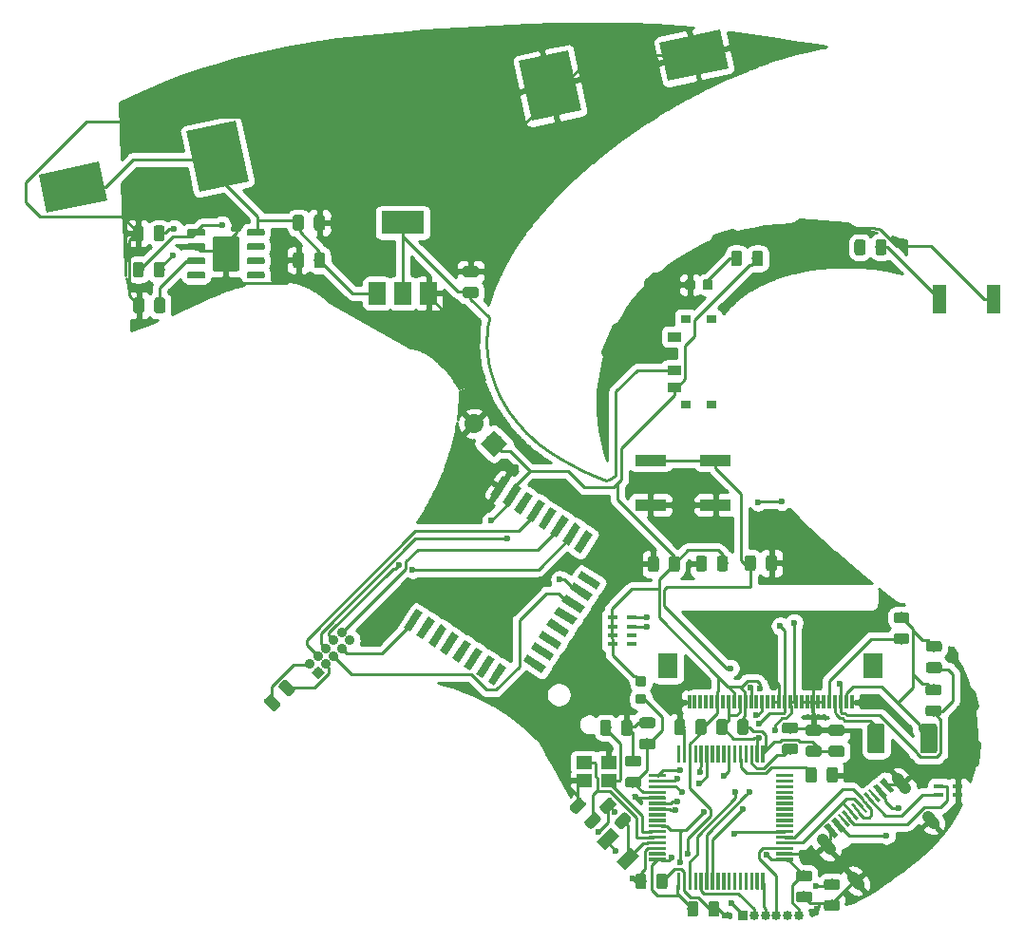
<source format=gbr>
G04 #@! TF.GenerationSoftware,KiCad,Pcbnew,5.1.2*
G04 #@! TF.CreationDate,2019-09-10T23:57:46-05:00*
G04 #@! TF.ProjectId,dragos,64726167-6f73-42e6-9b69-6361645f7063,rev?*
G04 #@! TF.SameCoordinates,Original*
G04 #@! TF.FileFunction,Copper,L2,Bot*
G04 #@! TF.FilePolarity,Positive*
%FSLAX46Y46*%
G04 Gerber Fmt 4.6, Leading zero omitted, Abs format (unit mm)*
G04 Created by KiCad (PCBNEW 5.1.2) date 2019-09-10 23:57:46*
%MOMM*%
%LPD*%
G04 APERTURE LIST*
%ADD10C,3.500000*%
%ADD11C,0.100000*%
%ADD12C,4.500000*%
%ADD13C,0.975000*%
%ADD14C,0.875000*%
%ADD15R,1.200000X2.600000*%
%ADD16C,1.000000*%
%ADD17C,1.000000*%
%ADD18C,0.250000*%
%ADD19C,1.700000*%
%ADD20C,1.700000*%
%ADD21R,0.900000X0.400000*%
%ADD22R,2.800000X1.000000*%
%ADD23R,0.900000X0.800000*%
%ADD24R,1.250000X0.900000*%
%ADD25C,0.300000*%
%ADD26R,3.800000X2.000000*%
%ADD27R,1.500000X2.000000*%
%ADD28C,2.410000*%
%ADD29C,0.600000*%
%ADD30C,0.700000*%
%ADD31R,1.400000X1.150000*%
%ADD32C,1.525000*%
%ADD33R,1.800000X2.200000*%
%ADD34R,0.300000X1.300000*%
%ADD35C,0.850000*%
%ADD36C,0.850000*%
%ADD37R,0.850000X0.850000*%
%ADD38O,0.850000X0.850000*%
%ADD39C,0.250000*%
%ADD40C,0.254000*%
G04 APERTURE END LIST*
D10*
X106858423Y-70343901D03*
D11*
G36*
X104532363Y-72627416D02*
G01*
X103804672Y-69203900D01*
X109184483Y-68060386D01*
X109912174Y-71483902D01*
X104532363Y-72627416D01*
X104532363Y-72627416D01*
G37*
D10*
X162221577Y-58576099D03*
D11*
G36*
X159895517Y-60859614D02*
G01*
X159167826Y-57436098D01*
X164547637Y-56292584D01*
X165275328Y-59716100D01*
X159895517Y-60859614D01*
X159895517Y-60859614D01*
G37*
D12*
X119740320Y-67580211D03*
D11*
G36*
X118111245Y-70737918D02*
G01*
X116967731Y-65358106D01*
X121369395Y-64422504D01*
X122512909Y-69802316D01*
X118111245Y-70737918D01*
X118111245Y-70737918D01*
G37*
D12*
X149378192Y-61280486D03*
D11*
G36*
X147749117Y-64438193D02*
G01*
X146605603Y-59058381D01*
X151007267Y-58122779D01*
X152150781Y-63502591D01*
X147749117Y-64438193D01*
X147749117Y-64438193D01*
G37*
G36*
X161232642Y-117761174D02*
G01*
X161256303Y-117764684D01*
X161279507Y-117770496D01*
X161302029Y-117778554D01*
X161323653Y-117788782D01*
X161344170Y-117801079D01*
X161363383Y-117815329D01*
X161381107Y-117831393D01*
X161397171Y-117849117D01*
X161411421Y-117868330D01*
X161423718Y-117888847D01*
X161433946Y-117910471D01*
X161442004Y-117932993D01*
X161447816Y-117956197D01*
X161451326Y-117979858D01*
X161452500Y-118003750D01*
X161452500Y-118916250D01*
X161451326Y-118940142D01*
X161447816Y-118963803D01*
X161442004Y-118987007D01*
X161433946Y-119009529D01*
X161423718Y-119031153D01*
X161411421Y-119051670D01*
X161397171Y-119070883D01*
X161381107Y-119088607D01*
X161363383Y-119104671D01*
X161344170Y-119118921D01*
X161323653Y-119131218D01*
X161302029Y-119141446D01*
X161279507Y-119149504D01*
X161256303Y-119155316D01*
X161232642Y-119158826D01*
X161208750Y-119160000D01*
X160721250Y-119160000D01*
X160697358Y-119158826D01*
X160673697Y-119155316D01*
X160650493Y-119149504D01*
X160627971Y-119141446D01*
X160606347Y-119131218D01*
X160585830Y-119118921D01*
X160566617Y-119104671D01*
X160548893Y-119088607D01*
X160532829Y-119070883D01*
X160518579Y-119051670D01*
X160506282Y-119031153D01*
X160496054Y-119009529D01*
X160487996Y-118987007D01*
X160482184Y-118963803D01*
X160478674Y-118940142D01*
X160477500Y-118916250D01*
X160477500Y-118003750D01*
X160478674Y-117979858D01*
X160482184Y-117956197D01*
X160487996Y-117932993D01*
X160496054Y-117910471D01*
X160506282Y-117888847D01*
X160518579Y-117868330D01*
X160532829Y-117849117D01*
X160548893Y-117831393D01*
X160566617Y-117815329D01*
X160585830Y-117801079D01*
X160606347Y-117788782D01*
X160627971Y-117778554D01*
X160650493Y-117770496D01*
X160673697Y-117764684D01*
X160697358Y-117761174D01*
X160721250Y-117760000D01*
X161208750Y-117760000D01*
X161232642Y-117761174D01*
X161232642Y-117761174D01*
G37*
D13*
X160965000Y-118460000D03*
D11*
G36*
X163107642Y-117761174D02*
G01*
X163131303Y-117764684D01*
X163154507Y-117770496D01*
X163177029Y-117778554D01*
X163198653Y-117788782D01*
X163219170Y-117801079D01*
X163238383Y-117815329D01*
X163256107Y-117831393D01*
X163272171Y-117849117D01*
X163286421Y-117868330D01*
X163298718Y-117888847D01*
X163308946Y-117910471D01*
X163317004Y-117932993D01*
X163322816Y-117956197D01*
X163326326Y-117979858D01*
X163327500Y-118003750D01*
X163327500Y-118916250D01*
X163326326Y-118940142D01*
X163322816Y-118963803D01*
X163317004Y-118987007D01*
X163308946Y-119009529D01*
X163298718Y-119031153D01*
X163286421Y-119051670D01*
X163272171Y-119070883D01*
X163256107Y-119088607D01*
X163238383Y-119104671D01*
X163219170Y-119118921D01*
X163198653Y-119131218D01*
X163177029Y-119141446D01*
X163154507Y-119149504D01*
X163131303Y-119155316D01*
X163107642Y-119158826D01*
X163083750Y-119160000D01*
X162596250Y-119160000D01*
X162572358Y-119158826D01*
X162548697Y-119155316D01*
X162525493Y-119149504D01*
X162502971Y-119141446D01*
X162481347Y-119131218D01*
X162460830Y-119118921D01*
X162441617Y-119104671D01*
X162423893Y-119088607D01*
X162407829Y-119070883D01*
X162393579Y-119051670D01*
X162381282Y-119031153D01*
X162371054Y-119009529D01*
X162362996Y-118987007D01*
X162357184Y-118963803D01*
X162353674Y-118940142D01*
X162352500Y-118916250D01*
X162352500Y-118003750D01*
X162353674Y-117979858D01*
X162357184Y-117956197D01*
X162362996Y-117932993D01*
X162371054Y-117910471D01*
X162381282Y-117888847D01*
X162393579Y-117868330D01*
X162407829Y-117849117D01*
X162423893Y-117831393D01*
X162441617Y-117815329D01*
X162460830Y-117801079D01*
X162481347Y-117788782D01*
X162502971Y-117778554D01*
X162525493Y-117770496D01*
X162548697Y-117764684D01*
X162572358Y-117761174D01*
X162596250Y-117760000D01*
X163083750Y-117760000D01*
X163107642Y-117761174D01*
X163107642Y-117761174D01*
G37*
D13*
X162840000Y-118460000D03*
D11*
G36*
X162382642Y-133991174D02*
G01*
X162406303Y-133994684D01*
X162429507Y-134000496D01*
X162452029Y-134008554D01*
X162473653Y-134018782D01*
X162494170Y-134031079D01*
X162513383Y-134045329D01*
X162531107Y-134061393D01*
X162547171Y-134079117D01*
X162561421Y-134098330D01*
X162573718Y-134118847D01*
X162583946Y-134140471D01*
X162592004Y-134162993D01*
X162597816Y-134186197D01*
X162601326Y-134209858D01*
X162602500Y-134233750D01*
X162602500Y-135146250D01*
X162601326Y-135170142D01*
X162597816Y-135193803D01*
X162592004Y-135217007D01*
X162583946Y-135239529D01*
X162573718Y-135261153D01*
X162561421Y-135281670D01*
X162547171Y-135300883D01*
X162531107Y-135318607D01*
X162513383Y-135334671D01*
X162494170Y-135348921D01*
X162473653Y-135361218D01*
X162452029Y-135371446D01*
X162429507Y-135379504D01*
X162406303Y-135385316D01*
X162382642Y-135388826D01*
X162358750Y-135390000D01*
X161871250Y-135390000D01*
X161847358Y-135388826D01*
X161823697Y-135385316D01*
X161800493Y-135379504D01*
X161777971Y-135371446D01*
X161756347Y-135361218D01*
X161735830Y-135348921D01*
X161716617Y-135334671D01*
X161698893Y-135318607D01*
X161682829Y-135300883D01*
X161668579Y-135281670D01*
X161656282Y-135261153D01*
X161646054Y-135239529D01*
X161637996Y-135217007D01*
X161632184Y-135193803D01*
X161628674Y-135170142D01*
X161627500Y-135146250D01*
X161627500Y-134233750D01*
X161628674Y-134209858D01*
X161632184Y-134186197D01*
X161637996Y-134162993D01*
X161646054Y-134140471D01*
X161656282Y-134118847D01*
X161668579Y-134098330D01*
X161682829Y-134079117D01*
X161698893Y-134061393D01*
X161716617Y-134045329D01*
X161735830Y-134031079D01*
X161756347Y-134018782D01*
X161777971Y-134008554D01*
X161800493Y-134000496D01*
X161823697Y-133994684D01*
X161847358Y-133991174D01*
X161871250Y-133990000D01*
X162358750Y-133990000D01*
X162382642Y-133991174D01*
X162382642Y-133991174D01*
G37*
D13*
X162115000Y-134690000D03*
D11*
G36*
X164257642Y-133991174D02*
G01*
X164281303Y-133994684D01*
X164304507Y-134000496D01*
X164327029Y-134008554D01*
X164348653Y-134018782D01*
X164369170Y-134031079D01*
X164388383Y-134045329D01*
X164406107Y-134061393D01*
X164422171Y-134079117D01*
X164436421Y-134098330D01*
X164448718Y-134118847D01*
X164458946Y-134140471D01*
X164467004Y-134162993D01*
X164472816Y-134186197D01*
X164476326Y-134209858D01*
X164477500Y-134233750D01*
X164477500Y-135146250D01*
X164476326Y-135170142D01*
X164472816Y-135193803D01*
X164467004Y-135217007D01*
X164458946Y-135239529D01*
X164448718Y-135261153D01*
X164436421Y-135281670D01*
X164422171Y-135300883D01*
X164406107Y-135318607D01*
X164388383Y-135334671D01*
X164369170Y-135348921D01*
X164348653Y-135361218D01*
X164327029Y-135371446D01*
X164304507Y-135379504D01*
X164281303Y-135385316D01*
X164257642Y-135388826D01*
X164233750Y-135390000D01*
X163746250Y-135390000D01*
X163722358Y-135388826D01*
X163698697Y-135385316D01*
X163675493Y-135379504D01*
X163652971Y-135371446D01*
X163631347Y-135361218D01*
X163610830Y-135348921D01*
X163591617Y-135334671D01*
X163573893Y-135318607D01*
X163557829Y-135300883D01*
X163543579Y-135281670D01*
X163531282Y-135261153D01*
X163521054Y-135239529D01*
X163512996Y-135217007D01*
X163507184Y-135193803D01*
X163503674Y-135170142D01*
X163502500Y-135146250D01*
X163502500Y-134233750D01*
X163503674Y-134209858D01*
X163507184Y-134186197D01*
X163512996Y-134162993D01*
X163521054Y-134140471D01*
X163531282Y-134118847D01*
X163543579Y-134098330D01*
X163557829Y-134079117D01*
X163573893Y-134061393D01*
X163591617Y-134045329D01*
X163610830Y-134031079D01*
X163631347Y-134018782D01*
X163652971Y-134008554D01*
X163675493Y-134000496D01*
X163698697Y-133994684D01*
X163722358Y-133991174D01*
X163746250Y-133990000D01*
X164233750Y-133990000D01*
X164257642Y-133991174D01*
X164257642Y-133991174D01*
G37*
D13*
X163990000Y-134690000D03*
D11*
G36*
X175410142Y-118263674D02*
G01*
X175433803Y-118267184D01*
X175457007Y-118272996D01*
X175479529Y-118281054D01*
X175501153Y-118291282D01*
X175521670Y-118303579D01*
X175540883Y-118317829D01*
X175558607Y-118333893D01*
X175574671Y-118351617D01*
X175588921Y-118370830D01*
X175601218Y-118391347D01*
X175611446Y-118412971D01*
X175619504Y-118435493D01*
X175625316Y-118458697D01*
X175628826Y-118482358D01*
X175630000Y-118506250D01*
X175630000Y-118993750D01*
X175628826Y-119017642D01*
X175625316Y-119041303D01*
X175619504Y-119064507D01*
X175611446Y-119087029D01*
X175601218Y-119108653D01*
X175588921Y-119129170D01*
X175574671Y-119148383D01*
X175558607Y-119166107D01*
X175540883Y-119182171D01*
X175521670Y-119196421D01*
X175501153Y-119208718D01*
X175479529Y-119218946D01*
X175457007Y-119227004D01*
X175433803Y-119232816D01*
X175410142Y-119236326D01*
X175386250Y-119237500D01*
X174473750Y-119237500D01*
X174449858Y-119236326D01*
X174426197Y-119232816D01*
X174402993Y-119227004D01*
X174380471Y-119218946D01*
X174358847Y-119208718D01*
X174338330Y-119196421D01*
X174319117Y-119182171D01*
X174301393Y-119166107D01*
X174285329Y-119148383D01*
X174271079Y-119129170D01*
X174258782Y-119108653D01*
X174248554Y-119087029D01*
X174240496Y-119064507D01*
X174234684Y-119041303D01*
X174231174Y-119017642D01*
X174230000Y-118993750D01*
X174230000Y-118506250D01*
X174231174Y-118482358D01*
X174234684Y-118458697D01*
X174240496Y-118435493D01*
X174248554Y-118412971D01*
X174258782Y-118391347D01*
X174271079Y-118370830D01*
X174285329Y-118351617D01*
X174301393Y-118333893D01*
X174319117Y-118317829D01*
X174338330Y-118303579D01*
X174358847Y-118291282D01*
X174380471Y-118281054D01*
X174402993Y-118272996D01*
X174426197Y-118267184D01*
X174449858Y-118263674D01*
X174473750Y-118262500D01*
X175386250Y-118262500D01*
X175410142Y-118263674D01*
X175410142Y-118263674D01*
G37*
D13*
X174930000Y-118750000D03*
D11*
G36*
X175410142Y-120138674D02*
G01*
X175433803Y-120142184D01*
X175457007Y-120147996D01*
X175479529Y-120156054D01*
X175501153Y-120166282D01*
X175521670Y-120178579D01*
X175540883Y-120192829D01*
X175558607Y-120208893D01*
X175574671Y-120226617D01*
X175588921Y-120245830D01*
X175601218Y-120266347D01*
X175611446Y-120287971D01*
X175619504Y-120310493D01*
X175625316Y-120333697D01*
X175628826Y-120357358D01*
X175630000Y-120381250D01*
X175630000Y-120868750D01*
X175628826Y-120892642D01*
X175625316Y-120916303D01*
X175619504Y-120939507D01*
X175611446Y-120962029D01*
X175601218Y-120983653D01*
X175588921Y-121004170D01*
X175574671Y-121023383D01*
X175558607Y-121041107D01*
X175540883Y-121057171D01*
X175521670Y-121071421D01*
X175501153Y-121083718D01*
X175479529Y-121093946D01*
X175457007Y-121102004D01*
X175433803Y-121107816D01*
X175410142Y-121111326D01*
X175386250Y-121112500D01*
X174473750Y-121112500D01*
X174449858Y-121111326D01*
X174426197Y-121107816D01*
X174402993Y-121102004D01*
X174380471Y-121093946D01*
X174358847Y-121083718D01*
X174338330Y-121071421D01*
X174319117Y-121057171D01*
X174301393Y-121041107D01*
X174285329Y-121023383D01*
X174271079Y-121004170D01*
X174258782Y-120983653D01*
X174248554Y-120962029D01*
X174240496Y-120939507D01*
X174234684Y-120916303D01*
X174231174Y-120892642D01*
X174230000Y-120868750D01*
X174230000Y-120381250D01*
X174231174Y-120357358D01*
X174234684Y-120333697D01*
X174240496Y-120310493D01*
X174248554Y-120287971D01*
X174258782Y-120266347D01*
X174271079Y-120245830D01*
X174285329Y-120226617D01*
X174301393Y-120208893D01*
X174319117Y-120192829D01*
X174338330Y-120178579D01*
X174358847Y-120166282D01*
X174380471Y-120156054D01*
X174402993Y-120147996D01*
X174426197Y-120142184D01*
X174449858Y-120138674D01*
X174473750Y-120137500D01*
X175386250Y-120137500D01*
X175410142Y-120138674D01*
X175410142Y-120138674D01*
G37*
D13*
X174930000Y-120625000D03*
D11*
G36*
X166847641Y-117761174D02*
G01*
X166871302Y-117764684D01*
X166894506Y-117770496D01*
X166917028Y-117778554D01*
X166938652Y-117788782D01*
X166959169Y-117801079D01*
X166978382Y-117815329D01*
X166996106Y-117831393D01*
X167012170Y-117849117D01*
X167026420Y-117868330D01*
X167038717Y-117888847D01*
X167048945Y-117910471D01*
X167057003Y-117932993D01*
X167062815Y-117956197D01*
X167066325Y-117979858D01*
X167067499Y-118003750D01*
X167067499Y-118916250D01*
X167066325Y-118940142D01*
X167062815Y-118963803D01*
X167057003Y-118987007D01*
X167048945Y-119009529D01*
X167038717Y-119031153D01*
X167026420Y-119051670D01*
X167012170Y-119070883D01*
X166996106Y-119088607D01*
X166978382Y-119104671D01*
X166959169Y-119118921D01*
X166938652Y-119131218D01*
X166917028Y-119141446D01*
X166894506Y-119149504D01*
X166871302Y-119155316D01*
X166847641Y-119158826D01*
X166823749Y-119160000D01*
X166336249Y-119160000D01*
X166312357Y-119158826D01*
X166288696Y-119155316D01*
X166265492Y-119149504D01*
X166242970Y-119141446D01*
X166221346Y-119131218D01*
X166200829Y-119118921D01*
X166181616Y-119104671D01*
X166163892Y-119088607D01*
X166147828Y-119070883D01*
X166133578Y-119051670D01*
X166121281Y-119031153D01*
X166111053Y-119009529D01*
X166102995Y-118987007D01*
X166097183Y-118963803D01*
X166093673Y-118940142D01*
X166092499Y-118916250D01*
X166092499Y-118003750D01*
X166093673Y-117979858D01*
X166097183Y-117956197D01*
X166102995Y-117932993D01*
X166111053Y-117910471D01*
X166121281Y-117888847D01*
X166133578Y-117868330D01*
X166147828Y-117849117D01*
X166163892Y-117831393D01*
X166181616Y-117815329D01*
X166200829Y-117801079D01*
X166221346Y-117788782D01*
X166242970Y-117778554D01*
X166265492Y-117770496D01*
X166288696Y-117764684D01*
X166312357Y-117761174D01*
X166336249Y-117760000D01*
X166823749Y-117760000D01*
X166847641Y-117761174D01*
X166847641Y-117761174D01*
G37*
D13*
X166579999Y-118460000D03*
D11*
G36*
X164972641Y-117761174D02*
G01*
X164996302Y-117764684D01*
X165019506Y-117770496D01*
X165042028Y-117778554D01*
X165063652Y-117788782D01*
X165084169Y-117801079D01*
X165103382Y-117815329D01*
X165121106Y-117831393D01*
X165137170Y-117849117D01*
X165151420Y-117868330D01*
X165163717Y-117888847D01*
X165173945Y-117910471D01*
X165182003Y-117932993D01*
X165187815Y-117956197D01*
X165191325Y-117979858D01*
X165192499Y-118003750D01*
X165192499Y-118916250D01*
X165191325Y-118940142D01*
X165187815Y-118963803D01*
X165182003Y-118987007D01*
X165173945Y-119009529D01*
X165163717Y-119031153D01*
X165151420Y-119051670D01*
X165137170Y-119070883D01*
X165121106Y-119088607D01*
X165103382Y-119104671D01*
X165084169Y-119118921D01*
X165063652Y-119131218D01*
X165042028Y-119141446D01*
X165019506Y-119149504D01*
X164996302Y-119155316D01*
X164972641Y-119158826D01*
X164948749Y-119160000D01*
X164461249Y-119160000D01*
X164437357Y-119158826D01*
X164413696Y-119155316D01*
X164390492Y-119149504D01*
X164367970Y-119141446D01*
X164346346Y-119131218D01*
X164325829Y-119118921D01*
X164306616Y-119104671D01*
X164288892Y-119088607D01*
X164272828Y-119070883D01*
X164258578Y-119051670D01*
X164246281Y-119031153D01*
X164236053Y-119009529D01*
X164227995Y-118987007D01*
X164222183Y-118963803D01*
X164218673Y-118940142D01*
X164217499Y-118916250D01*
X164217499Y-118003750D01*
X164218673Y-117979858D01*
X164222183Y-117956197D01*
X164227995Y-117932993D01*
X164236053Y-117910471D01*
X164246281Y-117888847D01*
X164258578Y-117868330D01*
X164272828Y-117849117D01*
X164288892Y-117831393D01*
X164306616Y-117815329D01*
X164325829Y-117801079D01*
X164346346Y-117788782D01*
X164367970Y-117778554D01*
X164390492Y-117770496D01*
X164413696Y-117764684D01*
X164437357Y-117761174D01*
X164461249Y-117760000D01*
X164948749Y-117760000D01*
X164972641Y-117761174D01*
X164972641Y-117761174D01*
G37*
D13*
X164704999Y-118460000D03*
D11*
G36*
X172520142Y-133123673D02*
G01*
X172543803Y-133127183D01*
X172567007Y-133132995D01*
X172589529Y-133141053D01*
X172611153Y-133151281D01*
X172631670Y-133163578D01*
X172650883Y-133177828D01*
X172668607Y-133193892D01*
X172684671Y-133211616D01*
X172698921Y-133230829D01*
X172711218Y-133251346D01*
X172721446Y-133272970D01*
X172729504Y-133295492D01*
X172735316Y-133318696D01*
X172738826Y-133342357D01*
X172740000Y-133366249D01*
X172740000Y-133853749D01*
X172738826Y-133877641D01*
X172735316Y-133901302D01*
X172729504Y-133924506D01*
X172721446Y-133947028D01*
X172711218Y-133968652D01*
X172698921Y-133989169D01*
X172684671Y-134008382D01*
X172668607Y-134026106D01*
X172650883Y-134042170D01*
X172631670Y-134056420D01*
X172611153Y-134068717D01*
X172589529Y-134078945D01*
X172567007Y-134087003D01*
X172543803Y-134092815D01*
X172520142Y-134096325D01*
X172496250Y-134097499D01*
X171583750Y-134097499D01*
X171559858Y-134096325D01*
X171536197Y-134092815D01*
X171512993Y-134087003D01*
X171490471Y-134078945D01*
X171468847Y-134068717D01*
X171448330Y-134056420D01*
X171429117Y-134042170D01*
X171411393Y-134026106D01*
X171395329Y-134008382D01*
X171381079Y-133989169D01*
X171368782Y-133968652D01*
X171358554Y-133947028D01*
X171350496Y-133924506D01*
X171344684Y-133901302D01*
X171341174Y-133877641D01*
X171340000Y-133853749D01*
X171340000Y-133366249D01*
X171341174Y-133342357D01*
X171344684Y-133318696D01*
X171350496Y-133295492D01*
X171358554Y-133272970D01*
X171368782Y-133251346D01*
X171381079Y-133230829D01*
X171395329Y-133211616D01*
X171411393Y-133193892D01*
X171429117Y-133177828D01*
X171448330Y-133163578D01*
X171468847Y-133151281D01*
X171490471Y-133141053D01*
X171512993Y-133132995D01*
X171536197Y-133127183D01*
X171559858Y-133123673D01*
X171583750Y-133122499D01*
X172496250Y-133122499D01*
X172520142Y-133123673D01*
X172520142Y-133123673D01*
G37*
D13*
X172040000Y-133609999D03*
D11*
G36*
X172520142Y-131248673D02*
G01*
X172543803Y-131252183D01*
X172567007Y-131257995D01*
X172589529Y-131266053D01*
X172611153Y-131276281D01*
X172631670Y-131288578D01*
X172650883Y-131302828D01*
X172668607Y-131318892D01*
X172684671Y-131336616D01*
X172698921Y-131355829D01*
X172711218Y-131376346D01*
X172721446Y-131397970D01*
X172729504Y-131420492D01*
X172735316Y-131443696D01*
X172738826Y-131467357D01*
X172740000Y-131491249D01*
X172740000Y-131978749D01*
X172738826Y-132002641D01*
X172735316Y-132026302D01*
X172729504Y-132049506D01*
X172721446Y-132072028D01*
X172711218Y-132093652D01*
X172698921Y-132114169D01*
X172684671Y-132133382D01*
X172668607Y-132151106D01*
X172650883Y-132167170D01*
X172631670Y-132181420D01*
X172611153Y-132193717D01*
X172589529Y-132203945D01*
X172567007Y-132212003D01*
X172543803Y-132217815D01*
X172520142Y-132221325D01*
X172496250Y-132222499D01*
X171583750Y-132222499D01*
X171559858Y-132221325D01*
X171536197Y-132217815D01*
X171512993Y-132212003D01*
X171490471Y-132203945D01*
X171468847Y-132193717D01*
X171448330Y-132181420D01*
X171429117Y-132167170D01*
X171411393Y-132151106D01*
X171395329Y-132133382D01*
X171381079Y-132114169D01*
X171368782Y-132093652D01*
X171358554Y-132072028D01*
X171350496Y-132049506D01*
X171344684Y-132026302D01*
X171341174Y-132002641D01*
X171340000Y-131978749D01*
X171340000Y-131491249D01*
X171341174Y-131467357D01*
X171344684Y-131443696D01*
X171350496Y-131420492D01*
X171358554Y-131397970D01*
X171368782Y-131376346D01*
X171381079Y-131355829D01*
X171395329Y-131336616D01*
X171411393Y-131318892D01*
X171429117Y-131302828D01*
X171448330Y-131288578D01*
X171468847Y-131276281D01*
X171490471Y-131266053D01*
X171512993Y-131257995D01*
X171536197Y-131252183D01*
X171559858Y-131248673D01*
X171583750Y-131247499D01*
X172496250Y-131247499D01*
X172520142Y-131248673D01*
X172520142Y-131248673D01*
G37*
D13*
X172040000Y-131734999D03*
D11*
G36*
X173360142Y-120128674D02*
G01*
X173383803Y-120132184D01*
X173407007Y-120137996D01*
X173429529Y-120146054D01*
X173451153Y-120156282D01*
X173471670Y-120168579D01*
X173490883Y-120182829D01*
X173508607Y-120198893D01*
X173524671Y-120216617D01*
X173538921Y-120235830D01*
X173551218Y-120256347D01*
X173561446Y-120277971D01*
X173569504Y-120300493D01*
X173575316Y-120323697D01*
X173578826Y-120347358D01*
X173580000Y-120371250D01*
X173580000Y-120858750D01*
X173578826Y-120882642D01*
X173575316Y-120906303D01*
X173569504Y-120929507D01*
X173561446Y-120952029D01*
X173551218Y-120973653D01*
X173538921Y-120994170D01*
X173524671Y-121013383D01*
X173508607Y-121031107D01*
X173490883Y-121047171D01*
X173471670Y-121061421D01*
X173451153Y-121073718D01*
X173429529Y-121083946D01*
X173407007Y-121092004D01*
X173383803Y-121097816D01*
X173360142Y-121101326D01*
X173336250Y-121102500D01*
X172423750Y-121102500D01*
X172399858Y-121101326D01*
X172376197Y-121097816D01*
X172352993Y-121092004D01*
X172330471Y-121083946D01*
X172308847Y-121073718D01*
X172288330Y-121061421D01*
X172269117Y-121047171D01*
X172251393Y-121031107D01*
X172235329Y-121013383D01*
X172221079Y-120994170D01*
X172208782Y-120973653D01*
X172198554Y-120952029D01*
X172190496Y-120929507D01*
X172184684Y-120906303D01*
X172181174Y-120882642D01*
X172180000Y-120858750D01*
X172180000Y-120371250D01*
X172181174Y-120347358D01*
X172184684Y-120323697D01*
X172190496Y-120300493D01*
X172198554Y-120277971D01*
X172208782Y-120256347D01*
X172221079Y-120235830D01*
X172235329Y-120216617D01*
X172251393Y-120198893D01*
X172269117Y-120182829D01*
X172288330Y-120168579D01*
X172308847Y-120156282D01*
X172330471Y-120146054D01*
X172352993Y-120137996D01*
X172376197Y-120132184D01*
X172399858Y-120128674D01*
X172423750Y-120127500D01*
X173336250Y-120127500D01*
X173360142Y-120128674D01*
X173360142Y-120128674D01*
G37*
D13*
X172880000Y-120615000D03*
D11*
G36*
X173360142Y-118253674D02*
G01*
X173383803Y-118257184D01*
X173407007Y-118262996D01*
X173429529Y-118271054D01*
X173451153Y-118281282D01*
X173471670Y-118293579D01*
X173490883Y-118307829D01*
X173508607Y-118323893D01*
X173524671Y-118341617D01*
X173538921Y-118360830D01*
X173551218Y-118381347D01*
X173561446Y-118402971D01*
X173569504Y-118425493D01*
X173575316Y-118448697D01*
X173578826Y-118472358D01*
X173580000Y-118496250D01*
X173580000Y-118983750D01*
X173578826Y-119007642D01*
X173575316Y-119031303D01*
X173569504Y-119054507D01*
X173561446Y-119077029D01*
X173551218Y-119098653D01*
X173538921Y-119119170D01*
X173524671Y-119138383D01*
X173508607Y-119156107D01*
X173490883Y-119172171D01*
X173471670Y-119186421D01*
X173451153Y-119198718D01*
X173429529Y-119208946D01*
X173407007Y-119217004D01*
X173383803Y-119222816D01*
X173360142Y-119226326D01*
X173336250Y-119227500D01*
X172423750Y-119227500D01*
X172399858Y-119226326D01*
X172376197Y-119222816D01*
X172352993Y-119217004D01*
X172330471Y-119208946D01*
X172308847Y-119198718D01*
X172288330Y-119186421D01*
X172269117Y-119172171D01*
X172251393Y-119156107D01*
X172235329Y-119138383D01*
X172221079Y-119119170D01*
X172208782Y-119098653D01*
X172198554Y-119077029D01*
X172190496Y-119054507D01*
X172184684Y-119031303D01*
X172181174Y-119007642D01*
X172180000Y-118983750D01*
X172180000Y-118496250D01*
X172181174Y-118472358D01*
X172184684Y-118448697D01*
X172190496Y-118425493D01*
X172198554Y-118402971D01*
X172208782Y-118381347D01*
X172221079Y-118360830D01*
X172235329Y-118341617D01*
X172251393Y-118323893D01*
X172269117Y-118307829D01*
X172288330Y-118293579D01*
X172308847Y-118281282D01*
X172330471Y-118271054D01*
X172352993Y-118262996D01*
X172376197Y-118257184D01*
X172399858Y-118253674D01*
X172423750Y-118252500D01*
X173336250Y-118252500D01*
X173360142Y-118253674D01*
X173360142Y-118253674D01*
G37*
D13*
X172880000Y-118740000D03*
D11*
G36*
X169392643Y-103151174D02*
G01*
X169416304Y-103154684D01*
X169439508Y-103160496D01*
X169462030Y-103168554D01*
X169483654Y-103178782D01*
X169504171Y-103191079D01*
X169523384Y-103205329D01*
X169541108Y-103221393D01*
X169557172Y-103239117D01*
X169571422Y-103258330D01*
X169583719Y-103278847D01*
X169593947Y-103300471D01*
X169602005Y-103322993D01*
X169607817Y-103346197D01*
X169611327Y-103369858D01*
X169612501Y-103393750D01*
X169612501Y-104306250D01*
X169611327Y-104330142D01*
X169607817Y-104353803D01*
X169602005Y-104377007D01*
X169593947Y-104399529D01*
X169583719Y-104421153D01*
X169571422Y-104441670D01*
X169557172Y-104460883D01*
X169541108Y-104478607D01*
X169523384Y-104494671D01*
X169504171Y-104508921D01*
X169483654Y-104521218D01*
X169462030Y-104531446D01*
X169439508Y-104539504D01*
X169416304Y-104545316D01*
X169392643Y-104548826D01*
X169368751Y-104550000D01*
X168881251Y-104550000D01*
X168857359Y-104548826D01*
X168833698Y-104545316D01*
X168810494Y-104539504D01*
X168787972Y-104531446D01*
X168766348Y-104521218D01*
X168745831Y-104508921D01*
X168726618Y-104494671D01*
X168708894Y-104478607D01*
X168692830Y-104460883D01*
X168678580Y-104441670D01*
X168666283Y-104421153D01*
X168656055Y-104399529D01*
X168647997Y-104377007D01*
X168642185Y-104353803D01*
X168638675Y-104330142D01*
X168637501Y-104306250D01*
X168637501Y-103393750D01*
X168638675Y-103369858D01*
X168642185Y-103346197D01*
X168647997Y-103322993D01*
X168656055Y-103300471D01*
X168666283Y-103278847D01*
X168678580Y-103258330D01*
X168692830Y-103239117D01*
X168708894Y-103221393D01*
X168726618Y-103205329D01*
X168745831Y-103191079D01*
X168766348Y-103178782D01*
X168787972Y-103168554D01*
X168810494Y-103160496D01*
X168833698Y-103154684D01*
X168857359Y-103151174D01*
X168881251Y-103150000D01*
X169368751Y-103150000D01*
X169392643Y-103151174D01*
X169392643Y-103151174D01*
G37*
D13*
X169125001Y-103850000D03*
D11*
G36*
X167517643Y-103151174D02*
G01*
X167541304Y-103154684D01*
X167564508Y-103160496D01*
X167587030Y-103168554D01*
X167608654Y-103178782D01*
X167629171Y-103191079D01*
X167648384Y-103205329D01*
X167666108Y-103221393D01*
X167682172Y-103239117D01*
X167696422Y-103258330D01*
X167708719Y-103278847D01*
X167718947Y-103300471D01*
X167727005Y-103322993D01*
X167732817Y-103346197D01*
X167736327Y-103369858D01*
X167737501Y-103393750D01*
X167737501Y-104306250D01*
X167736327Y-104330142D01*
X167732817Y-104353803D01*
X167727005Y-104377007D01*
X167718947Y-104399529D01*
X167708719Y-104421153D01*
X167696422Y-104441670D01*
X167682172Y-104460883D01*
X167666108Y-104478607D01*
X167648384Y-104494671D01*
X167629171Y-104508921D01*
X167608654Y-104521218D01*
X167587030Y-104531446D01*
X167564508Y-104539504D01*
X167541304Y-104545316D01*
X167517643Y-104548826D01*
X167493751Y-104550000D01*
X167006251Y-104550000D01*
X166982359Y-104548826D01*
X166958698Y-104545316D01*
X166935494Y-104539504D01*
X166912972Y-104531446D01*
X166891348Y-104521218D01*
X166870831Y-104508921D01*
X166851618Y-104494671D01*
X166833894Y-104478607D01*
X166817830Y-104460883D01*
X166803580Y-104441670D01*
X166791283Y-104421153D01*
X166781055Y-104399529D01*
X166772997Y-104377007D01*
X166767185Y-104353803D01*
X166763675Y-104330142D01*
X166762501Y-104306250D01*
X166762501Y-103393750D01*
X166763675Y-103369858D01*
X166767185Y-103346197D01*
X166772997Y-103322993D01*
X166781055Y-103300471D01*
X166791283Y-103278847D01*
X166803580Y-103258330D01*
X166817830Y-103239117D01*
X166833894Y-103221393D01*
X166851618Y-103205329D01*
X166870831Y-103191079D01*
X166891348Y-103178782D01*
X166912972Y-103168554D01*
X166935494Y-103160496D01*
X166958698Y-103154684D01*
X166982359Y-103151174D01*
X167006251Y-103150000D01*
X167493751Y-103150000D01*
X167517643Y-103151174D01*
X167517643Y-103151174D01*
G37*
D13*
X167250001Y-103850000D03*
D11*
G36*
X112960142Y-76981174D02*
G01*
X112983803Y-76984684D01*
X113007007Y-76990496D01*
X113029529Y-76998554D01*
X113051153Y-77008782D01*
X113071670Y-77021079D01*
X113090883Y-77035329D01*
X113108607Y-77051393D01*
X113124671Y-77069117D01*
X113138921Y-77088330D01*
X113151218Y-77108847D01*
X113161446Y-77130471D01*
X113169504Y-77152993D01*
X113175316Y-77176197D01*
X113178826Y-77199858D01*
X113180000Y-77223750D01*
X113180000Y-78136250D01*
X113178826Y-78160142D01*
X113175316Y-78183803D01*
X113169504Y-78207007D01*
X113161446Y-78229529D01*
X113151218Y-78251153D01*
X113138921Y-78271670D01*
X113124671Y-78290883D01*
X113108607Y-78308607D01*
X113090883Y-78324671D01*
X113071670Y-78338921D01*
X113051153Y-78351218D01*
X113029529Y-78361446D01*
X113007007Y-78369504D01*
X112983803Y-78375316D01*
X112960142Y-78378826D01*
X112936250Y-78380000D01*
X112448750Y-78380000D01*
X112424858Y-78378826D01*
X112401197Y-78375316D01*
X112377993Y-78369504D01*
X112355471Y-78361446D01*
X112333847Y-78351218D01*
X112313330Y-78338921D01*
X112294117Y-78324671D01*
X112276393Y-78308607D01*
X112260329Y-78290883D01*
X112246079Y-78271670D01*
X112233782Y-78251153D01*
X112223554Y-78229529D01*
X112215496Y-78207007D01*
X112209684Y-78183803D01*
X112206174Y-78160142D01*
X112205000Y-78136250D01*
X112205000Y-77223750D01*
X112206174Y-77199858D01*
X112209684Y-77176197D01*
X112215496Y-77152993D01*
X112223554Y-77130471D01*
X112233782Y-77108847D01*
X112246079Y-77088330D01*
X112260329Y-77069117D01*
X112276393Y-77051393D01*
X112294117Y-77035329D01*
X112313330Y-77021079D01*
X112333847Y-77008782D01*
X112355471Y-76998554D01*
X112377993Y-76990496D01*
X112401197Y-76984684D01*
X112424858Y-76981174D01*
X112448750Y-76980000D01*
X112936250Y-76980000D01*
X112960142Y-76981174D01*
X112960142Y-76981174D01*
G37*
D13*
X112692500Y-77680000D03*
D11*
G36*
X114835142Y-76981174D02*
G01*
X114858803Y-76984684D01*
X114882007Y-76990496D01*
X114904529Y-76998554D01*
X114926153Y-77008782D01*
X114946670Y-77021079D01*
X114965883Y-77035329D01*
X114983607Y-77051393D01*
X114999671Y-77069117D01*
X115013921Y-77088330D01*
X115026218Y-77108847D01*
X115036446Y-77130471D01*
X115044504Y-77152993D01*
X115050316Y-77176197D01*
X115053826Y-77199858D01*
X115055000Y-77223750D01*
X115055000Y-78136250D01*
X115053826Y-78160142D01*
X115050316Y-78183803D01*
X115044504Y-78207007D01*
X115036446Y-78229529D01*
X115026218Y-78251153D01*
X115013921Y-78271670D01*
X114999671Y-78290883D01*
X114983607Y-78308607D01*
X114965883Y-78324671D01*
X114946670Y-78338921D01*
X114926153Y-78351218D01*
X114904529Y-78361446D01*
X114882007Y-78369504D01*
X114858803Y-78375316D01*
X114835142Y-78378826D01*
X114811250Y-78380000D01*
X114323750Y-78380000D01*
X114299858Y-78378826D01*
X114276197Y-78375316D01*
X114252993Y-78369504D01*
X114230471Y-78361446D01*
X114208847Y-78351218D01*
X114188330Y-78338921D01*
X114169117Y-78324671D01*
X114151393Y-78308607D01*
X114135329Y-78290883D01*
X114121079Y-78271670D01*
X114108782Y-78251153D01*
X114098554Y-78229529D01*
X114090496Y-78207007D01*
X114084684Y-78183803D01*
X114081174Y-78160142D01*
X114080000Y-78136250D01*
X114080000Y-77223750D01*
X114081174Y-77199858D01*
X114084684Y-77176197D01*
X114090496Y-77152993D01*
X114098554Y-77130471D01*
X114108782Y-77108847D01*
X114121079Y-77088330D01*
X114135329Y-77069117D01*
X114151393Y-77051393D01*
X114169117Y-77035329D01*
X114188330Y-77021079D01*
X114208847Y-77008782D01*
X114230471Y-76998554D01*
X114252993Y-76990496D01*
X114276197Y-76984684D01*
X114299858Y-76981174D01*
X114323750Y-76980000D01*
X114811250Y-76980000D01*
X114835142Y-76981174D01*
X114835142Y-76981174D01*
G37*
D13*
X114567500Y-77680000D03*
D11*
G36*
X127230142Y-72801174D02*
G01*
X127253803Y-72804684D01*
X127277007Y-72810496D01*
X127299529Y-72818554D01*
X127321153Y-72828782D01*
X127341670Y-72841079D01*
X127360883Y-72855329D01*
X127378607Y-72871393D01*
X127394671Y-72889117D01*
X127408921Y-72908330D01*
X127421218Y-72928847D01*
X127431446Y-72950471D01*
X127439504Y-72972993D01*
X127445316Y-72996197D01*
X127448826Y-73019858D01*
X127450000Y-73043750D01*
X127450000Y-73956250D01*
X127448826Y-73980142D01*
X127445316Y-74003803D01*
X127439504Y-74027007D01*
X127431446Y-74049529D01*
X127421218Y-74071153D01*
X127408921Y-74091670D01*
X127394671Y-74110883D01*
X127378607Y-74128607D01*
X127360883Y-74144671D01*
X127341670Y-74158921D01*
X127321153Y-74171218D01*
X127299529Y-74181446D01*
X127277007Y-74189504D01*
X127253803Y-74195316D01*
X127230142Y-74198826D01*
X127206250Y-74200000D01*
X126718750Y-74200000D01*
X126694858Y-74198826D01*
X126671197Y-74195316D01*
X126647993Y-74189504D01*
X126625471Y-74181446D01*
X126603847Y-74171218D01*
X126583330Y-74158921D01*
X126564117Y-74144671D01*
X126546393Y-74128607D01*
X126530329Y-74110883D01*
X126516079Y-74091670D01*
X126503782Y-74071153D01*
X126493554Y-74049529D01*
X126485496Y-74027007D01*
X126479684Y-74003803D01*
X126476174Y-73980142D01*
X126475000Y-73956250D01*
X126475000Y-73043750D01*
X126476174Y-73019858D01*
X126479684Y-72996197D01*
X126485496Y-72972993D01*
X126493554Y-72950471D01*
X126503782Y-72928847D01*
X126516079Y-72908330D01*
X126530329Y-72889117D01*
X126546393Y-72871393D01*
X126564117Y-72855329D01*
X126583330Y-72841079D01*
X126603847Y-72828782D01*
X126625471Y-72818554D01*
X126647993Y-72810496D01*
X126671197Y-72804684D01*
X126694858Y-72801174D01*
X126718750Y-72800000D01*
X127206250Y-72800000D01*
X127230142Y-72801174D01*
X127230142Y-72801174D01*
G37*
D13*
X126962500Y-73500000D03*
D11*
G36*
X129105142Y-72801174D02*
G01*
X129128803Y-72804684D01*
X129152007Y-72810496D01*
X129174529Y-72818554D01*
X129196153Y-72828782D01*
X129216670Y-72841079D01*
X129235883Y-72855329D01*
X129253607Y-72871393D01*
X129269671Y-72889117D01*
X129283921Y-72908330D01*
X129296218Y-72928847D01*
X129306446Y-72950471D01*
X129314504Y-72972993D01*
X129320316Y-72996197D01*
X129323826Y-73019858D01*
X129325000Y-73043750D01*
X129325000Y-73956250D01*
X129323826Y-73980142D01*
X129320316Y-74003803D01*
X129314504Y-74027007D01*
X129306446Y-74049529D01*
X129296218Y-74071153D01*
X129283921Y-74091670D01*
X129269671Y-74110883D01*
X129253607Y-74128607D01*
X129235883Y-74144671D01*
X129216670Y-74158921D01*
X129196153Y-74171218D01*
X129174529Y-74181446D01*
X129152007Y-74189504D01*
X129128803Y-74195316D01*
X129105142Y-74198826D01*
X129081250Y-74200000D01*
X128593750Y-74200000D01*
X128569858Y-74198826D01*
X128546197Y-74195316D01*
X128522993Y-74189504D01*
X128500471Y-74181446D01*
X128478847Y-74171218D01*
X128458330Y-74158921D01*
X128439117Y-74144671D01*
X128421393Y-74128607D01*
X128405329Y-74110883D01*
X128391079Y-74091670D01*
X128378782Y-74071153D01*
X128368554Y-74049529D01*
X128360496Y-74027007D01*
X128354684Y-74003803D01*
X128351174Y-73980142D01*
X128350000Y-73956250D01*
X128350000Y-73043750D01*
X128351174Y-73019858D01*
X128354684Y-72996197D01*
X128360496Y-72972993D01*
X128368554Y-72950471D01*
X128378782Y-72928847D01*
X128391079Y-72908330D01*
X128405329Y-72889117D01*
X128421393Y-72871393D01*
X128439117Y-72855329D01*
X128458330Y-72841079D01*
X128478847Y-72828782D01*
X128500471Y-72818554D01*
X128522993Y-72810496D01*
X128546197Y-72804684D01*
X128569858Y-72801174D01*
X128593750Y-72800000D01*
X129081250Y-72800000D01*
X129105142Y-72801174D01*
X129105142Y-72801174D01*
G37*
D13*
X128837500Y-73500000D03*
D11*
G36*
X129115142Y-76141174D02*
G01*
X129138803Y-76144684D01*
X129162007Y-76150496D01*
X129184529Y-76158554D01*
X129206153Y-76168782D01*
X129226670Y-76181079D01*
X129245883Y-76195329D01*
X129263607Y-76211393D01*
X129279671Y-76229117D01*
X129293921Y-76248330D01*
X129306218Y-76268847D01*
X129316446Y-76290471D01*
X129324504Y-76312993D01*
X129330316Y-76336197D01*
X129333826Y-76359858D01*
X129335000Y-76383750D01*
X129335000Y-77296250D01*
X129333826Y-77320142D01*
X129330316Y-77343803D01*
X129324504Y-77367007D01*
X129316446Y-77389529D01*
X129306218Y-77411153D01*
X129293921Y-77431670D01*
X129279671Y-77450883D01*
X129263607Y-77468607D01*
X129245883Y-77484671D01*
X129226670Y-77498921D01*
X129206153Y-77511218D01*
X129184529Y-77521446D01*
X129162007Y-77529504D01*
X129138803Y-77535316D01*
X129115142Y-77538826D01*
X129091250Y-77540000D01*
X128603750Y-77540000D01*
X128579858Y-77538826D01*
X128556197Y-77535316D01*
X128532993Y-77529504D01*
X128510471Y-77521446D01*
X128488847Y-77511218D01*
X128468330Y-77498921D01*
X128449117Y-77484671D01*
X128431393Y-77468607D01*
X128415329Y-77450883D01*
X128401079Y-77431670D01*
X128388782Y-77411153D01*
X128378554Y-77389529D01*
X128370496Y-77367007D01*
X128364684Y-77343803D01*
X128361174Y-77320142D01*
X128360000Y-77296250D01*
X128360000Y-76383750D01*
X128361174Y-76359858D01*
X128364684Y-76336197D01*
X128370496Y-76312993D01*
X128378554Y-76290471D01*
X128388782Y-76268847D01*
X128401079Y-76248330D01*
X128415329Y-76229117D01*
X128431393Y-76211393D01*
X128449117Y-76195329D01*
X128468330Y-76181079D01*
X128488847Y-76168782D01*
X128510471Y-76158554D01*
X128532993Y-76150496D01*
X128556197Y-76144684D01*
X128579858Y-76141174D01*
X128603750Y-76140000D01*
X129091250Y-76140000D01*
X129115142Y-76141174D01*
X129115142Y-76141174D01*
G37*
D13*
X128847500Y-76840000D03*
D11*
G36*
X127240142Y-76141174D02*
G01*
X127263803Y-76144684D01*
X127287007Y-76150496D01*
X127309529Y-76158554D01*
X127331153Y-76168782D01*
X127351670Y-76181079D01*
X127370883Y-76195329D01*
X127388607Y-76211393D01*
X127404671Y-76229117D01*
X127418921Y-76248330D01*
X127431218Y-76268847D01*
X127441446Y-76290471D01*
X127449504Y-76312993D01*
X127455316Y-76336197D01*
X127458826Y-76359858D01*
X127460000Y-76383750D01*
X127460000Y-77296250D01*
X127458826Y-77320142D01*
X127455316Y-77343803D01*
X127449504Y-77367007D01*
X127441446Y-77389529D01*
X127431218Y-77411153D01*
X127418921Y-77431670D01*
X127404671Y-77450883D01*
X127388607Y-77468607D01*
X127370883Y-77484671D01*
X127351670Y-77498921D01*
X127331153Y-77511218D01*
X127309529Y-77521446D01*
X127287007Y-77529504D01*
X127263803Y-77535316D01*
X127240142Y-77538826D01*
X127216250Y-77540000D01*
X126728750Y-77540000D01*
X126704858Y-77538826D01*
X126681197Y-77535316D01*
X126657993Y-77529504D01*
X126635471Y-77521446D01*
X126613847Y-77511218D01*
X126593330Y-77498921D01*
X126574117Y-77484671D01*
X126556393Y-77468607D01*
X126540329Y-77450883D01*
X126526079Y-77431670D01*
X126513782Y-77411153D01*
X126503554Y-77389529D01*
X126495496Y-77367007D01*
X126489684Y-77343803D01*
X126486174Y-77320142D01*
X126485000Y-77296250D01*
X126485000Y-76383750D01*
X126486174Y-76359858D01*
X126489684Y-76336197D01*
X126495496Y-76312993D01*
X126503554Y-76290471D01*
X126513782Y-76268847D01*
X126526079Y-76248330D01*
X126540329Y-76229117D01*
X126556393Y-76211393D01*
X126574117Y-76195329D01*
X126593330Y-76181079D01*
X126613847Y-76168782D01*
X126635471Y-76158554D01*
X126657993Y-76150496D01*
X126681197Y-76144684D01*
X126704858Y-76141174D01*
X126728750Y-76140000D01*
X127216250Y-76140000D01*
X127240142Y-76141174D01*
X127240142Y-76141174D01*
G37*
D13*
X126972500Y-76840000D03*
D11*
G36*
X142800142Y-77363675D02*
G01*
X142823803Y-77367185D01*
X142847007Y-77372997D01*
X142869529Y-77381055D01*
X142891153Y-77391283D01*
X142911670Y-77403580D01*
X142930883Y-77417830D01*
X142948607Y-77433894D01*
X142964671Y-77451618D01*
X142978921Y-77470831D01*
X142991218Y-77491348D01*
X143001446Y-77512972D01*
X143009504Y-77535494D01*
X143015316Y-77558698D01*
X143018826Y-77582359D01*
X143020000Y-77606251D01*
X143020000Y-78093751D01*
X143018826Y-78117643D01*
X143015316Y-78141304D01*
X143009504Y-78164508D01*
X143001446Y-78187030D01*
X142991218Y-78208654D01*
X142978921Y-78229171D01*
X142964671Y-78248384D01*
X142948607Y-78266108D01*
X142930883Y-78282172D01*
X142911670Y-78296422D01*
X142891153Y-78308719D01*
X142869529Y-78318947D01*
X142847007Y-78327005D01*
X142823803Y-78332817D01*
X142800142Y-78336327D01*
X142776250Y-78337501D01*
X141863750Y-78337501D01*
X141839858Y-78336327D01*
X141816197Y-78332817D01*
X141792993Y-78327005D01*
X141770471Y-78318947D01*
X141748847Y-78308719D01*
X141728330Y-78296422D01*
X141709117Y-78282172D01*
X141691393Y-78266108D01*
X141675329Y-78248384D01*
X141661079Y-78229171D01*
X141648782Y-78208654D01*
X141638554Y-78187030D01*
X141630496Y-78164508D01*
X141624684Y-78141304D01*
X141621174Y-78117643D01*
X141620000Y-78093751D01*
X141620000Y-77606251D01*
X141621174Y-77582359D01*
X141624684Y-77558698D01*
X141630496Y-77535494D01*
X141638554Y-77512972D01*
X141648782Y-77491348D01*
X141661079Y-77470831D01*
X141675329Y-77451618D01*
X141691393Y-77433894D01*
X141709117Y-77417830D01*
X141728330Y-77403580D01*
X141748847Y-77391283D01*
X141770471Y-77381055D01*
X141792993Y-77372997D01*
X141816197Y-77367185D01*
X141839858Y-77363675D01*
X141863750Y-77362501D01*
X142776250Y-77362501D01*
X142800142Y-77363675D01*
X142800142Y-77363675D01*
G37*
D13*
X142320000Y-77850001D03*
D11*
G36*
X142800142Y-79238675D02*
G01*
X142823803Y-79242185D01*
X142847007Y-79247997D01*
X142869529Y-79256055D01*
X142891153Y-79266283D01*
X142911670Y-79278580D01*
X142930883Y-79292830D01*
X142948607Y-79308894D01*
X142964671Y-79326618D01*
X142978921Y-79345831D01*
X142991218Y-79366348D01*
X143001446Y-79387972D01*
X143009504Y-79410494D01*
X143015316Y-79433698D01*
X143018826Y-79457359D01*
X143020000Y-79481251D01*
X143020000Y-79968751D01*
X143018826Y-79992643D01*
X143015316Y-80016304D01*
X143009504Y-80039508D01*
X143001446Y-80062030D01*
X142991218Y-80083654D01*
X142978921Y-80104171D01*
X142964671Y-80123384D01*
X142948607Y-80141108D01*
X142930883Y-80157172D01*
X142911670Y-80171422D01*
X142891153Y-80183719D01*
X142869529Y-80193947D01*
X142847007Y-80202005D01*
X142823803Y-80207817D01*
X142800142Y-80211327D01*
X142776250Y-80212501D01*
X141863750Y-80212501D01*
X141839858Y-80211327D01*
X141816197Y-80207817D01*
X141792993Y-80202005D01*
X141770471Y-80193947D01*
X141748847Y-80183719D01*
X141728330Y-80171422D01*
X141709117Y-80157172D01*
X141691393Y-80141108D01*
X141675329Y-80123384D01*
X141661079Y-80104171D01*
X141648782Y-80083654D01*
X141638554Y-80062030D01*
X141630496Y-80039508D01*
X141624684Y-80016304D01*
X141621174Y-79992643D01*
X141620000Y-79968751D01*
X141620000Y-79481251D01*
X141621174Y-79457359D01*
X141624684Y-79433698D01*
X141630496Y-79410494D01*
X141638554Y-79387972D01*
X141648782Y-79366348D01*
X141661079Y-79345831D01*
X141675329Y-79326618D01*
X141691393Y-79308894D01*
X141709117Y-79292830D01*
X141728330Y-79278580D01*
X141748847Y-79266283D01*
X141770471Y-79256055D01*
X141792993Y-79247997D01*
X141816197Y-79242185D01*
X141839858Y-79238675D01*
X141863750Y-79237501D01*
X142776250Y-79237501D01*
X142800142Y-79238675D01*
X142800142Y-79238675D01*
G37*
D13*
X142320000Y-79725001D03*
D11*
G36*
X158550142Y-119478675D02*
G01*
X158573803Y-119482185D01*
X158597007Y-119487997D01*
X158619529Y-119496055D01*
X158641153Y-119506283D01*
X158661670Y-119518580D01*
X158680883Y-119532830D01*
X158698607Y-119548894D01*
X158714671Y-119566618D01*
X158728921Y-119585831D01*
X158741218Y-119606348D01*
X158751446Y-119627972D01*
X158759504Y-119650494D01*
X158765316Y-119673698D01*
X158768826Y-119697359D01*
X158770000Y-119721251D01*
X158770000Y-120208751D01*
X158768826Y-120232643D01*
X158765316Y-120256304D01*
X158759504Y-120279508D01*
X158751446Y-120302030D01*
X158741218Y-120323654D01*
X158728921Y-120344171D01*
X158714671Y-120363384D01*
X158698607Y-120381108D01*
X158680883Y-120397172D01*
X158661670Y-120411422D01*
X158641153Y-120423719D01*
X158619529Y-120433947D01*
X158597007Y-120442005D01*
X158573803Y-120447817D01*
X158550142Y-120451327D01*
X158526250Y-120452501D01*
X157613750Y-120452501D01*
X157589858Y-120451327D01*
X157566197Y-120447817D01*
X157542993Y-120442005D01*
X157520471Y-120433947D01*
X157498847Y-120423719D01*
X157478330Y-120411422D01*
X157459117Y-120397172D01*
X157441393Y-120381108D01*
X157425329Y-120363384D01*
X157411079Y-120344171D01*
X157398782Y-120323654D01*
X157388554Y-120302030D01*
X157380496Y-120279508D01*
X157374684Y-120256304D01*
X157371174Y-120232643D01*
X157370000Y-120208751D01*
X157370000Y-119721251D01*
X157371174Y-119697359D01*
X157374684Y-119673698D01*
X157380496Y-119650494D01*
X157388554Y-119627972D01*
X157398782Y-119606348D01*
X157411079Y-119585831D01*
X157425329Y-119566618D01*
X157441393Y-119548894D01*
X157459117Y-119532830D01*
X157478330Y-119518580D01*
X157498847Y-119506283D01*
X157520471Y-119496055D01*
X157542993Y-119487997D01*
X157566197Y-119482185D01*
X157589858Y-119478675D01*
X157613750Y-119477501D01*
X158526250Y-119477501D01*
X158550142Y-119478675D01*
X158550142Y-119478675D01*
G37*
D13*
X158070000Y-119965001D03*
D11*
G36*
X158550142Y-117603675D02*
G01*
X158573803Y-117607185D01*
X158597007Y-117612997D01*
X158619529Y-117621055D01*
X158641153Y-117631283D01*
X158661670Y-117643580D01*
X158680883Y-117657830D01*
X158698607Y-117673894D01*
X158714671Y-117691618D01*
X158728921Y-117710831D01*
X158741218Y-117731348D01*
X158751446Y-117752972D01*
X158759504Y-117775494D01*
X158765316Y-117798698D01*
X158768826Y-117822359D01*
X158770000Y-117846251D01*
X158770000Y-118333751D01*
X158768826Y-118357643D01*
X158765316Y-118381304D01*
X158759504Y-118404508D01*
X158751446Y-118427030D01*
X158741218Y-118448654D01*
X158728921Y-118469171D01*
X158714671Y-118488384D01*
X158698607Y-118506108D01*
X158680883Y-118522172D01*
X158661670Y-118536422D01*
X158641153Y-118548719D01*
X158619529Y-118558947D01*
X158597007Y-118567005D01*
X158573803Y-118572817D01*
X158550142Y-118576327D01*
X158526250Y-118577501D01*
X157613750Y-118577501D01*
X157589858Y-118576327D01*
X157566197Y-118572817D01*
X157542993Y-118567005D01*
X157520471Y-118558947D01*
X157498847Y-118548719D01*
X157478330Y-118536422D01*
X157459117Y-118522172D01*
X157441393Y-118506108D01*
X157425329Y-118488384D01*
X157411079Y-118469171D01*
X157398782Y-118448654D01*
X157388554Y-118427030D01*
X157380496Y-118404508D01*
X157374684Y-118381304D01*
X157371174Y-118357643D01*
X157370000Y-118333751D01*
X157370000Y-117846251D01*
X157371174Y-117822359D01*
X157374684Y-117798698D01*
X157380496Y-117775494D01*
X157388554Y-117752972D01*
X157398782Y-117731348D01*
X157411079Y-117710831D01*
X157425329Y-117691618D01*
X157441393Y-117673894D01*
X157459117Y-117657830D01*
X157478330Y-117643580D01*
X157498847Y-117631283D01*
X157520471Y-117621055D01*
X157542993Y-117612997D01*
X157566197Y-117607185D01*
X157589858Y-117603675D01*
X157613750Y-117602501D01*
X158526250Y-117602501D01*
X158550142Y-117603675D01*
X158550142Y-117603675D01*
G37*
D13*
X158070000Y-118090001D03*
D11*
G36*
X157280142Y-121016174D02*
G01*
X157303803Y-121019684D01*
X157327007Y-121025496D01*
X157349529Y-121033554D01*
X157371153Y-121043782D01*
X157391670Y-121056079D01*
X157410883Y-121070329D01*
X157428607Y-121086393D01*
X157444671Y-121104117D01*
X157458921Y-121123330D01*
X157471218Y-121143847D01*
X157481446Y-121165471D01*
X157489504Y-121187993D01*
X157495316Y-121211197D01*
X157498826Y-121234858D01*
X157500000Y-121258750D01*
X157500000Y-121746250D01*
X157498826Y-121770142D01*
X157495316Y-121793803D01*
X157489504Y-121817007D01*
X157481446Y-121839529D01*
X157471218Y-121861153D01*
X157458921Y-121881670D01*
X157444671Y-121900883D01*
X157428607Y-121918607D01*
X157410883Y-121934671D01*
X157391670Y-121948921D01*
X157371153Y-121961218D01*
X157349529Y-121971446D01*
X157327007Y-121979504D01*
X157303803Y-121985316D01*
X157280142Y-121988826D01*
X157256250Y-121990000D01*
X156343750Y-121990000D01*
X156319858Y-121988826D01*
X156296197Y-121985316D01*
X156272993Y-121979504D01*
X156250471Y-121971446D01*
X156228847Y-121961218D01*
X156208330Y-121948921D01*
X156189117Y-121934671D01*
X156171393Y-121918607D01*
X156155329Y-121900883D01*
X156141079Y-121881670D01*
X156128782Y-121861153D01*
X156118554Y-121839529D01*
X156110496Y-121817007D01*
X156104684Y-121793803D01*
X156101174Y-121770142D01*
X156100000Y-121746250D01*
X156100000Y-121258750D01*
X156101174Y-121234858D01*
X156104684Y-121211197D01*
X156110496Y-121187993D01*
X156118554Y-121165471D01*
X156128782Y-121143847D01*
X156141079Y-121123330D01*
X156155329Y-121104117D01*
X156171393Y-121086393D01*
X156189117Y-121070329D01*
X156208330Y-121056079D01*
X156228847Y-121043782D01*
X156250471Y-121033554D01*
X156272993Y-121025496D01*
X156296197Y-121019684D01*
X156319858Y-121016174D01*
X156343750Y-121015000D01*
X157256250Y-121015000D01*
X157280142Y-121016174D01*
X157280142Y-121016174D01*
G37*
D13*
X156800000Y-121502500D03*
D11*
G36*
X157280142Y-122891174D02*
G01*
X157303803Y-122894684D01*
X157327007Y-122900496D01*
X157349529Y-122908554D01*
X157371153Y-122918782D01*
X157391670Y-122931079D01*
X157410883Y-122945329D01*
X157428607Y-122961393D01*
X157444671Y-122979117D01*
X157458921Y-122998330D01*
X157471218Y-123018847D01*
X157481446Y-123040471D01*
X157489504Y-123062993D01*
X157495316Y-123086197D01*
X157498826Y-123109858D01*
X157500000Y-123133750D01*
X157500000Y-123621250D01*
X157498826Y-123645142D01*
X157495316Y-123668803D01*
X157489504Y-123692007D01*
X157481446Y-123714529D01*
X157471218Y-123736153D01*
X157458921Y-123756670D01*
X157444671Y-123775883D01*
X157428607Y-123793607D01*
X157410883Y-123809671D01*
X157391670Y-123823921D01*
X157371153Y-123836218D01*
X157349529Y-123846446D01*
X157327007Y-123854504D01*
X157303803Y-123860316D01*
X157280142Y-123863826D01*
X157256250Y-123865000D01*
X156343750Y-123865000D01*
X156319858Y-123863826D01*
X156296197Y-123860316D01*
X156272993Y-123854504D01*
X156250471Y-123846446D01*
X156228847Y-123836218D01*
X156208330Y-123823921D01*
X156189117Y-123809671D01*
X156171393Y-123793607D01*
X156155329Y-123775883D01*
X156141079Y-123756670D01*
X156128782Y-123736153D01*
X156118554Y-123714529D01*
X156110496Y-123692007D01*
X156104684Y-123668803D01*
X156101174Y-123645142D01*
X156100000Y-123621250D01*
X156100000Y-123133750D01*
X156101174Y-123109858D01*
X156104684Y-123086197D01*
X156110496Y-123062993D01*
X156118554Y-123040471D01*
X156128782Y-123018847D01*
X156141079Y-122998330D01*
X156155329Y-122979117D01*
X156171393Y-122961393D01*
X156189117Y-122945329D01*
X156208330Y-122931079D01*
X156228847Y-122918782D01*
X156250471Y-122908554D01*
X156272993Y-122900496D01*
X156296197Y-122894684D01*
X156319858Y-122891174D01*
X156343750Y-122890000D01*
X157256250Y-122890000D01*
X157280142Y-122891174D01*
X157280142Y-122891174D01*
G37*
D13*
X156800000Y-123377500D03*
D11*
G36*
X171260142Y-119933674D02*
G01*
X171283803Y-119937184D01*
X171307007Y-119942996D01*
X171329529Y-119951054D01*
X171351153Y-119961282D01*
X171371670Y-119973579D01*
X171390883Y-119987829D01*
X171408607Y-120003893D01*
X171424671Y-120021617D01*
X171438921Y-120040830D01*
X171451218Y-120061347D01*
X171461446Y-120082971D01*
X171469504Y-120105493D01*
X171475316Y-120128697D01*
X171478826Y-120152358D01*
X171480000Y-120176250D01*
X171480000Y-120663750D01*
X171478826Y-120687642D01*
X171475316Y-120711303D01*
X171469504Y-120734507D01*
X171461446Y-120757029D01*
X171451218Y-120778653D01*
X171438921Y-120799170D01*
X171424671Y-120818383D01*
X171408607Y-120836107D01*
X171390883Y-120852171D01*
X171371670Y-120866421D01*
X171351153Y-120878718D01*
X171329529Y-120888946D01*
X171307007Y-120897004D01*
X171283803Y-120902816D01*
X171260142Y-120906326D01*
X171236250Y-120907500D01*
X170323750Y-120907500D01*
X170299858Y-120906326D01*
X170276197Y-120902816D01*
X170252993Y-120897004D01*
X170230471Y-120888946D01*
X170208847Y-120878718D01*
X170188330Y-120866421D01*
X170169117Y-120852171D01*
X170151393Y-120836107D01*
X170135329Y-120818383D01*
X170121079Y-120799170D01*
X170108782Y-120778653D01*
X170098554Y-120757029D01*
X170090496Y-120734507D01*
X170084684Y-120711303D01*
X170081174Y-120687642D01*
X170080000Y-120663750D01*
X170080000Y-120176250D01*
X170081174Y-120152358D01*
X170084684Y-120128697D01*
X170090496Y-120105493D01*
X170098554Y-120082971D01*
X170108782Y-120061347D01*
X170121079Y-120040830D01*
X170135329Y-120021617D01*
X170151393Y-120003893D01*
X170169117Y-119987829D01*
X170188330Y-119973579D01*
X170208847Y-119961282D01*
X170230471Y-119951054D01*
X170252993Y-119942996D01*
X170276197Y-119937184D01*
X170299858Y-119933674D01*
X170323750Y-119932500D01*
X171236250Y-119932500D01*
X171260142Y-119933674D01*
X171260142Y-119933674D01*
G37*
D13*
X170780000Y-120420000D03*
D11*
G36*
X171260142Y-118058674D02*
G01*
X171283803Y-118062184D01*
X171307007Y-118067996D01*
X171329529Y-118076054D01*
X171351153Y-118086282D01*
X171371670Y-118098579D01*
X171390883Y-118112829D01*
X171408607Y-118128893D01*
X171424671Y-118146617D01*
X171438921Y-118165830D01*
X171451218Y-118186347D01*
X171461446Y-118207971D01*
X171469504Y-118230493D01*
X171475316Y-118253697D01*
X171478826Y-118277358D01*
X171480000Y-118301250D01*
X171480000Y-118788750D01*
X171478826Y-118812642D01*
X171475316Y-118836303D01*
X171469504Y-118859507D01*
X171461446Y-118882029D01*
X171451218Y-118903653D01*
X171438921Y-118924170D01*
X171424671Y-118943383D01*
X171408607Y-118961107D01*
X171390883Y-118977171D01*
X171371670Y-118991421D01*
X171351153Y-119003718D01*
X171329529Y-119013946D01*
X171307007Y-119022004D01*
X171283803Y-119027816D01*
X171260142Y-119031326D01*
X171236250Y-119032500D01*
X170323750Y-119032500D01*
X170299858Y-119031326D01*
X170276197Y-119027816D01*
X170252993Y-119022004D01*
X170230471Y-119013946D01*
X170208847Y-119003718D01*
X170188330Y-118991421D01*
X170169117Y-118977171D01*
X170151393Y-118961107D01*
X170135329Y-118943383D01*
X170121079Y-118924170D01*
X170108782Y-118903653D01*
X170098554Y-118882029D01*
X170090496Y-118859507D01*
X170084684Y-118836303D01*
X170081174Y-118812642D01*
X170080000Y-118788750D01*
X170080000Y-118301250D01*
X170081174Y-118277358D01*
X170084684Y-118253697D01*
X170090496Y-118230493D01*
X170098554Y-118207971D01*
X170108782Y-118186347D01*
X170121079Y-118165830D01*
X170135329Y-118146617D01*
X170151393Y-118128893D01*
X170169117Y-118112829D01*
X170188330Y-118098579D01*
X170208847Y-118086282D01*
X170230471Y-118076054D01*
X170252993Y-118067996D01*
X170276197Y-118062184D01*
X170299858Y-118058674D01*
X170323750Y-118057500D01*
X171236250Y-118057500D01*
X171260142Y-118058674D01*
X171260142Y-118058674D01*
G37*
D13*
X170780000Y-118545000D03*
D11*
G36*
X153367065Y-126065362D02*
G01*
X153390726Y-126068872D01*
X153413930Y-126074684D01*
X153436452Y-126082742D01*
X153458076Y-126092970D01*
X153478593Y-126105267D01*
X153497806Y-126119517D01*
X153515530Y-126135581D01*
X153860245Y-126480296D01*
X153876309Y-126498020D01*
X153890559Y-126517233D01*
X153902856Y-126537750D01*
X153913084Y-126559374D01*
X153921142Y-126581896D01*
X153926954Y-126605100D01*
X153930464Y-126628761D01*
X153931638Y-126652653D01*
X153930464Y-126676545D01*
X153926954Y-126700206D01*
X153921142Y-126723410D01*
X153913084Y-126745932D01*
X153902856Y-126767556D01*
X153890559Y-126788073D01*
X153876309Y-126807286D01*
X153860245Y-126825010D01*
X153215010Y-127470245D01*
X153197286Y-127486309D01*
X153178073Y-127500559D01*
X153157556Y-127512856D01*
X153135932Y-127523084D01*
X153113410Y-127531142D01*
X153090206Y-127536954D01*
X153066545Y-127540464D01*
X153042653Y-127541638D01*
X153018761Y-127540464D01*
X152995100Y-127536954D01*
X152971896Y-127531142D01*
X152949374Y-127523084D01*
X152927750Y-127512856D01*
X152907233Y-127500559D01*
X152888020Y-127486309D01*
X152870296Y-127470245D01*
X152525581Y-127125530D01*
X152509517Y-127107806D01*
X152495267Y-127088593D01*
X152482970Y-127068076D01*
X152472742Y-127046452D01*
X152464684Y-127023930D01*
X152458872Y-127000726D01*
X152455362Y-126977065D01*
X152454188Y-126953173D01*
X152455362Y-126929281D01*
X152458872Y-126905620D01*
X152464684Y-126882416D01*
X152472742Y-126859894D01*
X152482970Y-126838270D01*
X152495267Y-126817753D01*
X152509517Y-126798540D01*
X152525581Y-126780816D01*
X153170816Y-126135581D01*
X153188540Y-126119517D01*
X153207753Y-126105267D01*
X153228270Y-126092970D01*
X153249894Y-126082742D01*
X153272416Y-126074684D01*
X153295620Y-126068872D01*
X153319281Y-126065362D01*
X153343173Y-126064188D01*
X153367065Y-126065362D01*
X153367065Y-126065362D01*
G37*
D13*
X153192913Y-126802913D03*
D11*
G36*
X152041239Y-124739536D02*
G01*
X152064900Y-124743046D01*
X152088104Y-124748858D01*
X152110626Y-124756916D01*
X152132250Y-124767144D01*
X152152767Y-124779441D01*
X152171980Y-124793691D01*
X152189704Y-124809755D01*
X152534419Y-125154470D01*
X152550483Y-125172194D01*
X152564733Y-125191407D01*
X152577030Y-125211924D01*
X152587258Y-125233548D01*
X152595316Y-125256070D01*
X152601128Y-125279274D01*
X152604638Y-125302935D01*
X152605812Y-125326827D01*
X152604638Y-125350719D01*
X152601128Y-125374380D01*
X152595316Y-125397584D01*
X152587258Y-125420106D01*
X152577030Y-125441730D01*
X152564733Y-125462247D01*
X152550483Y-125481460D01*
X152534419Y-125499184D01*
X151889184Y-126144419D01*
X151871460Y-126160483D01*
X151852247Y-126174733D01*
X151831730Y-126187030D01*
X151810106Y-126197258D01*
X151787584Y-126205316D01*
X151764380Y-126211128D01*
X151740719Y-126214638D01*
X151716827Y-126215812D01*
X151692935Y-126214638D01*
X151669274Y-126211128D01*
X151646070Y-126205316D01*
X151623548Y-126197258D01*
X151601924Y-126187030D01*
X151581407Y-126174733D01*
X151562194Y-126160483D01*
X151544470Y-126144419D01*
X151199755Y-125799704D01*
X151183691Y-125781980D01*
X151169441Y-125762767D01*
X151157144Y-125742250D01*
X151146916Y-125720626D01*
X151138858Y-125698104D01*
X151133046Y-125674900D01*
X151129536Y-125651239D01*
X151128362Y-125627347D01*
X151129536Y-125603455D01*
X151133046Y-125579794D01*
X151138858Y-125556590D01*
X151146916Y-125534068D01*
X151157144Y-125512444D01*
X151169441Y-125491927D01*
X151183691Y-125472714D01*
X151199755Y-125454990D01*
X151844990Y-124809755D01*
X151862714Y-124793691D01*
X151881927Y-124779441D01*
X151902444Y-124767144D01*
X151924068Y-124756916D01*
X151946590Y-124748858D01*
X151969794Y-124743046D01*
X151993455Y-124739536D01*
X152017347Y-124738362D01*
X152041239Y-124739536D01*
X152041239Y-124739536D01*
G37*
D13*
X151867087Y-125477087D03*
D11*
G36*
X156497642Y-117831174D02*
G01*
X156521303Y-117834684D01*
X156544507Y-117840496D01*
X156567029Y-117848554D01*
X156588653Y-117858782D01*
X156609170Y-117871079D01*
X156628383Y-117885329D01*
X156646107Y-117901393D01*
X156662171Y-117919117D01*
X156676421Y-117938330D01*
X156688718Y-117958847D01*
X156698946Y-117980471D01*
X156707004Y-118002993D01*
X156712816Y-118026197D01*
X156716326Y-118049858D01*
X156717500Y-118073750D01*
X156717500Y-118986250D01*
X156716326Y-119010142D01*
X156712816Y-119033803D01*
X156707004Y-119057007D01*
X156698946Y-119079529D01*
X156688718Y-119101153D01*
X156676421Y-119121670D01*
X156662171Y-119140883D01*
X156646107Y-119158607D01*
X156628383Y-119174671D01*
X156609170Y-119188921D01*
X156588653Y-119201218D01*
X156567029Y-119211446D01*
X156544507Y-119219504D01*
X156521303Y-119225316D01*
X156497642Y-119228826D01*
X156473750Y-119230000D01*
X155986250Y-119230000D01*
X155962358Y-119228826D01*
X155938697Y-119225316D01*
X155915493Y-119219504D01*
X155892971Y-119211446D01*
X155871347Y-119201218D01*
X155850830Y-119188921D01*
X155831617Y-119174671D01*
X155813893Y-119158607D01*
X155797829Y-119140883D01*
X155783579Y-119121670D01*
X155771282Y-119101153D01*
X155761054Y-119079529D01*
X155752996Y-119057007D01*
X155747184Y-119033803D01*
X155743674Y-119010142D01*
X155742500Y-118986250D01*
X155742500Y-118073750D01*
X155743674Y-118049858D01*
X155747184Y-118026197D01*
X155752996Y-118002993D01*
X155761054Y-117980471D01*
X155771282Y-117958847D01*
X155783579Y-117938330D01*
X155797829Y-117919117D01*
X155813893Y-117901393D01*
X155831617Y-117885329D01*
X155850830Y-117871079D01*
X155871347Y-117858782D01*
X155892971Y-117848554D01*
X155915493Y-117840496D01*
X155938697Y-117834684D01*
X155962358Y-117831174D01*
X155986250Y-117830000D01*
X156473750Y-117830000D01*
X156497642Y-117831174D01*
X156497642Y-117831174D01*
G37*
D13*
X156230000Y-118530000D03*
D11*
G36*
X154622642Y-117831174D02*
G01*
X154646303Y-117834684D01*
X154669507Y-117840496D01*
X154692029Y-117848554D01*
X154713653Y-117858782D01*
X154734170Y-117871079D01*
X154753383Y-117885329D01*
X154771107Y-117901393D01*
X154787171Y-117919117D01*
X154801421Y-117938330D01*
X154813718Y-117958847D01*
X154823946Y-117980471D01*
X154832004Y-118002993D01*
X154837816Y-118026197D01*
X154841326Y-118049858D01*
X154842500Y-118073750D01*
X154842500Y-118986250D01*
X154841326Y-119010142D01*
X154837816Y-119033803D01*
X154832004Y-119057007D01*
X154823946Y-119079529D01*
X154813718Y-119101153D01*
X154801421Y-119121670D01*
X154787171Y-119140883D01*
X154771107Y-119158607D01*
X154753383Y-119174671D01*
X154734170Y-119188921D01*
X154713653Y-119201218D01*
X154692029Y-119211446D01*
X154669507Y-119219504D01*
X154646303Y-119225316D01*
X154622642Y-119228826D01*
X154598750Y-119230000D01*
X154111250Y-119230000D01*
X154087358Y-119228826D01*
X154063697Y-119225316D01*
X154040493Y-119219504D01*
X154017971Y-119211446D01*
X153996347Y-119201218D01*
X153975830Y-119188921D01*
X153956617Y-119174671D01*
X153938893Y-119158607D01*
X153922829Y-119140883D01*
X153908579Y-119121670D01*
X153896282Y-119101153D01*
X153886054Y-119079529D01*
X153877996Y-119057007D01*
X153872184Y-119033803D01*
X153868674Y-119010142D01*
X153867500Y-118986250D01*
X153867500Y-118073750D01*
X153868674Y-118049858D01*
X153872184Y-118026197D01*
X153877996Y-118002993D01*
X153886054Y-117980471D01*
X153896282Y-117958847D01*
X153908579Y-117938330D01*
X153922829Y-117919117D01*
X153938893Y-117901393D01*
X153956617Y-117885329D01*
X153975830Y-117871079D01*
X153996347Y-117858782D01*
X154017971Y-117848554D01*
X154040493Y-117840496D01*
X154063697Y-117834684D01*
X154087358Y-117831174D01*
X154111250Y-117830000D01*
X154598750Y-117830000D01*
X154622642Y-117831174D01*
X154622642Y-117831174D01*
G37*
D13*
X154355000Y-118530000D03*
D11*
G36*
X157762641Y-131531174D02*
G01*
X157786302Y-131534684D01*
X157809506Y-131540496D01*
X157832028Y-131548554D01*
X157853652Y-131558782D01*
X157874169Y-131571079D01*
X157893382Y-131585329D01*
X157911106Y-131601393D01*
X157927170Y-131619117D01*
X157941420Y-131638330D01*
X157953717Y-131658847D01*
X157963945Y-131680471D01*
X157972003Y-131702993D01*
X157977815Y-131726197D01*
X157981325Y-131749858D01*
X157982499Y-131773750D01*
X157982499Y-132686250D01*
X157981325Y-132710142D01*
X157977815Y-132733803D01*
X157972003Y-132757007D01*
X157963945Y-132779529D01*
X157953717Y-132801153D01*
X157941420Y-132821670D01*
X157927170Y-132840883D01*
X157911106Y-132858607D01*
X157893382Y-132874671D01*
X157874169Y-132888921D01*
X157853652Y-132901218D01*
X157832028Y-132911446D01*
X157809506Y-132919504D01*
X157786302Y-132925316D01*
X157762641Y-132928826D01*
X157738749Y-132930000D01*
X157251249Y-132930000D01*
X157227357Y-132928826D01*
X157203696Y-132925316D01*
X157180492Y-132919504D01*
X157157970Y-132911446D01*
X157136346Y-132901218D01*
X157115829Y-132888921D01*
X157096616Y-132874671D01*
X157078892Y-132858607D01*
X157062828Y-132840883D01*
X157048578Y-132821670D01*
X157036281Y-132801153D01*
X157026053Y-132779529D01*
X157017995Y-132757007D01*
X157012183Y-132733803D01*
X157008673Y-132710142D01*
X157007499Y-132686250D01*
X157007499Y-131773750D01*
X157008673Y-131749858D01*
X157012183Y-131726197D01*
X157017995Y-131702993D01*
X157026053Y-131680471D01*
X157036281Y-131658847D01*
X157048578Y-131638330D01*
X157062828Y-131619117D01*
X157078892Y-131601393D01*
X157096616Y-131585329D01*
X157115829Y-131571079D01*
X157136346Y-131558782D01*
X157157970Y-131548554D01*
X157180492Y-131540496D01*
X157203696Y-131534684D01*
X157227357Y-131531174D01*
X157251249Y-131530000D01*
X157738749Y-131530000D01*
X157762641Y-131531174D01*
X157762641Y-131531174D01*
G37*
D13*
X157494999Y-132230000D03*
D11*
G36*
X159637641Y-131531174D02*
G01*
X159661302Y-131534684D01*
X159684506Y-131540496D01*
X159707028Y-131548554D01*
X159728652Y-131558782D01*
X159749169Y-131571079D01*
X159768382Y-131585329D01*
X159786106Y-131601393D01*
X159802170Y-131619117D01*
X159816420Y-131638330D01*
X159828717Y-131658847D01*
X159838945Y-131680471D01*
X159847003Y-131702993D01*
X159852815Y-131726197D01*
X159856325Y-131749858D01*
X159857499Y-131773750D01*
X159857499Y-132686250D01*
X159856325Y-132710142D01*
X159852815Y-132733803D01*
X159847003Y-132757007D01*
X159838945Y-132779529D01*
X159828717Y-132801153D01*
X159816420Y-132821670D01*
X159802170Y-132840883D01*
X159786106Y-132858607D01*
X159768382Y-132874671D01*
X159749169Y-132888921D01*
X159728652Y-132901218D01*
X159707028Y-132911446D01*
X159684506Y-132919504D01*
X159661302Y-132925316D01*
X159637641Y-132928826D01*
X159613749Y-132930000D01*
X159126249Y-132930000D01*
X159102357Y-132928826D01*
X159078696Y-132925316D01*
X159055492Y-132919504D01*
X159032970Y-132911446D01*
X159011346Y-132901218D01*
X158990829Y-132888921D01*
X158971616Y-132874671D01*
X158953892Y-132858607D01*
X158937828Y-132840883D01*
X158923578Y-132821670D01*
X158911281Y-132801153D01*
X158901053Y-132779529D01*
X158892995Y-132757007D01*
X158887183Y-132733803D01*
X158883673Y-132710142D01*
X158882499Y-132686250D01*
X158882499Y-131773750D01*
X158883673Y-131749858D01*
X158887183Y-131726197D01*
X158892995Y-131702993D01*
X158901053Y-131680471D01*
X158911281Y-131658847D01*
X158923578Y-131638330D01*
X158937828Y-131619117D01*
X158953892Y-131601393D01*
X158971616Y-131585329D01*
X158990829Y-131571079D01*
X159011346Y-131558782D01*
X159032970Y-131548554D01*
X159055492Y-131540496D01*
X159078696Y-131534684D01*
X159102357Y-131531174D01*
X159126249Y-131530000D01*
X159613749Y-131530000D01*
X159637641Y-131531174D01*
X159637641Y-131531174D01*
G37*
D13*
X159369999Y-132230000D03*
D11*
G36*
X154738326Y-124746623D02*
G01*
X154761987Y-124750133D01*
X154785191Y-124755945D01*
X154807713Y-124764003D01*
X154829337Y-124774231D01*
X154849854Y-124786528D01*
X154869067Y-124800778D01*
X154886791Y-124816842D01*
X155231506Y-125161557D01*
X155247570Y-125179281D01*
X155261820Y-125198494D01*
X155274117Y-125219011D01*
X155284345Y-125240635D01*
X155292403Y-125263157D01*
X155298215Y-125286361D01*
X155301725Y-125310022D01*
X155302899Y-125333914D01*
X155301725Y-125357806D01*
X155298215Y-125381467D01*
X155292403Y-125404671D01*
X155284345Y-125427193D01*
X155274117Y-125448817D01*
X155261820Y-125469334D01*
X155247570Y-125488547D01*
X155231506Y-125506271D01*
X154586271Y-126151506D01*
X154568547Y-126167570D01*
X154549334Y-126181820D01*
X154528817Y-126194117D01*
X154507193Y-126204345D01*
X154484671Y-126212403D01*
X154461467Y-126218215D01*
X154437806Y-126221725D01*
X154413914Y-126222899D01*
X154390022Y-126221725D01*
X154366361Y-126218215D01*
X154343157Y-126212403D01*
X154320635Y-126204345D01*
X154299011Y-126194117D01*
X154278494Y-126181820D01*
X154259281Y-126167570D01*
X154241557Y-126151506D01*
X153896842Y-125806791D01*
X153880778Y-125789067D01*
X153866528Y-125769854D01*
X153854231Y-125749337D01*
X153844003Y-125727713D01*
X153835945Y-125705191D01*
X153830133Y-125681987D01*
X153826623Y-125658326D01*
X153825449Y-125634434D01*
X153826623Y-125610542D01*
X153830133Y-125586881D01*
X153835945Y-125563677D01*
X153844003Y-125541155D01*
X153854231Y-125519531D01*
X153866528Y-125499014D01*
X153880778Y-125479801D01*
X153896842Y-125462077D01*
X154542077Y-124816842D01*
X154559801Y-124800778D01*
X154579014Y-124786528D01*
X154599531Y-124774231D01*
X154621155Y-124764003D01*
X154643677Y-124755945D01*
X154666881Y-124750133D01*
X154690542Y-124746623D01*
X154714434Y-124745449D01*
X154738326Y-124746623D01*
X154738326Y-124746623D01*
G37*
D13*
X154564174Y-125484174D03*
D11*
G36*
X156064152Y-126072449D02*
G01*
X156087813Y-126075959D01*
X156111017Y-126081771D01*
X156133539Y-126089829D01*
X156155163Y-126100057D01*
X156175680Y-126112354D01*
X156194893Y-126126604D01*
X156212617Y-126142668D01*
X156557332Y-126487383D01*
X156573396Y-126505107D01*
X156587646Y-126524320D01*
X156599943Y-126544837D01*
X156610171Y-126566461D01*
X156618229Y-126588983D01*
X156624041Y-126612187D01*
X156627551Y-126635848D01*
X156628725Y-126659740D01*
X156627551Y-126683632D01*
X156624041Y-126707293D01*
X156618229Y-126730497D01*
X156610171Y-126753019D01*
X156599943Y-126774643D01*
X156587646Y-126795160D01*
X156573396Y-126814373D01*
X156557332Y-126832097D01*
X155912097Y-127477332D01*
X155894373Y-127493396D01*
X155875160Y-127507646D01*
X155854643Y-127519943D01*
X155833019Y-127530171D01*
X155810497Y-127538229D01*
X155787293Y-127544041D01*
X155763632Y-127547551D01*
X155739740Y-127548725D01*
X155715848Y-127547551D01*
X155692187Y-127544041D01*
X155668983Y-127538229D01*
X155646461Y-127530171D01*
X155624837Y-127519943D01*
X155604320Y-127507646D01*
X155585107Y-127493396D01*
X155567383Y-127477332D01*
X155222668Y-127132617D01*
X155206604Y-127114893D01*
X155192354Y-127095680D01*
X155180057Y-127075163D01*
X155169829Y-127053539D01*
X155161771Y-127031017D01*
X155155959Y-127007813D01*
X155152449Y-126984152D01*
X155151275Y-126960260D01*
X155152449Y-126936368D01*
X155155959Y-126912707D01*
X155161771Y-126889503D01*
X155169829Y-126866981D01*
X155180057Y-126845357D01*
X155192354Y-126824840D01*
X155206604Y-126805627D01*
X155222668Y-126787903D01*
X155867903Y-126142668D01*
X155885627Y-126126604D01*
X155904840Y-126112354D01*
X155925357Y-126100057D01*
X155946981Y-126089829D01*
X155969503Y-126081771D01*
X155992707Y-126075959D01*
X156016368Y-126072449D01*
X156040260Y-126071275D01*
X156064152Y-126072449D01*
X156064152Y-126072449D01*
G37*
D13*
X155890000Y-126810000D03*
D11*
G36*
X163690191Y-78556053D02*
G01*
X163711426Y-78559203D01*
X163732250Y-78564419D01*
X163752462Y-78571651D01*
X163771868Y-78580830D01*
X163790281Y-78591866D01*
X163807524Y-78604654D01*
X163823430Y-78619070D01*
X163837846Y-78634976D01*
X163850634Y-78652219D01*
X163861670Y-78670632D01*
X163870849Y-78690038D01*
X163878081Y-78710250D01*
X163883297Y-78731074D01*
X163886447Y-78752309D01*
X163887500Y-78773750D01*
X163887500Y-79286250D01*
X163886447Y-79307691D01*
X163883297Y-79328926D01*
X163878081Y-79349750D01*
X163870849Y-79369962D01*
X163861670Y-79389368D01*
X163850634Y-79407781D01*
X163837846Y-79425024D01*
X163823430Y-79440930D01*
X163807524Y-79455346D01*
X163790281Y-79468134D01*
X163771868Y-79479170D01*
X163752462Y-79488349D01*
X163732250Y-79495581D01*
X163711426Y-79500797D01*
X163690191Y-79503947D01*
X163668750Y-79505000D01*
X163231250Y-79505000D01*
X163209809Y-79503947D01*
X163188574Y-79500797D01*
X163167750Y-79495581D01*
X163147538Y-79488349D01*
X163128132Y-79479170D01*
X163109719Y-79468134D01*
X163092476Y-79455346D01*
X163076570Y-79440930D01*
X163062154Y-79425024D01*
X163049366Y-79407781D01*
X163038330Y-79389368D01*
X163029151Y-79369962D01*
X163021919Y-79349750D01*
X163016703Y-79328926D01*
X163013553Y-79307691D01*
X163012500Y-79286250D01*
X163012500Y-78773750D01*
X163013553Y-78752309D01*
X163016703Y-78731074D01*
X163021919Y-78710250D01*
X163029151Y-78690038D01*
X163038330Y-78670632D01*
X163049366Y-78652219D01*
X163062154Y-78634976D01*
X163076570Y-78619070D01*
X163092476Y-78604654D01*
X163109719Y-78591866D01*
X163128132Y-78580830D01*
X163147538Y-78571651D01*
X163167750Y-78564419D01*
X163188574Y-78559203D01*
X163209809Y-78556053D01*
X163231250Y-78555000D01*
X163668750Y-78555000D01*
X163690191Y-78556053D01*
X163690191Y-78556053D01*
G37*
D14*
X163450000Y-79030000D03*
D11*
G36*
X162115191Y-78556053D02*
G01*
X162136426Y-78559203D01*
X162157250Y-78564419D01*
X162177462Y-78571651D01*
X162196868Y-78580830D01*
X162215281Y-78591866D01*
X162232524Y-78604654D01*
X162248430Y-78619070D01*
X162262846Y-78634976D01*
X162275634Y-78652219D01*
X162286670Y-78670632D01*
X162295849Y-78690038D01*
X162303081Y-78710250D01*
X162308297Y-78731074D01*
X162311447Y-78752309D01*
X162312500Y-78773750D01*
X162312500Y-79286250D01*
X162311447Y-79307691D01*
X162308297Y-79328926D01*
X162303081Y-79349750D01*
X162295849Y-79369962D01*
X162286670Y-79389368D01*
X162275634Y-79407781D01*
X162262846Y-79425024D01*
X162248430Y-79440930D01*
X162232524Y-79455346D01*
X162215281Y-79468134D01*
X162196868Y-79479170D01*
X162177462Y-79488349D01*
X162157250Y-79495581D01*
X162136426Y-79500797D01*
X162115191Y-79503947D01*
X162093750Y-79505000D01*
X161656250Y-79505000D01*
X161634809Y-79503947D01*
X161613574Y-79500797D01*
X161592750Y-79495581D01*
X161572538Y-79488349D01*
X161553132Y-79479170D01*
X161534719Y-79468134D01*
X161517476Y-79455346D01*
X161501570Y-79440930D01*
X161487154Y-79425024D01*
X161474366Y-79407781D01*
X161463330Y-79389368D01*
X161454151Y-79369962D01*
X161446919Y-79349750D01*
X161441703Y-79328926D01*
X161438553Y-79307691D01*
X161437500Y-79286250D01*
X161437500Y-78773750D01*
X161438553Y-78752309D01*
X161441703Y-78731074D01*
X161446919Y-78710250D01*
X161454151Y-78690038D01*
X161463330Y-78670632D01*
X161474366Y-78652219D01*
X161487154Y-78634976D01*
X161501570Y-78619070D01*
X161517476Y-78604654D01*
X161534719Y-78591866D01*
X161553132Y-78580830D01*
X161572538Y-78571651D01*
X161592750Y-78564419D01*
X161613574Y-78559203D01*
X161634809Y-78556053D01*
X161656250Y-78555000D01*
X162093750Y-78555000D01*
X162115191Y-78556053D01*
X162115191Y-78556053D01*
G37*
D14*
X161875000Y-79030000D03*
D15*
X188910000Y-80310000D03*
X184110000Y-80310000D03*
D16*
X180727271Y-123511336D03*
D17*
X181073397Y-123938766D02*
X180381145Y-123083906D01*
D16*
X174012729Y-128948664D03*
D17*
X174358855Y-129376094D02*
X173666603Y-128521234D01*
D16*
X183338950Y-126736492D03*
D17*
X183590678Y-127047350D02*
X183087222Y-126425634D01*
D16*
X176624409Y-132173820D03*
D17*
X176876137Y-132484678D02*
X176372681Y-131862962D01*
D18*
X176735189Y-125843328D03*
D11*
G36*
X176391808Y-125220661D02*
G01*
X177272857Y-126308665D01*
X177078570Y-126465995D01*
X176197521Y-125377991D01*
X176391808Y-125220661D01*
X176391808Y-125220661D01*
G37*
D18*
X177123762Y-125528668D03*
D11*
G36*
X176780381Y-124906001D02*
G01*
X177661430Y-125994005D01*
X177467143Y-126151335D01*
X176586094Y-125063331D01*
X176780381Y-124906001D01*
X176780381Y-124906001D01*
G37*
D18*
X177512335Y-125214008D03*
D11*
G36*
X177168954Y-124591341D02*
G01*
X178050003Y-125679345D01*
X177855716Y-125836675D01*
X176974667Y-124748671D01*
X177168954Y-124591341D01*
X177168954Y-124591341D01*
G37*
D18*
X176346616Y-126157988D03*
D11*
G36*
X176003235Y-125535321D02*
G01*
X176884284Y-126623325D01*
X176689997Y-126780655D01*
X175808948Y-125692651D01*
X176003235Y-125535321D01*
X176003235Y-125535321D01*
G37*
D18*
X175958043Y-126472648D03*
D11*
G36*
X175614662Y-125849981D02*
G01*
X176495711Y-126937985D01*
X176301424Y-127095315D01*
X175420375Y-126007311D01*
X175614662Y-125849981D01*
X175614662Y-125849981D01*
G37*
D18*
X177900908Y-124899347D03*
D11*
G36*
X177557527Y-124276680D02*
G01*
X178438576Y-125364684D01*
X178244289Y-125522014D01*
X177363240Y-124434010D01*
X177557527Y-124276680D01*
X177557527Y-124276680D01*
G37*
D18*
X175569470Y-126787309D03*
D11*
G36*
X175226089Y-126164642D02*
G01*
X176107138Y-127252646D01*
X175912851Y-127409976D01*
X175031802Y-126321972D01*
X175226089Y-126164642D01*
X175226089Y-126164642D01*
G37*
D18*
X178289481Y-124584687D03*
D11*
G36*
X177946100Y-123962020D02*
G01*
X178827149Y-125050024D01*
X178632862Y-125207354D01*
X177751813Y-124119350D01*
X177946100Y-123962020D01*
X177946100Y-123962020D01*
G37*
D18*
X179513486Y-123593508D03*
D11*
G36*
X179170105Y-122970841D02*
G01*
X180051154Y-124058845D01*
X179856867Y-124216175D01*
X178975818Y-123128171D01*
X179170105Y-122970841D01*
X179170105Y-122970841D01*
G37*
D18*
X179319200Y-123750838D03*
D11*
G36*
X178975819Y-123128171D02*
G01*
X179856868Y-124216175D01*
X179662581Y-124373505D01*
X178781532Y-123285501D01*
X178975819Y-123128171D01*
X178975819Y-123128171D01*
G37*
D18*
X178891769Y-124096964D03*
D11*
G36*
X178548388Y-123474297D02*
G01*
X179429437Y-124562301D01*
X179235150Y-124719631D01*
X178354101Y-123631627D01*
X178548388Y-123474297D01*
X178548388Y-123474297D01*
G37*
D18*
X178697483Y-124254294D03*
D11*
G36*
X178354102Y-123631627D02*
G01*
X179235151Y-124719631D01*
X179040864Y-124876961D01*
X178159815Y-123788957D01*
X178354102Y-123631627D01*
X178354102Y-123631627D01*
G37*
D18*
X175161469Y-127117702D03*
D11*
G36*
X174818088Y-126495035D02*
G01*
X175699137Y-127583039D01*
X175504850Y-127740369D01*
X174623801Y-126652365D01*
X174818088Y-126495035D01*
X174818088Y-126495035D01*
G37*
D18*
X174967182Y-127275032D03*
D11*
G36*
X174623801Y-126652365D02*
G01*
X175504850Y-127740369D01*
X175310563Y-127897699D01*
X174429514Y-126809695D01*
X174623801Y-126652365D01*
X174623801Y-126652365D01*
G37*
D18*
X174539752Y-127621158D03*
D11*
G36*
X174196371Y-126998491D02*
G01*
X175077420Y-128086495D01*
X174883133Y-128243825D01*
X174002084Y-127155821D01*
X174196371Y-126998491D01*
X174196371Y-126998491D01*
G37*
D18*
X174345465Y-127778488D03*
D11*
G36*
X174002084Y-127155821D02*
G01*
X174883133Y-128243825D01*
X174688846Y-128401155D01*
X173807797Y-127313151D01*
X174002084Y-127155821D01*
X174002084Y-127155821D01*
G37*
D19*
X144396051Y-93206051D03*
D11*
G36*
X144396051Y-94408133D02*
G01*
X143193969Y-93206051D01*
X144396051Y-92003969D01*
X145598133Y-93206051D01*
X144396051Y-94408133D01*
X144396051Y-94408133D01*
G37*
D19*
X142600000Y-91410000D03*
D20*
X142600000Y-91410000D02*
X142600000Y-91410000D01*
D11*
G36*
X157767691Y-115528554D02*
G01*
X157788926Y-115531704D01*
X157809750Y-115536920D01*
X157829962Y-115544152D01*
X157849368Y-115553331D01*
X157867781Y-115564367D01*
X157885024Y-115577155D01*
X157900930Y-115591571D01*
X157915346Y-115607477D01*
X157928134Y-115624720D01*
X157939170Y-115643133D01*
X157948349Y-115662539D01*
X157955581Y-115682751D01*
X157960797Y-115703575D01*
X157963947Y-115724810D01*
X157965000Y-115746251D01*
X157965000Y-116183751D01*
X157963947Y-116205192D01*
X157960797Y-116226427D01*
X157955581Y-116247251D01*
X157948349Y-116267463D01*
X157939170Y-116286869D01*
X157928134Y-116305282D01*
X157915346Y-116322525D01*
X157900930Y-116338431D01*
X157885024Y-116352847D01*
X157867781Y-116365635D01*
X157849368Y-116376671D01*
X157829962Y-116385850D01*
X157809750Y-116393082D01*
X157788926Y-116398298D01*
X157767691Y-116401448D01*
X157746250Y-116402501D01*
X157233750Y-116402501D01*
X157212309Y-116401448D01*
X157191074Y-116398298D01*
X157170250Y-116393082D01*
X157150038Y-116385850D01*
X157130632Y-116376671D01*
X157112219Y-116365635D01*
X157094976Y-116352847D01*
X157079070Y-116338431D01*
X157064654Y-116322525D01*
X157051866Y-116305282D01*
X157040830Y-116286869D01*
X157031651Y-116267463D01*
X157024419Y-116247251D01*
X157019203Y-116226427D01*
X157016053Y-116205192D01*
X157015000Y-116183751D01*
X157015000Y-115746251D01*
X157016053Y-115724810D01*
X157019203Y-115703575D01*
X157024419Y-115682751D01*
X157031651Y-115662539D01*
X157040830Y-115643133D01*
X157051866Y-115624720D01*
X157064654Y-115607477D01*
X157079070Y-115591571D01*
X157094976Y-115577155D01*
X157112219Y-115564367D01*
X157130632Y-115553331D01*
X157150038Y-115544152D01*
X157170250Y-115536920D01*
X157191074Y-115531704D01*
X157212309Y-115528554D01*
X157233750Y-115527501D01*
X157746250Y-115527501D01*
X157767691Y-115528554D01*
X157767691Y-115528554D01*
G37*
D14*
X157490000Y-115965001D03*
D11*
G36*
X157767691Y-113953554D02*
G01*
X157788926Y-113956704D01*
X157809750Y-113961920D01*
X157829962Y-113969152D01*
X157849368Y-113978331D01*
X157867781Y-113989367D01*
X157885024Y-114002155D01*
X157900930Y-114016571D01*
X157915346Y-114032477D01*
X157928134Y-114049720D01*
X157939170Y-114068133D01*
X157948349Y-114087539D01*
X157955581Y-114107751D01*
X157960797Y-114128575D01*
X157963947Y-114149810D01*
X157965000Y-114171251D01*
X157965000Y-114608751D01*
X157963947Y-114630192D01*
X157960797Y-114651427D01*
X157955581Y-114672251D01*
X157948349Y-114692463D01*
X157939170Y-114711869D01*
X157928134Y-114730282D01*
X157915346Y-114747525D01*
X157900930Y-114763431D01*
X157885024Y-114777847D01*
X157867781Y-114790635D01*
X157849368Y-114801671D01*
X157829962Y-114810850D01*
X157809750Y-114818082D01*
X157788926Y-114823298D01*
X157767691Y-114826448D01*
X157746250Y-114827501D01*
X157233750Y-114827501D01*
X157212309Y-114826448D01*
X157191074Y-114823298D01*
X157170250Y-114818082D01*
X157150038Y-114810850D01*
X157130632Y-114801671D01*
X157112219Y-114790635D01*
X157094976Y-114777847D01*
X157079070Y-114763431D01*
X157064654Y-114747525D01*
X157051866Y-114730282D01*
X157040830Y-114711869D01*
X157031651Y-114692463D01*
X157024419Y-114672251D01*
X157019203Y-114651427D01*
X157016053Y-114630192D01*
X157015000Y-114608751D01*
X157015000Y-114171251D01*
X157016053Y-114149810D01*
X157019203Y-114128575D01*
X157024419Y-114107751D01*
X157031651Y-114087539D01*
X157040830Y-114068133D01*
X157051866Y-114049720D01*
X157064654Y-114032477D01*
X157079070Y-114016571D01*
X157094976Y-114002155D01*
X157112219Y-113989367D01*
X157130632Y-113978331D01*
X157150038Y-113969152D01*
X157170250Y-113961920D01*
X157191074Y-113956704D01*
X157212309Y-113953554D01*
X157233750Y-113952501D01*
X157746250Y-113952501D01*
X157767691Y-113953554D01*
X157767691Y-113953554D01*
G37*
D14*
X157490000Y-114390001D03*
D11*
G36*
X174990142Y-133881174D02*
G01*
X175013803Y-133884684D01*
X175037007Y-133890496D01*
X175059529Y-133898554D01*
X175081153Y-133908782D01*
X175101670Y-133921079D01*
X175120883Y-133935329D01*
X175138607Y-133951393D01*
X175154671Y-133969117D01*
X175168921Y-133988330D01*
X175181218Y-134008847D01*
X175191446Y-134030471D01*
X175199504Y-134052993D01*
X175205316Y-134076197D01*
X175208826Y-134099858D01*
X175210000Y-134123750D01*
X175210000Y-134611250D01*
X175208826Y-134635142D01*
X175205316Y-134658803D01*
X175199504Y-134682007D01*
X175191446Y-134704529D01*
X175181218Y-134726153D01*
X175168921Y-134746670D01*
X175154671Y-134765883D01*
X175138607Y-134783607D01*
X175120883Y-134799671D01*
X175101670Y-134813921D01*
X175081153Y-134826218D01*
X175059529Y-134836446D01*
X175037007Y-134844504D01*
X175013803Y-134850316D01*
X174990142Y-134853826D01*
X174966250Y-134855000D01*
X174053750Y-134855000D01*
X174029858Y-134853826D01*
X174006197Y-134850316D01*
X173982993Y-134844504D01*
X173960471Y-134836446D01*
X173938847Y-134826218D01*
X173918330Y-134813921D01*
X173899117Y-134799671D01*
X173881393Y-134783607D01*
X173865329Y-134765883D01*
X173851079Y-134746670D01*
X173838782Y-134726153D01*
X173828554Y-134704529D01*
X173820496Y-134682007D01*
X173814684Y-134658803D01*
X173811174Y-134635142D01*
X173810000Y-134611250D01*
X173810000Y-134123750D01*
X173811174Y-134099858D01*
X173814684Y-134076197D01*
X173820496Y-134052993D01*
X173828554Y-134030471D01*
X173838782Y-134008847D01*
X173851079Y-133988330D01*
X173865329Y-133969117D01*
X173881393Y-133951393D01*
X173899117Y-133935329D01*
X173918330Y-133921079D01*
X173938847Y-133908782D01*
X173960471Y-133898554D01*
X173982993Y-133890496D01*
X174006197Y-133884684D01*
X174029858Y-133881174D01*
X174053750Y-133880000D01*
X174966250Y-133880000D01*
X174990142Y-133881174D01*
X174990142Y-133881174D01*
G37*
D13*
X174510000Y-134367500D03*
D11*
G36*
X174990142Y-132006174D02*
G01*
X175013803Y-132009684D01*
X175037007Y-132015496D01*
X175059529Y-132023554D01*
X175081153Y-132033782D01*
X175101670Y-132046079D01*
X175120883Y-132060329D01*
X175138607Y-132076393D01*
X175154671Y-132094117D01*
X175168921Y-132113330D01*
X175181218Y-132133847D01*
X175191446Y-132155471D01*
X175199504Y-132177993D01*
X175205316Y-132201197D01*
X175208826Y-132224858D01*
X175210000Y-132248750D01*
X175210000Y-132736250D01*
X175208826Y-132760142D01*
X175205316Y-132783803D01*
X175199504Y-132807007D01*
X175191446Y-132829529D01*
X175181218Y-132851153D01*
X175168921Y-132871670D01*
X175154671Y-132890883D01*
X175138607Y-132908607D01*
X175120883Y-132924671D01*
X175101670Y-132938921D01*
X175081153Y-132951218D01*
X175059529Y-132961446D01*
X175037007Y-132969504D01*
X175013803Y-132975316D01*
X174990142Y-132978826D01*
X174966250Y-132980000D01*
X174053750Y-132980000D01*
X174029858Y-132978826D01*
X174006197Y-132975316D01*
X173982993Y-132969504D01*
X173960471Y-132961446D01*
X173938847Y-132951218D01*
X173918330Y-132938921D01*
X173899117Y-132924671D01*
X173881393Y-132908607D01*
X173865329Y-132890883D01*
X173851079Y-132871670D01*
X173838782Y-132851153D01*
X173828554Y-132829529D01*
X173820496Y-132807007D01*
X173814684Y-132783803D01*
X173811174Y-132760142D01*
X173810000Y-132736250D01*
X173810000Y-132248750D01*
X173811174Y-132224858D01*
X173814684Y-132201197D01*
X173820496Y-132177993D01*
X173828554Y-132155471D01*
X173838782Y-132133847D01*
X173851079Y-132113330D01*
X173865329Y-132094117D01*
X173881393Y-132076393D01*
X173899117Y-132060329D01*
X173918330Y-132046079D01*
X173938847Y-132033782D01*
X173960471Y-132023554D01*
X173982993Y-132015496D01*
X174006197Y-132009684D01*
X174029858Y-132006174D01*
X174053750Y-132005000D01*
X174966250Y-132005000D01*
X174990142Y-132006174D01*
X174990142Y-132006174D01*
G37*
D13*
X174510000Y-132492500D03*
D11*
G36*
X114822642Y-73741174D02*
G01*
X114846303Y-73744684D01*
X114869507Y-73750496D01*
X114892029Y-73758554D01*
X114913653Y-73768782D01*
X114934170Y-73781079D01*
X114953383Y-73795329D01*
X114971107Y-73811393D01*
X114987171Y-73829117D01*
X115001421Y-73848330D01*
X115013718Y-73868847D01*
X115023946Y-73890471D01*
X115032004Y-73912993D01*
X115037816Y-73936197D01*
X115041326Y-73959858D01*
X115042500Y-73983750D01*
X115042500Y-74896250D01*
X115041326Y-74920142D01*
X115037816Y-74943803D01*
X115032004Y-74967007D01*
X115023946Y-74989529D01*
X115013718Y-75011153D01*
X115001421Y-75031670D01*
X114987171Y-75050883D01*
X114971107Y-75068607D01*
X114953383Y-75084671D01*
X114934170Y-75098921D01*
X114913653Y-75111218D01*
X114892029Y-75121446D01*
X114869507Y-75129504D01*
X114846303Y-75135316D01*
X114822642Y-75138826D01*
X114798750Y-75140000D01*
X114311250Y-75140000D01*
X114287358Y-75138826D01*
X114263697Y-75135316D01*
X114240493Y-75129504D01*
X114217971Y-75121446D01*
X114196347Y-75111218D01*
X114175830Y-75098921D01*
X114156617Y-75084671D01*
X114138893Y-75068607D01*
X114122829Y-75050883D01*
X114108579Y-75031670D01*
X114096282Y-75011153D01*
X114086054Y-74989529D01*
X114077996Y-74967007D01*
X114072184Y-74943803D01*
X114068674Y-74920142D01*
X114067500Y-74896250D01*
X114067500Y-73983750D01*
X114068674Y-73959858D01*
X114072184Y-73936197D01*
X114077996Y-73912993D01*
X114086054Y-73890471D01*
X114096282Y-73868847D01*
X114108579Y-73848330D01*
X114122829Y-73829117D01*
X114138893Y-73811393D01*
X114156617Y-73795329D01*
X114175830Y-73781079D01*
X114196347Y-73768782D01*
X114217971Y-73758554D01*
X114240493Y-73750496D01*
X114263697Y-73744684D01*
X114287358Y-73741174D01*
X114311250Y-73740000D01*
X114798750Y-73740000D01*
X114822642Y-73741174D01*
X114822642Y-73741174D01*
G37*
D13*
X114555000Y-74440000D03*
D11*
G36*
X112947642Y-73741174D02*
G01*
X112971303Y-73744684D01*
X112994507Y-73750496D01*
X113017029Y-73758554D01*
X113038653Y-73768782D01*
X113059170Y-73781079D01*
X113078383Y-73795329D01*
X113096107Y-73811393D01*
X113112171Y-73829117D01*
X113126421Y-73848330D01*
X113138718Y-73868847D01*
X113148946Y-73890471D01*
X113157004Y-73912993D01*
X113162816Y-73936197D01*
X113166326Y-73959858D01*
X113167500Y-73983750D01*
X113167500Y-74896250D01*
X113166326Y-74920142D01*
X113162816Y-74943803D01*
X113157004Y-74967007D01*
X113148946Y-74989529D01*
X113138718Y-75011153D01*
X113126421Y-75031670D01*
X113112171Y-75050883D01*
X113096107Y-75068607D01*
X113078383Y-75084671D01*
X113059170Y-75098921D01*
X113038653Y-75111218D01*
X113017029Y-75121446D01*
X112994507Y-75129504D01*
X112971303Y-75135316D01*
X112947642Y-75138826D01*
X112923750Y-75140000D01*
X112436250Y-75140000D01*
X112412358Y-75138826D01*
X112388697Y-75135316D01*
X112365493Y-75129504D01*
X112342971Y-75121446D01*
X112321347Y-75111218D01*
X112300830Y-75098921D01*
X112281617Y-75084671D01*
X112263893Y-75068607D01*
X112247829Y-75050883D01*
X112233579Y-75031670D01*
X112221282Y-75011153D01*
X112211054Y-74989529D01*
X112202996Y-74967007D01*
X112197184Y-74943803D01*
X112193674Y-74920142D01*
X112192500Y-74896250D01*
X112192500Y-73983750D01*
X112193674Y-73959858D01*
X112197184Y-73936197D01*
X112202996Y-73912993D01*
X112211054Y-73890471D01*
X112221282Y-73868847D01*
X112233579Y-73848330D01*
X112247829Y-73829117D01*
X112263893Y-73811393D01*
X112281617Y-73795329D01*
X112300830Y-73781079D01*
X112321347Y-73768782D01*
X112342971Y-73758554D01*
X112365493Y-73750496D01*
X112388697Y-73744684D01*
X112412358Y-73741174D01*
X112436250Y-73740000D01*
X112923750Y-73740000D01*
X112947642Y-73741174D01*
X112947642Y-73741174D01*
G37*
D13*
X112680000Y-74440000D03*
D11*
G36*
X114875142Y-80171174D02*
G01*
X114898803Y-80174684D01*
X114922007Y-80180496D01*
X114944529Y-80188554D01*
X114966153Y-80198782D01*
X114986670Y-80211079D01*
X115005883Y-80225329D01*
X115023607Y-80241393D01*
X115039671Y-80259117D01*
X115053921Y-80278330D01*
X115066218Y-80298847D01*
X115076446Y-80320471D01*
X115084504Y-80342993D01*
X115090316Y-80366197D01*
X115093826Y-80389858D01*
X115095000Y-80413750D01*
X115095000Y-81326250D01*
X115093826Y-81350142D01*
X115090316Y-81373803D01*
X115084504Y-81397007D01*
X115076446Y-81419529D01*
X115066218Y-81441153D01*
X115053921Y-81461670D01*
X115039671Y-81480883D01*
X115023607Y-81498607D01*
X115005883Y-81514671D01*
X114986670Y-81528921D01*
X114966153Y-81541218D01*
X114944529Y-81551446D01*
X114922007Y-81559504D01*
X114898803Y-81565316D01*
X114875142Y-81568826D01*
X114851250Y-81570000D01*
X114363750Y-81570000D01*
X114339858Y-81568826D01*
X114316197Y-81565316D01*
X114292993Y-81559504D01*
X114270471Y-81551446D01*
X114248847Y-81541218D01*
X114228330Y-81528921D01*
X114209117Y-81514671D01*
X114191393Y-81498607D01*
X114175329Y-81480883D01*
X114161079Y-81461670D01*
X114148782Y-81441153D01*
X114138554Y-81419529D01*
X114130496Y-81397007D01*
X114124684Y-81373803D01*
X114121174Y-81350142D01*
X114120000Y-81326250D01*
X114120000Y-80413750D01*
X114121174Y-80389858D01*
X114124684Y-80366197D01*
X114130496Y-80342993D01*
X114138554Y-80320471D01*
X114148782Y-80298847D01*
X114161079Y-80278330D01*
X114175329Y-80259117D01*
X114191393Y-80241393D01*
X114209117Y-80225329D01*
X114228330Y-80211079D01*
X114248847Y-80198782D01*
X114270471Y-80188554D01*
X114292993Y-80180496D01*
X114316197Y-80174684D01*
X114339858Y-80171174D01*
X114363750Y-80170000D01*
X114851250Y-80170000D01*
X114875142Y-80171174D01*
X114875142Y-80171174D01*
G37*
D13*
X114607500Y-80870000D03*
D11*
G36*
X113000142Y-80171174D02*
G01*
X113023803Y-80174684D01*
X113047007Y-80180496D01*
X113069529Y-80188554D01*
X113091153Y-80198782D01*
X113111670Y-80211079D01*
X113130883Y-80225329D01*
X113148607Y-80241393D01*
X113164671Y-80259117D01*
X113178921Y-80278330D01*
X113191218Y-80298847D01*
X113201446Y-80320471D01*
X113209504Y-80342993D01*
X113215316Y-80366197D01*
X113218826Y-80389858D01*
X113220000Y-80413750D01*
X113220000Y-81326250D01*
X113218826Y-81350142D01*
X113215316Y-81373803D01*
X113209504Y-81397007D01*
X113201446Y-81419529D01*
X113191218Y-81441153D01*
X113178921Y-81461670D01*
X113164671Y-81480883D01*
X113148607Y-81498607D01*
X113130883Y-81514671D01*
X113111670Y-81528921D01*
X113091153Y-81541218D01*
X113069529Y-81551446D01*
X113047007Y-81559504D01*
X113023803Y-81565316D01*
X113000142Y-81568826D01*
X112976250Y-81570000D01*
X112488750Y-81570000D01*
X112464858Y-81568826D01*
X112441197Y-81565316D01*
X112417993Y-81559504D01*
X112395471Y-81551446D01*
X112373847Y-81541218D01*
X112353330Y-81528921D01*
X112334117Y-81514671D01*
X112316393Y-81498607D01*
X112300329Y-81480883D01*
X112286079Y-81461670D01*
X112273782Y-81441153D01*
X112263554Y-81419529D01*
X112255496Y-81397007D01*
X112249684Y-81373803D01*
X112246174Y-81350142D01*
X112245000Y-81326250D01*
X112245000Y-80413750D01*
X112246174Y-80389858D01*
X112249684Y-80366197D01*
X112255496Y-80342993D01*
X112263554Y-80320471D01*
X112273782Y-80298847D01*
X112286079Y-80278330D01*
X112300329Y-80259117D01*
X112316393Y-80241393D01*
X112334117Y-80225329D01*
X112353330Y-80211079D01*
X112373847Y-80198782D01*
X112395471Y-80188554D01*
X112417993Y-80180496D01*
X112441197Y-80174684D01*
X112464858Y-80171174D01*
X112488750Y-80170000D01*
X112976250Y-80170000D01*
X113000142Y-80171174D01*
X113000142Y-80171174D01*
G37*
D13*
X112732500Y-80870000D03*
D11*
G36*
X124493632Y-115562449D02*
G01*
X124517293Y-115565959D01*
X124540497Y-115571771D01*
X124563019Y-115579829D01*
X124584643Y-115590057D01*
X124605160Y-115602354D01*
X124624373Y-115616604D01*
X124642097Y-115632668D01*
X125287332Y-116277903D01*
X125303396Y-116295627D01*
X125317646Y-116314840D01*
X125329943Y-116335357D01*
X125340171Y-116356981D01*
X125348229Y-116379503D01*
X125354041Y-116402707D01*
X125357551Y-116426368D01*
X125358725Y-116450260D01*
X125357551Y-116474152D01*
X125354041Y-116497813D01*
X125348229Y-116521017D01*
X125340171Y-116543539D01*
X125329943Y-116565163D01*
X125317646Y-116585680D01*
X125303396Y-116604893D01*
X125287332Y-116622617D01*
X124942617Y-116967332D01*
X124924893Y-116983396D01*
X124905680Y-116997646D01*
X124885163Y-117009943D01*
X124863539Y-117020171D01*
X124841017Y-117028229D01*
X124817813Y-117034041D01*
X124794152Y-117037551D01*
X124770260Y-117038725D01*
X124746368Y-117037551D01*
X124722707Y-117034041D01*
X124699503Y-117028229D01*
X124676981Y-117020171D01*
X124655357Y-117009943D01*
X124634840Y-116997646D01*
X124615627Y-116983396D01*
X124597903Y-116967332D01*
X123952668Y-116322097D01*
X123936604Y-116304373D01*
X123922354Y-116285160D01*
X123910057Y-116264643D01*
X123899829Y-116243019D01*
X123891771Y-116220497D01*
X123885959Y-116197293D01*
X123882449Y-116173632D01*
X123881275Y-116149740D01*
X123882449Y-116125848D01*
X123885959Y-116102187D01*
X123891771Y-116078983D01*
X123899829Y-116056461D01*
X123910057Y-116034837D01*
X123922354Y-116014320D01*
X123936604Y-115995107D01*
X123952668Y-115977383D01*
X124297383Y-115632668D01*
X124315107Y-115616604D01*
X124334320Y-115602354D01*
X124354837Y-115590057D01*
X124376461Y-115579829D01*
X124398983Y-115571771D01*
X124422187Y-115565959D01*
X124445848Y-115562449D01*
X124469740Y-115561275D01*
X124493632Y-115562449D01*
X124493632Y-115562449D01*
G37*
D13*
X124620000Y-116300000D03*
D11*
G36*
X125819458Y-114236623D02*
G01*
X125843119Y-114240133D01*
X125866323Y-114245945D01*
X125888845Y-114254003D01*
X125910469Y-114264231D01*
X125930986Y-114276528D01*
X125950199Y-114290778D01*
X125967923Y-114306842D01*
X126613158Y-114952077D01*
X126629222Y-114969801D01*
X126643472Y-114989014D01*
X126655769Y-115009531D01*
X126665997Y-115031155D01*
X126674055Y-115053677D01*
X126679867Y-115076881D01*
X126683377Y-115100542D01*
X126684551Y-115124434D01*
X126683377Y-115148326D01*
X126679867Y-115171987D01*
X126674055Y-115195191D01*
X126665997Y-115217713D01*
X126655769Y-115239337D01*
X126643472Y-115259854D01*
X126629222Y-115279067D01*
X126613158Y-115296791D01*
X126268443Y-115641506D01*
X126250719Y-115657570D01*
X126231506Y-115671820D01*
X126210989Y-115684117D01*
X126189365Y-115694345D01*
X126166843Y-115702403D01*
X126143639Y-115708215D01*
X126119978Y-115711725D01*
X126096086Y-115712899D01*
X126072194Y-115711725D01*
X126048533Y-115708215D01*
X126025329Y-115702403D01*
X126002807Y-115694345D01*
X125981183Y-115684117D01*
X125960666Y-115671820D01*
X125941453Y-115657570D01*
X125923729Y-115641506D01*
X125278494Y-114996271D01*
X125262430Y-114978547D01*
X125248180Y-114959334D01*
X125235883Y-114938817D01*
X125225655Y-114917193D01*
X125217597Y-114894671D01*
X125211785Y-114871467D01*
X125208275Y-114847806D01*
X125207101Y-114823914D01*
X125208275Y-114800022D01*
X125211785Y-114776361D01*
X125217597Y-114753157D01*
X125225655Y-114730635D01*
X125235883Y-114709011D01*
X125248180Y-114688494D01*
X125262430Y-114669281D01*
X125278494Y-114651557D01*
X125623209Y-114306842D01*
X125640933Y-114290778D01*
X125660146Y-114276528D01*
X125680663Y-114264231D01*
X125702287Y-114254003D01*
X125724809Y-114245945D01*
X125748013Y-114240133D01*
X125771674Y-114236623D01*
X125795566Y-114235449D01*
X125819458Y-114236623D01*
X125819458Y-114236623D01*
G37*
D13*
X125945826Y-114974174D03*
D11*
G36*
X166282642Y-75991174D02*
G01*
X166306303Y-75994684D01*
X166329507Y-76000496D01*
X166352029Y-76008554D01*
X166373653Y-76018782D01*
X166394170Y-76031079D01*
X166413383Y-76045329D01*
X166431107Y-76061393D01*
X166447171Y-76079117D01*
X166461421Y-76098330D01*
X166473718Y-76118847D01*
X166483946Y-76140471D01*
X166492004Y-76162993D01*
X166497816Y-76186197D01*
X166501326Y-76209858D01*
X166502500Y-76233750D01*
X166502500Y-77146250D01*
X166501326Y-77170142D01*
X166497816Y-77193803D01*
X166492004Y-77217007D01*
X166483946Y-77239529D01*
X166473718Y-77261153D01*
X166461421Y-77281670D01*
X166447171Y-77300883D01*
X166431107Y-77318607D01*
X166413383Y-77334671D01*
X166394170Y-77348921D01*
X166373653Y-77361218D01*
X166352029Y-77371446D01*
X166329507Y-77379504D01*
X166306303Y-77385316D01*
X166282642Y-77388826D01*
X166258750Y-77390000D01*
X165771250Y-77390000D01*
X165747358Y-77388826D01*
X165723697Y-77385316D01*
X165700493Y-77379504D01*
X165677971Y-77371446D01*
X165656347Y-77361218D01*
X165635830Y-77348921D01*
X165616617Y-77334671D01*
X165598893Y-77318607D01*
X165582829Y-77300883D01*
X165568579Y-77281670D01*
X165556282Y-77261153D01*
X165546054Y-77239529D01*
X165537996Y-77217007D01*
X165532184Y-77193803D01*
X165528674Y-77170142D01*
X165527500Y-77146250D01*
X165527500Y-76233750D01*
X165528674Y-76209858D01*
X165532184Y-76186197D01*
X165537996Y-76162993D01*
X165546054Y-76140471D01*
X165556282Y-76118847D01*
X165568579Y-76098330D01*
X165582829Y-76079117D01*
X165598893Y-76061393D01*
X165616617Y-76045329D01*
X165635830Y-76031079D01*
X165656347Y-76018782D01*
X165677971Y-76008554D01*
X165700493Y-76000496D01*
X165723697Y-75994684D01*
X165747358Y-75991174D01*
X165771250Y-75990000D01*
X166258750Y-75990000D01*
X166282642Y-75991174D01*
X166282642Y-75991174D01*
G37*
D13*
X166015000Y-76690000D03*
D11*
G36*
X168157642Y-75991174D02*
G01*
X168181303Y-75994684D01*
X168204507Y-76000496D01*
X168227029Y-76008554D01*
X168248653Y-76018782D01*
X168269170Y-76031079D01*
X168288383Y-76045329D01*
X168306107Y-76061393D01*
X168322171Y-76079117D01*
X168336421Y-76098330D01*
X168348718Y-76118847D01*
X168358946Y-76140471D01*
X168367004Y-76162993D01*
X168372816Y-76186197D01*
X168376326Y-76209858D01*
X168377500Y-76233750D01*
X168377500Y-77146250D01*
X168376326Y-77170142D01*
X168372816Y-77193803D01*
X168367004Y-77217007D01*
X168358946Y-77239529D01*
X168348718Y-77261153D01*
X168336421Y-77281670D01*
X168322171Y-77300883D01*
X168306107Y-77318607D01*
X168288383Y-77334671D01*
X168269170Y-77348921D01*
X168248653Y-77361218D01*
X168227029Y-77371446D01*
X168204507Y-77379504D01*
X168181303Y-77385316D01*
X168157642Y-77388826D01*
X168133750Y-77390000D01*
X167646250Y-77390000D01*
X167622358Y-77388826D01*
X167598697Y-77385316D01*
X167575493Y-77379504D01*
X167552971Y-77371446D01*
X167531347Y-77361218D01*
X167510830Y-77348921D01*
X167491617Y-77334671D01*
X167473893Y-77318607D01*
X167457829Y-77300883D01*
X167443579Y-77281670D01*
X167431282Y-77261153D01*
X167421054Y-77239529D01*
X167412996Y-77217007D01*
X167407184Y-77193803D01*
X167403674Y-77170142D01*
X167402500Y-77146250D01*
X167402500Y-76233750D01*
X167403674Y-76209858D01*
X167407184Y-76186197D01*
X167412996Y-76162993D01*
X167421054Y-76140471D01*
X167431282Y-76118847D01*
X167443579Y-76098330D01*
X167457829Y-76079117D01*
X167473893Y-76061393D01*
X167491617Y-76045329D01*
X167510830Y-76031079D01*
X167531347Y-76018782D01*
X167552971Y-76008554D01*
X167575493Y-76000496D01*
X167598697Y-75994684D01*
X167622358Y-75991174D01*
X167646250Y-75990000D01*
X168133750Y-75990000D01*
X168157642Y-75991174D01*
X168157642Y-75991174D01*
G37*
D13*
X167890000Y-76690000D03*
D11*
G36*
X174817642Y-122041174D02*
G01*
X174841303Y-122044684D01*
X174864507Y-122050496D01*
X174887029Y-122058554D01*
X174908653Y-122068782D01*
X174929170Y-122081079D01*
X174948383Y-122095329D01*
X174966107Y-122111393D01*
X174982171Y-122129117D01*
X174996421Y-122148330D01*
X175008718Y-122168847D01*
X175018946Y-122190471D01*
X175027004Y-122212993D01*
X175032816Y-122236197D01*
X175036326Y-122259858D01*
X175037500Y-122283750D01*
X175037500Y-123196250D01*
X175036326Y-123220142D01*
X175032816Y-123243803D01*
X175027004Y-123267007D01*
X175018946Y-123289529D01*
X175008718Y-123311153D01*
X174996421Y-123331670D01*
X174982171Y-123350883D01*
X174966107Y-123368607D01*
X174948383Y-123384671D01*
X174929170Y-123398921D01*
X174908653Y-123411218D01*
X174887029Y-123421446D01*
X174864507Y-123429504D01*
X174841303Y-123435316D01*
X174817642Y-123438826D01*
X174793750Y-123440000D01*
X174306250Y-123440000D01*
X174282358Y-123438826D01*
X174258697Y-123435316D01*
X174235493Y-123429504D01*
X174212971Y-123421446D01*
X174191347Y-123411218D01*
X174170830Y-123398921D01*
X174151617Y-123384671D01*
X174133893Y-123368607D01*
X174117829Y-123350883D01*
X174103579Y-123331670D01*
X174091282Y-123311153D01*
X174081054Y-123289529D01*
X174072996Y-123267007D01*
X174067184Y-123243803D01*
X174063674Y-123220142D01*
X174062500Y-123196250D01*
X174062500Y-122283750D01*
X174063674Y-122259858D01*
X174067184Y-122236197D01*
X174072996Y-122212993D01*
X174081054Y-122190471D01*
X174091282Y-122168847D01*
X174103579Y-122148330D01*
X174117829Y-122129117D01*
X174133893Y-122111393D01*
X174151617Y-122095329D01*
X174170830Y-122081079D01*
X174191347Y-122068782D01*
X174212971Y-122058554D01*
X174235493Y-122050496D01*
X174258697Y-122044684D01*
X174282358Y-122041174D01*
X174306250Y-122040000D01*
X174793750Y-122040000D01*
X174817642Y-122041174D01*
X174817642Y-122041174D01*
G37*
D13*
X174550000Y-122740000D03*
D11*
G36*
X172942642Y-122041174D02*
G01*
X172966303Y-122044684D01*
X172989507Y-122050496D01*
X173012029Y-122058554D01*
X173033653Y-122068782D01*
X173054170Y-122081079D01*
X173073383Y-122095329D01*
X173091107Y-122111393D01*
X173107171Y-122129117D01*
X173121421Y-122148330D01*
X173133718Y-122168847D01*
X173143946Y-122190471D01*
X173152004Y-122212993D01*
X173157816Y-122236197D01*
X173161326Y-122259858D01*
X173162500Y-122283750D01*
X173162500Y-123196250D01*
X173161326Y-123220142D01*
X173157816Y-123243803D01*
X173152004Y-123267007D01*
X173143946Y-123289529D01*
X173133718Y-123311153D01*
X173121421Y-123331670D01*
X173107171Y-123350883D01*
X173091107Y-123368607D01*
X173073383Y-123384671D01*
X173054170Y-123398921D01*
X173033653Y-123411218D01*
X173012029Y-123421446D01*
X172989507Y-123429504D01*
X172966303Y-123435316D01*
X172942642Y-123438826D01*
X172918750Y-123440000D01*
X172431250Y-123440000D01*
X172407358Y-123438826D01*
X172383697Y-123435316D01*
X172360493Y-123429504D01*
X172337971Y-123421446D01*
X172316347Y-123411218D01*
X172295830Y-123398921D01*
X172276617Y-123384671D01*
X172258893Y-123368607D01*
X172242829Y-123350883D01*
X172228579Y-123331670D01*
X172216282Y-123311153D01*
X172206054Y-123289529D01*
X172197996Y-123267007D01*
X172192184Y-123243803D01*
X172188674Y-123220142D01*
X172187500Y-123196250D01*
X172187500Y-122283750D01*
X172188674Y-122259858D01*
X172192184Y-122236197D01*
X172197996Y-122212993D01*
X172206054Y-122190471D01*
X172216282Y-122168847D01*
X172228579Y-122148330D01*
X172242829Y-122129117D01*
X172258893Y-122111393D01*
X172276617Y-122095329D01*
X172295830Y-122081079D01*
X172316347Y-122068782D01*
X172337971Y-122058554D01*
X172360493Y-122050496D01*
X172383697Y-122044684D01*
X172407358Y-122041174D01*
X172431250Y-122040000D01*
X172918750Y-122040000D01*
X172942642Y-122041174D01*
X172942642Y-122041174D01*
G37*
D13*
X172675000Y-122740000D03*
D11*
G36*
X177282642Y-74991174D02*
G01*
X177306303Y-74994684D01*
X177329507Y-75000496D01*
X177352029Y-75008554D01*
X177373653Y-75018782D01*
X177394170Y-75031079D01*
X177413383Y-75045329D01*
X177431107Y-75061393D01*
X177447171Y-75079117D01*
X177461421Y-75098330D01*
X177473718Y-75118847D01*
X177483946Y-75140471D01*
X177492004Y-75162993D01*
X177497816Y-75186197D01*
X177501326Y-75209858D01*
X177502500Y-75233750D01*
X177502500Y-76146250D01*
X177501326Y-76170142D01*
X177497816Y-76193803D01*
X177492004Y-76217007D01*
X177483946Y-76239529D01*
X177473718Y-76261153D01*
X177461421Y-76281670D01*
X177447171Y-76300883D01*
X177431107Y-76318607D01*
X177413383Y-76334671D01*
X177394170Y-76348921D01*
X177373653Y-76361218D01*
X177352029Y-76371446D01*
X177329507Y-76379504D01*
X177306303Y-76385316D01*
X177282642Y-76388826D01*
X177258750Y-76390000D01*
X176771250Y-76390000D01*
X176747358Y-76388826D01*
X176723697Y-76385316D01*
X176700493Y-76379504D01*
X176677971Y-76371446D01*
X176656347Y-76361218D01*
X176635830Y-76348921D01*
X176616617Y-76334671D01*
X176598893Y-76318607D01*
X176582829Y-76300883D01*
X176568579Y-76281670D01*
X176556282Y-76261153D01*
X176546054Y-76239529D01*
X176537996Y-76217007D01*
X176532184Y-76193803D01*
X176528674Y-76170142D01*
X176527500Y-76146250D01*
X176527500Y-75233750D01*
X176528674Y-75209858D01*
X176532184Y-75186197D01*
X176537996Y-75162993D01*
X176546054Y-75140471D01*
X176556282Y-75118847D01*
X176568579Y-75098330D01*
X176582829Y-75079117D01*
X176598893Y-75061393D01*
X176616617Y-75045329D01*
X176635830Y-75031079D01*
X176656347Y-75018782D01*
X176677971Y-75008554D01*
X176700493Y-75000496D01*
X176723697Y-74994684D01*
X176747358Y-74991174D01*
X176771250Y-74990000D01*
X177258750Y-74990000D01*
X177282642Y-74991174D01*
X177282642Y-74991174D01*
G37*
D13*
X177015000Y-75690000D03*
D11*
G36*
X179157642Y-74991174D02*
G01*
X179181303Y-74994684D01*
X179204507Y-75000496D01*
X179227029Y-75008554D01*
X179248653Y-75018782D01*
X179269170Y-75031079D01*
X179288383Y-75045329D01*
X179306107Y-75061393D01*
X179322171Y-75079117D01*
X179336421Y-75098330D01*
X179348718Y-75118847D01*
X179358946Y-75140471D01*
X179367004Y-75162993D01*
X179372816Y-75186197D01*
X179376326Y-75209858D01*
X179377500Y-75233750D01*
X179377500Y-76146250D01*
X179376326Y-76170142D01*
X179372816Y-76193803D01*
X179367004Y-76217007D01*
X179358946Y-76239529D01*
X179348718Y-76261153D01*
X179336421Y-76281670D01*
X179322171Y-76300883D01*
X179306107Y-76318607D01*
X179288383Y-76334671D01*
X179269170Y-76348921D01*
X179248653Y-76361218D01*
X179227029Y-76371446D01*
X179204507Y-76379504D01*
X179181303Y-76385316D01*
X179157642Y-76388826D01*
X179133750Y-76390000D01*
X178646250Y-76390000D01*
X178622358Y-76388826D01*
X178598697Y-76385316D01*
X178575493Y-76379504D01*
X178552971Y-76371446D01*
X178531347Y-76361218D01*
X178510830Y-76348921D01*
X178491617Y-76334671D01*
X178473893Y-76318607D01*
X178457829Y-76300883D01*
X178443579Y-76281670D01*
X178431282Y-76261153D01*
X178421054Y-76239529D01*
X178412996Y-76217007D01*
X178407184Y-76193803D01*
X178403674Y-76170142D01*
X178402500Y-76146250D01*
X178402500Y-75233750D01*
X178403674Y-75209858D01*
X178407184Y-75186197D01*
X178412996Y-75162993D01*
X178421054Y-75140471D01*
X178431282Y-75118847D01*
X178443579Y-75098330D01*
X178457829Y-75079117D01*
X178473893Y-75061393D01*
X178491617Y-75045329D01*
X178510830Y-75031079D01*
X178531347Y-75018782D01*
X178552971Y-75008554D01*
X178575493Y-75000496D01*
X178598697Y-74994684D01*
X178622358Y-74991174D01*
X178646250Y-74990000D01*
X179133750Y-74990000D01*
X179157642Y-74991174D01*
X179157642Y-74991174D01*
G37*
D13*
X178890000Y-75690000D03*
D21*
X184050000Y-124520000D03*
X184050000Y-123720000D03*
X185750000Y-123720000D03*
X185750000Y-124520000D03*
X154960000Y-110290000D03*
X154960000Y-109490000D03*
X154960000Y-111090000D03*
X154960000Y-108690000D03*
X156660000Y-111090000D03*
X156660000Y-110290000D03*
X156660000Y-109490000D03*
X156660000Y-108690000D03*
D22*
X158360000Y-98670000D03*
X164160000Y-98670000D03*
X158360000Y-94670000D03*
X164160000Y-94670000D03*
D23*
X163760000Y-89710000D03*
X163760000Y-82110000D03*
X161460000Y-82100000D03*
X161460000Y-89710000D03*
D24*
X160485000Y-88160000D03*
X160485000Y-86660000D03*
X160485000Y-83660000D03*
D11*
G36*
X159652351Y-130130361D02*
G01*
X159659632Y-130131441D01*
X159666771Y-130133229D01*
X159673701Y-130135709D01*
X159680355Y-130138856D01*
X159686668Y-130142640D01*
X159692579Y-130147024D01*
X159698033Y-130151967D01*
X159702976Y-130157421D01*
X159707360Y-130163332D01*
X159711144Y-130169645D01*
X159714291Y-130176299D01*
X159716771Y-130183229D01*
X159718559Y-130190368D01*
X159719639Y-130197649D01*
X159720000Y-130205000D01*
X159720000Y-130355000D01*
X159719639Y-130362351D01*
X159718559Y-130369632D01*
X159716771Y-130376771D01*
X159714291Y-130383701D01*
X159711144Y-130390355D01*
X159707360Y-130396668D01*
X159702976Y-130402579D01*
X159698033Y-130408033D01*
X159692579Y-130412976D01*
X159686668Y-130417360D01*
X159680355Y-130421144D01*
X159673701Y-130424291D01*
X159666771Y-130426771D01*
X159659632Y-130428559D01*
X159652351Y-130429639D01*
X159645000Y-130430000D01*
X158245000Y-130430000D01*
X158237649Y-130429639D01*
X158230368Y-130428559D01*
X158223229Y-130426771D01*
X158216299Y-130424291D01*
X158209645Y-130421144D01*
X158203332Y-130417360D01*
X158197421Y-130412976D01*
X158191967Y-130408033D01*
X158187024Y-130402579D01*
X158182640Y-130396668D01*
X158178856Y-130390355D01*
X158175709Y-130383701D01*
X158173229Y-130376771D01*
X158171441Y-130369632D01*
X158170361Y-130362351D01*
X158170000Y-130355000D01*
X158170000Y-130205000D01*
X158170361Y-130197649D01*
X158171441Y-130190368D01*
X158173229Y-130183229D01*
X158175709Y-130176299D01*
X158178856Y-130169645D01*
X158182640Y-130163332D01*
X158187024Y-130157421D01*
X158191967Y-130151967D01*
X158197421Y-130147024D01*
X158203332Y-130142640D01*
X158209645Y-130138856D01*
X158216299Y-130135709D01*
X158223229Y-130133229D01*
X158230368Y-130131441D01*
X158237649Y-130130361D01*
X158245000Y-130130000D01*
X159645000Y-130130000D01*
X159652351Y-130130361D01*
X159652351Y-130130361D01*
G37*
D25*
X158945000Y-130280000D03*
D11*
G36*
X159652351Y-129630361D02*
G01*
X159659632Y-129631441D01*
X159666771Y-129633229D01*
X159673701Y-129635709D01*
X159680355Y-129638856D01*
X159686668Y-129642640D01*
X159692579Y-129647024D01*
X159698033Y-129651967D01*
X159702976Y-129657421D01*
X159707360Y-129663332D01*
X159711144Y-129669645D01*
X159714291Y-129676299D01*
X159716771Y-129683229D01*
X159718559Y-129690368D01*
X159719639Y-129697649D01*
X159720000Y-129705000D01*
X159720000Y-129855000D01*
X159719639Y-129862351D01*
X159718559Y-129869632D01*
X159716771Y-129876771D01*
X159714291Y-129883701D01*
X159711144Y-129890355D01*
X159707360Y-129896668D01*
X159702976Y-129902579D01*
X159698033Y-129908033D01*
X159692579Y-129912976D01*
X159686668Y-129917360D01*
X159680355Y-129921144D01*
X159673701Y-129924291D01*
X159666771Y-129926771D01*
X159659632Y-129928559D01*
X159652351Y-129929639D01*
X159645000Y-129930000D01*
X158245000Y-129930000D01*
X158237649Y-129929639D01*
X158230368Y-129928559D01*
X158223229Y-129926771D01*
X158216299Y-129924291D01*
X158209645Y-129921144D01*
X158203332Y-129917360D01*
X158197421Y-129912976D01*
X158191967Y-129908033D01*
X158187024Y-129902579D01*
X158182640Y-129896668D01*
X158178856Y-129890355D01*
X158175709Y-129883701D01*
X158173229Y-129876771D01*
X158171441Y-129869632D01*
X158170361Y-129862351D01*
X158170000Y-129855000D01*
X158170000Y-129705000D01*
X158170361Y-129697649D01*
X158171441Y-129690368D01*
X158173229Y-129683229D01*
X158175709Y-129676299D01*
X158178856Y-129669645D01*
X158182640Y-129663332D01*
X158187024Y-129657421D01*
X158191967Y-129651967D01*
X158197421Y-129647024D01*
X158203332Y-129642640D01*
X158209645Y-129638856D01*
X158216299Y-129635709D01*
X158223229Y-129633229D01*
X158230368Y-129631441D01*
X158237649Y-129630361D01*
X158245000Y-129630000D01*
X159645000Y-129630000D01*
X159652351Y-129630361D01*
X159652351Y-129630361D01*
G37*
D25*
X158945000Y-129780000D03*
D11*
G36*
X159652351Y-129130361D02*
G01*
X159659632Y-129131441D01*
X159666771Y-129133229D01*
X159673701Y-129135709D01*
X159680355Y-129138856D01*
X159686668Y-129142640D01*
X159692579Y-129147024D01*
X159698033Y-129151967D01*
X159702976Y-129157421D01*
X159707360Y-129163332D01*
X159711144Y-129169645D01*
X159714291Y-129176299D01*
X159716771Y-129183229D01*
X159718559Y-129190368D01*
X159719639Y-129197649D01*
X159720000Y-129205000D01*
X159720000Y-129355000D01*
X159719639Y-129362351D01*
X159718559Y-129369632D01*
X159716771Y-129376771D01*
X159714291Y-129383701D01*
X159711144Y-129390355D01*
X159707360Y-129396668D01*
X159702976Y-129402579D01*
X159698033Y-129408033D01*
X159692579Y-129412976D01*
X159686668Y-129417360D01*
X159680355Y-129421144D01*
X159673701Y-129424291D01*
X159666771Y-129426771D01*
X159659632Y-129428559D01*
X159652351Y-129429639D01*
X159645000Y-129430000D01*
X158245000Y-129430000D01*
X158237649Y-129429639D01*
X158230368Y-129428559D01*
X158223229Y-129426771D01*
X158216299Y-129424291D01*
X158209645Y-129421144D01*
X158203332Y-129417360D01*
X158197421Y-129412976D01*
X158191967Y-129408033D01*
X158187024Y-129402579D01*
X158182640Y-129396668D01*
X158178856Y-129390355D01*
X158175709Y-129383701D01*
X158173229Y-129376771D01*
X158171441Y-129369632D01*
X158170361Y-129362351D01*
X158170000Y-129355000D01*
X158170000Y-129205000D01*
X158170361Y-129197649D01*
X158171441Y-129190368D01*
X158173229Y-129183229D01*
X158175709Y-129176299D01*
X158178856Y-129169645D01*
X158182640Y-129163332D01*
X158187024Y-129157421D01*
X158191967Y-129151967D01*
X158197421Y-129147024D01*
X158203332Y-129142640D01*
X158209645Y-129138856D01*
X158216299Y-129135709D01*
X158223229Y-129133229D01*
X158230368Y-129131441D01*
X158237649Y-129130361D01*
X158245000Y-129130000D01*
X159645000Y-129130000D01*
X159652351Y-129130361D01*
X159652351Y-129130361D01*
G37*
D25*
X158945000Y-129280000D03*
D11*
G36*
X159652351Y-128630361D02*
G01*
X159659632Y-128631441D01*
X159666771Y-128633229D01*
X159673701Y-128635709D01*
X159680355Y-128638856D01*
X159686668Y-128642640D01*
X159692579Y-128647024D01*
X159698033Y-128651967D01*
X159702976Y-128657421D01*
X159707360Y-128663332D01*
X159711144Y-128669645D01*
X159714291Y-128676299D01*
X159716771Y-128683229D01*
X159718559Y-128690368D01*
X159719639Y-128697649D01*
X159720000Y-128705000D01*
X159720000Y-128855000D01*
X159719639Y-128862351D01*
X159718559Y-128869632D01*
X159716771Y-128876771D01*
X159714291Y-128883701D01*
X159711144Y-128890355D01*
X159707360Y-128896668D01*
X159702976Y-128902579D01*
X159698033Y-128908033D01*
X159692579Y-128912976D01*
X159686668Y-128917360D01*
X159680355Y-128921144D01*
X159673701Y-128924291D01*
X159666771Y-128926771D01*
X159659632Y-128928559D01*
X159652351Y-128929639D01*
X159645000Y-128930000D01*
X158245000Y-128930000D01*
X158237649Y-128929639D01*
X158230368Y-128928559D01*
X158223229Y-128926771D01*
X158216299Y-128924291D01*
X158209645Y-128921144D01*
X158203332Y-128917360D01*
X158197421Y-128912976D01*
X158191967Y-128908033D01*
X158187024Y-128902579D01*
X158182640Y-128896668D01*
X158178856Y-128890355D01*
X158175709Y-128883701D01*
X158173229Y-128876771D01*
X158171441Y-128869632D01*
X158170361Y-128862351D01*
X158170000Y-128855000D01*
X158170000Y-128705000D01*
X158170361Y-128697649D01*
X158171441Y-128690368D01*
X158173229Y-128683229D01*
X158175709Y-128676299D01*
X158178856Y-128669645D01*
X158182640Y-128663332D01*
X158187024Y-128657421D01*
X158191967Y-128651967D01*
X158197421Y-128647024D01*
X158203332Y-128642640D01*
X158209645Y-128638856D01*
X158216299Y-128635709D01*
X158223229Y-128633229D01*
X158230368Y-128631441D01*
X158237649Y-128630361D01*
X158245000Y-128630000D01*
X159645000Y-128630000D01*
X159652351Y-128630361D01*
X159652351Y-128630361D01*
G37*
D25*
X158945000Y-128780000D03*
D11*
G36*
X159652351Y-128130361D02*
G01*
X159659632Y-128131441D01*
X159666771Y-128133229D01*
X159673701Y-128135709D01*
X159680355Y-128138856D01*
X159686668Y-128142640D01*
X159692579Y-128147024D01*
X159698033Y-128151967D01*
X159702976Y-128157421D01*
X159707360Y-128163332D01*
X159711144Y-128169645D01*
X159714291Y-128176299D01*
X159716771Y-128183229D01*
X159718559Y-128190368D01*
X159719639Y-128197649D01*
X159720000Y-128205000D01*
X159720000Y-128355000D01*
X159719639Y-128362351D01*
X159718559Y-128369632D01*
X159716771Y-128376771D01*
X159714291Y-128383701D01*
X159711144Y-128390355D01*
X159707360Y-128396668D01*
X159702976Y-128402579D01*
X159698033Y-128408033D01*
X159692579Y-128412976D01*
X159686668Y-128417360D01*
X159680355Y-128421144D01*
X159673701Y-128424291D01*
X159666771Y-128426771D01*
X159659632Y-128428559D01*
X159652351Y-128429639D01*
X159645000Y-128430000D01*
X158245000Y-128430000D01*
X158237649Y-128429639D01*
X158230368Y-128428559D01*
X158223229Y-128426771D01*
X158216299Y-128424291D01*
X158209645Y-128421144D01*
X158203332Y-128417360D01*
X158197421Y-128412976D01*
X158191967Y-128408033D01*
X158187024Y-128402579D01*
X158182640Y-128396668D01*
X158178856Y-128390355D01*
X158175709Y-128383701D01*
X158173229Y-128376771D01*
X158171441Y-128369632D01*
X158170361Y-128362351D01*
X158170000Y-128355000D01*
X158170000Y-128205000D01*
X158170361Y-128197649D01*
X158171441Y-128190368D01*
X158173229Y-128183229D01*
X158175709Y-128176299D01*
X158178856Y-128169645D01*
X158182640Y-128163332D01*
X158187024Y-128157421D01*
X158191967Y-128151967D01*
X158197421Y-128147024D01*
X158203332Y-128142640D01*
X158209645Y-128138856D01*
X158216299Y-128135709D01*
X158223229Y-128133229D01*
X158230368Y-128131441D01*
X158237649Y-128130361D01*
X158245000Y-128130000D01*
X159645000Y-128130000D01*
X159652351Y-128130361D01*
X159652351Y-128130361D01*
G37*
D25*
X158945000Y-128280000D03*
D11*
G36*
X159652351Y-127630361D02*
G01*
X159659632Y-127631441D01*
X159666771Y-127633229D01*
X159673701Y-127635709D01*
X159680355Y-127638856D01*
X159686668Y-127642640D01*
X159692579Y-127647024D01*
X159698033Y-127651967D01*
X159702976Y-127657421D01*
X159707360Y-127663332D01*
X159711144Y-127669645D01*
X159714291Y-127676299D01*
X159716771Y-127683229D01*
X159718559Y-127690368D01*
X159719639Y-127697649D01*
X159720000Y-127705000D01*
X159720000Y-127855000D01*
X159719639Y-127862351D01*
X159718559Y-127869632D01*
X159716771Y-127876771D01*
X159714291Y-127883701D01*
X159711144Y-127890355D01*
X159707360Y-127896668D01*
X159702976Y-127902579D01*
X159698033Y-127908033D01*
X159692579Y-127912976D01*
X159686668Y-127917360D01*
X159680355Y-127921144D01*
X159673701Y-127924291D01*
X159666771Y-127926771D01*
X159659632Y-127928559D01*
X159652351Y-127929639D01*
X159645000Y-127930000D01*
X158245000Y-127930000D01*
X158237649Y-127929639D01*
X158230368Y-127928559D01*
X158223229Y-127926771D01*
X158216299Y-127924291D01*
X158209645Y-127921144D01*
X158203332Y-127917360D01*
X158197421Y-127912976D01*
X158191967Y-127908033D01*
X158187024Y-127902579D01*
X158182640Y-127896668D01*
X158178856Y-127890355D01*
X158175709Y-127883701D01*
X158173229Y-127876771D01*
X158171441Y-127869632D01*
X158170361Y-127862351D01*
X158170000Y-127855000D01*
X158170000Y-127705000D01*
X158170361Y-127697649D01*
X158171441Y-127690368D01*
X158173229Y-127683229D01*
X158175709Y-127676299D01*
X158178856Y-127669645D01*
X158182640Y-127663332D01*
X158187024Y-127657421D01*
X158191967Y-127651967D01*
X158197421Y-127647024D01*
X158203332Y-127642640D01*
X158209645Y-127638856D01*
X158216299Y-127635709D01*
X158223229Y-127633229D01*
X158230368Y-127631441D01*
X158237649Y-127630361D01*
X158245000Y-127630000D01*
X159645000Y-127630000D01*
X159652351Y-127630361D01*
X159652351Y-127630361D01*
G37*
D25*
X158945000Y-127780000D03*
D11*
G36*
X159652351Y-127130361D02*
G01*
X159659632Y-127131441D01*
X159666771Y-127133229D01*
X159673701Y-127135709D01*
X159680355Y-127138856D01*
X159686668Y-127142640D01*
X159692579Y-127147024D01*
X159698033Y-127151967D01*
X159702976Y-127157421D01*
X159707360Y-127163332D01*
X159711144Y-127169645D01*
X159714291Y-127176299D01*
X159716771Y-127183229D01*
X159718559Y-127190368D01*
X159719639Y-127197649D01*
X159720000Y-127205000D01*
X159720000Y-127355000D01*
X159719639Y-127362351D01*
X159718559Y-127369632D01*
X159716771Y-127376771D01*
X159714291Y-127383701D01*
X159711144Y-127390355D01*
X159707360Y-127396668D01*
X159702976Y-127402579D01*
X159698033Y-127408033D01*
X159692579Y-127412976D01*
X159686668Y-127417360D01*
X159680355Y-127421144D01*
X159673701Y-127424291D01*
X159666771Y-127426771D01*
X159659632Y-127428559D01*
X159652351Y-127429639D01*
X159645000Y-127430000D01*
X158245000Y-127430000D01*
X158237649Y-127429639D01*
X158230368Y-127428559D01*
X158223229Y-127426771D01*
X158216299Y-127424291D01*
X158209645Y-127421144D01*
X158203332Y-127417360D01*
X158197421Y-127412976D01*
X158191967Y-127408033D01*
X158187024Y-127402579D01*
X158182640Y-127396668D01*
X158178856Y-127390355D01*
X158175709Y-127383701D01*
X158173229Y-127376771D01*
X158171441Y-127369632D01*
X158170361Y-127362351D01*
X158170000Y-127355000D01*
X158170000Y-127205000D01*
X158170361Y-127197649D01*
X158171441Y-127190368D01*
X158173229Y-127183229D01*
X158175709Y-127176299D01*
X158178856Y-127169645D01*
X158182640Y-127163332D01*
X158187024Y-127157421D01*
X158191967Y-127151967D01*
X158197421Y-127147024D01*
X158203332Y-127142640D01*
X158209645Y-127138856D01*
X158216299Y-127135709D01*
X158223229Y-127133229D01*
X158230368Y-127131441D01*
X158237649Y-127130361D01*
X158245000Y-127130000D01*
X159645000Y-127130000D01*
X159652351Y-127130361D01*
X159652351Y-127130361D01*
G37*
D25*
X158945000Y-127280000D03*
D11*
G36*
X159652351Y-126630361D02*
G01*
X159659632Y-126631441D01*
X159666771Y-126633229D01*
X159673701Y-126635709D01*
X159680355Y-126638856D01*
X159686668Y-126642640D01*
X159692579Y-126647024D01*
X159698033Y-126651967D01*
X159702976Y-126657421D01*
X159707360Y-126663332D01*
X159711144Y-126669645D01*
X159714291Y-126676299D01*
X159716771Y-126683229D01*
X159718559Y-126690368D01*
X159719639Y-126697649D01*
X159720000Y-126705000D01*
X159720000Y-126855000D01*
X159719639Y-126862351D01*
X159718559Y-126869632D01*
X159716771Y-126876771D01*
X159714291Y-126883701D01*
X159711144Y-126890355D01*
X159707360Y-126896668D01*
X159702976Y-126902579D01*
X159698033Y-126908033D01*
X159692579Y-126912976D01*
X159686668Y-126917360D01*
X159680355Y-126921144D01*
X159673701Y-126924291D01*
X159666771Y-126926771D01*
X159659632Y-126928559D01*
X159652351Y-126929639D01*
X159645000Y-126930000D01*
X158245000Y-126930000D01*
X158237649Y-126929639D01*
X158230368Y-126928559D01*
X158223229Y-126926771D01*
X158216299Y-126924291D01*
X158209645Y-126921144D01*
X158203332Y-126917360D01*
X158197421Y-126912976D01*
X158191967Y-126908033D01*
X158187024Y-126902579D01*
X158182640Y-126896668D01*
X158178856Y-126890355D01*
X158175709Y-126883701D01*
X158173229Y-126876771D01*
X158171441Y-126869632D01*
X158170361Y-126862351D01*
X158170000Y-126855000D01*
X158170000Y-126705000D01*
X158170361Y-126697649D01*
X158171441Y-126690368D01*
X158173229Y-126683229D01*
X158175709Y-126676299D01*
X158178856Y-126669645D01*
X158182640Y-126663332D01*
X158187024Y-126657421D01*
X158191967Y-126651967D01*
X158197421Y-126647024D01*
X158203332Y-126642640D01*
X158209645Y-126638856D01*
X158216299Y-126635709D01*
X158223229Y-126633229D01*
X158230368Y-126631441D01*
X158237649Y-126630361D01*
X158245000Y-126630000D01*
X159645000Y-126630000D01*
X159652351Y-126630361D01*
X159652351Y-126630361D01*
G37*
D25*
X158945000Y-126780000D03*
D11*
G36*
X159652351Y-126130361D02*
G01*
X159659632Y-126131441D01*
X159666771Y-126133229D01*
X159673701Y-126135709D01*
X159680355Y-126138856D01*
X159686668Y-126142640D01*
X159692579Y-126147024D01*
X159698033Y-126151967D01*
X159702976Y-126157421D01*
X159707360Y-126163332D01*
X159711144Y-126169645D01*
X159714291Y-126176299D01*
X159716771Y-126183229D01*
X159718559Y-126190368D01*
X159719639Y-126197649D01*
X159720000Y-126205000D01*
X159720000Y-126355000D01*
X159719639Y-126362351D01*
X159718559Y-126369632D01*
X159716771Y-126376771D01*
X159714291Y-126383701D01*
X159711144Y-126390355D01*
X159707360Y-126396668D01*
X159702976Y-126402579D01*
X159698033Y-126408033D01*
X159692579Y-126412976D01*
X159686668Y-126417360D01*
X159680355Y-126421144D01*
X159673701Y-126424291D01*
X159666771Y-126426771D01*
X159659632Y-126428559D01*
X159652351Y-126429639D01*
X159645000Y-126430000D01*
X158245000Y-126430000D01*
X158237649Y-126429639D01*
X158230368Y-126428559D01*
X158223229Y-126426771D01*
X158216299Y-126424291D01*
X158209645Y-126421144D01*
X158203332Y-126417360D01*
X158197421Y-126412976D01*
X158191967Y-126408033D01*
X158187024Y-126402579D01*
X158182640Y-126396668D01*
X158178856Y-126390355D01*
X158175709Y-126383701D01*
X158173229Y-126376771D01*
X158171441Y-126369632D01*
X158170361Y-126362351D01*
X158170000Y-126355000D01*
X158170000Y-126205000D01*
X158170361Y-126197649D01*
X158171441Y-126190368D01*
X158173229Y-126183229D01*
X158175709Y-126176299D01*
X158178856Y-126169645D01*
X158182640Y-126163332D01*
X158187024Y-126157421D01*
X158191967Y-126151967D01*
X158197421Y-126147024D01*
X158203332Y-126142640D01*
X158209645Y-126138856D01*
X158216299Y-126135709D01*
X158223229Y-126133229D01*
X158230368Y-126131441D01*
X158237649Y-126130361D01*
X158245000Y-126130000D01*
X159645000Y-126130000D01*
X159652351Y-126130361D01*
X159652351Y-126130361D01*
G37*
D25*
X158945000Y-126280000D03*
D11*
G36*
X159652351Y-125630361D02*
G01*
X159659632Y-125631441D01*
X159666771Y-125633229D01*
X159673701Y-125635709D01*
X159680355Y-125638856D01*
X159686668Y-125642640D01*
X159692579Y-125647024D01*
X159698033Y-125651967D01*
X159702976Y-125657421D01*
X159707360Y-125663332D01*
X159711144Y-125669645D01*
X159714291Y-125676299D01*
X159716771Y-125683229D01*
X159718559Y-125690368D01*
X159719639Y-125697649D01*
X159720000Y-125705000D01*
X159720000Y-125855000D01*
X159719639Y-125862351D01*
X159718559Y-125869632D01*
X159716771Y-125876771D01*
X159714291Y-125883701D01*
X159711144Y-125890355D01*
X159707360Y-125896668D01*
X159702976Y-125902579D01*
X159698033Y-125908033D01*
X159692579Y-125912976D01*
X159686668Y-125917360D01*
X159680355Y-125921144D01*
X159673701Y-125924291D01*
X159666771Y-125926771D01*
X159659632Y-125928559D01*
X159652351Y-125929639D01*
X159645000Y-125930000D01*
X158245000Y-125930000D01*
X158237649Y-125929639D01*
X158230368Y-125928559D01*
X158223229Y-125926771D01*
X158216299Y-125924291D01*
X158209645Y-125921144D01*
X158203332Y-125917360D01*
X158197421Y-125912976D01*
X158191967Y-125908033D01*
X158187024Y-125902579D01*
X158182640Y-125896668D01*
X158178856Y-125890355D01*
X158175709Y-125883701D01*
X158173229Y-125876771D01*
X158171441Y-125869632D01*
X158170361Y-125862351D01*
X158170000Y-125855000D01*
X158170000Y-125705000D01*
X158170361Y-125697649D01*
X158171441Y-125690368D01*
X158173229Y-125683229D01*
X158175709Y-125676299D01*
X158178856Y-125669645D01*
X158182640Y-125663332D01*
X158187024Y-125657421D01*
X158191967Y-125651967D01*
X158197421Y-125647024D01*
X158203332Y-125642640D01*
X158209645Y-125638856D01*
X158216299Y-125635709D01*
X158223229Y-125633229D01*
X158230368Y-125631441D01*
X158237649Y-125630361D01*
X158245000Y-125630000D01*
X159645000Y-125630000D01*
X159652351Y-125630361D01*
X159652351Y-125630361D01*
G37*
D25*
X158945000Y-125780000D03*
D11*
G36*
X159652351Y-125130361D02*
G01*
X159659632Y-125131441D01*
X159666771Y-125133229D01*
X159673701Y-125135709D01*
X159680355Y-125138856D01*
X159686668Y-125142640D01*
X159692579Y-125147024D01*
X159698033Y-125151967D01*
X159702976Y-125157421D01*
X159707360Y-125163332D01*
X159711144Y-125169645D01*
X159714291Y-125176299D01*
X159716771Y-125183229D01*
X159718559Y-125190368D01*
X159719639Y-125197649D01*
X159720000Y-125205000D01*
X159720000Y-125355000D01*
X159719639Y-125362351D01*
X159718559Y-125369632D01*
X159716771Y-125376771D01*
X159714291Y-125383701D01*
X159711144Y-125390355D01*
X159707360Y-125396668D01*
X159702976Y-125402579D01*
X159698033Y-125408033D01*
X159692579Y-125412976D01*
X159686668Y-125417360D01*
X159680355Y-125421144D01*
X159673701Y-125424291D01*
X159666771Y-125426771D01*
X159659632Y-125428559D01*
X159652351Y-125429639D01*
X159645000Y-125430000D01*
X158245000Y-125430000D01*
X158237649Y-125429639D01*
X158230368Y-125428559D01*
X158223229Y-125426771D01*
X158216299Y-125424291D01*
X158209645Y-125421144D01*
X158203332Y-125417360D01*
X158197421Y-125412976D01*
X158191967Y-125408033D01*
X158187024Y-125402579D01*
X158182640Y-125396668D01*
X158178856Y-125390355D01*
X158175709Y-125383701D01*
X158173229Y-125376771D01*
X158171441Y-125369632D01*
X158170361Y-125362351D01*
X158170000Y-125355000D01*
X158170000Y-125205000D01*
X158170361Y-125197649D01*
X158171441Y-125190368D01*
X158173229Y-125183229D01*
X158175709Y-125176299D01*
X158178856Y-125169645D01*
X158182640Y-125163332D01*
X158187024Y-125157421D01*
X158191967Y-125151967D01*
X158197421Y-125147024D01*
X158203332Y-125142640D01*
X158209645Y-125138856D01*
X158216299Y-125135709D01*
X158223229Y-125133229D01*
X158230368Y-125131441D01*
X158237649Y-125130361D01*
X158245000Y-125130000D01*
X159645000Y-125130000D01*
X159652351Y-125130361D01*
X159652351Y-125130361D01*
G37*
D25*
X158945000Y-125280000D03*
D11*
G36*
X159652351Y-124630361D02*
G01*
X159659632Y-124631441D01*
X159666771Y-124633229D01*
X159673701Y-124635709D01*
X159680355Y-124638856D01*
X159686668Y-124642640D01*
X159692579Y-124647024D01*
X159698033Y-124651967D01*
X159702976Y-124657421D01*
X159707360Y-124663332D01*
X159711144Y-124669645D01*
X159714291Y-124676299D01*
X159716771Y-124683229D01*
X159718559Y-124690368D01*
X159719639Y-124697649D01*
X159720000Y-124705000D01*
X159720000Y-124855000D01*
X159719639Y-124862351D01*
X159718559Y-124869632D01*
X159716771Y-124876771D01*
X159714291Y-124883701D01*
X159711144Y-124890355D01*
X159707360Y-124896668D01*
X159702976Y-124902579D01*
X159698033Y-124908033D01*
X159692579Y-124912976D01*
X159686668Y-124917360D01*
X159680355Y-124921144D01*
X159673701Y-124924291D01*
X159666771Y-124926771D01*
X159659632Y-124928559D01*
X159652351Y-124929639D01*
X159645000Y-124930000D01*
X158245000Y-124930000D01*
X158237649Y-124929639D01*
X158230368Y-124928559D01*
X158223229Y-124926771D01*
X158216299Y-124924291D01*
X158209645Y-124921144D01*
X158203332Y-124917360D01*
X158197421Y-124912976D01*
X158191967Y-124908033D01*
X158187024Y-124902579D01*
X158182640Y-124896668D01*
X158178856Y-124890355D01*
X158175709Y-124883701D01*
X158173229Y-124876771D01*
X158171441Y-124869632D01*
X158170361Y-124862351D01*
X158170000Y-124855000D01*
X158170000Y-124705000D01*
X158170361Y-124697649D01*
X158171441Y-124690368D01*
X158173229Y-124683229D01*
X158175709Y-124676299D01*
X158178856Y-124669645D01*
X158182640Y-124663332D01*
X158187024Y-124657421D01*
X158191967Y-124651967D01*
X158197421Y-124647024D01*
X158203332Y-124642640D01*
X158209645Y-124638856D01*
X158216299Y-124635709D01*
X158223229Y-124633229D01*
X158230368Y-124631441D01*
X158237649Y-124630361D01*
X158245000Y-124630000D01*
X159645000Y-124630000D01*
X159652351Y-124630361D01*
X159652351Y-124630361D01*
G37*
D25*
X158945000Y-124780000D03*
D11*
G36*
X159652351Y-124130361D02*
G01*
X159659632Y-124131441D01*
X159666771Y-124133229D01*
X159673701Y-124135709D01*
X159680355Y-124138856D01*
X159686668Y-124142640D01*
X159692579Y-124147024D01*
X159698033Y-124151967D01*
X159702976Y-124157421D01*
X159707360Y-124163332D01*
X159711144Y-124169645D01*
X159714291Y-124176299D01*
X159716771Y-124183229D01*
X159718559Y-124190368D01*
X159719639Y-124197649D01*
X159720000Y-124205000D01*
X159720000Y-124355000D01*
X159719639Y-124362351D01*
X159718559Y-124369632D01*
X159716771Y-124376771D01*
X159714291Y-124383701D01*
X159711144Y-124390355D01*
X159707360Y-124396668D01*
X159702976Y-124402579D01*
X159698033Y-124408033D01*
X159692579Y-124412976D01*
X159686668Y-124417360D01*
X159680355Y-124421144D01*
X159673701Y-124424291D01*
X159666771Y-124426771D01*
X159659632Y-124428559D01*
X159652351Y-124429639D01*
X159645000Y-124430000D01*
X158245000Y-124430000D01*
X158237649Y-124429639D01*
X158230368Y-124428559D01*
X158223229Y-124426771D01*
X158216299Y-124424291D01*
X158209645Y-124421144D01*
X158203332Y-124417360D01*
X158197421Y-124412976D01*
X158191967Y-124408033D01*
X158187024Y-124402579D01*
X158182640Y-124396668D01*
X158178856Y-124390355D01*
X158175709Y-124383701D01*
X158173229Y-124376771D01*
X158171441Y-124369632D01*
X158170361Y-124362351D01*
X158170000Y-124355000D01*
X158170000Y-124205000D01*
X158170361Y-124197649D01*
X158171441Y-124190368D01*
X158173229Y-124183229D01*
X158175709Y-124176299D01*
X158178856Y-124169645D01*
X158182640Y-124163332D01*
X158187024Y-124157421D01*
X158191967Y-124151967D01*
X158197421Y-124147024D01*
X158203332Y-124142640D01*
X158209645Y-124138856D01*
X158216299Y-124135709D01*
X158223229Y-124133229D01*
X158230368Y-124131441D01*
X158237649Y-124130361D01*
X158245000Y-124130000D01*
X159645000Y-124130000D01*
X159652351Y-124130361D01*
X159652351Y-124130361D01*
G37*
D25*
X158945000Y-124280000D03*
D11*
G36*
X159652351Y-123630361D02*
G01*
X159659632Y-123631441D01*
X159666771Y-123633229D01*
X159673701Y-123635709D01*
X159680355Y-123638856D01*
X159686668Y-123642640D01*
X159692579Y-123647024D01*
X159698033Y-123651967D01*
X159702976Y-123657421D01*
X159707360Y-123663332D01*
X159711144Y-123669645D01*
X159714291Y-123676299D01*
X159716771Y-123683229D01*
X159718559Y-123690368D01*
X159719639Y-123697649D01*
X159720000Y-123705000D01*
X159720000Y-123855000D01*
X159719639Y-123862351D01*
X159718559Y-123869632D01*
X159716771Y-123876771D01*
X159714291Y-123883701D01*
X159711144Y-123890355D01*
X159707360Y-123896668D01*
X159702976Y-123902579D01*
X159698033Y-123908033D01*
X159692579Y-123912976D01*
X159686668Y-123917360D01*
X159680355Y-123921144D01*
X159673701Y-123924291D01*
X159666771Y-123926771D01*
X159659632Y-123928559D01*
X159652351Y-123929639D01*
X159645000Y-123930000D01*
X158245000Y-123930000D01*
X158237649Y-123929639D01*
X158230368Y-123928559D01*
X158223229Y-123926771D01*
X158216299Y-123924291D01*
X158209645Y-123921144D01*
X158203332Y-123917360D01*
X158197421Y-123912976D01*
X158191967Y-123908033D01*
X158187024Y-123902579D01*
X158182640Y-123896668D01*
X158178856Y-123890355D01*
X158175709Y-123883701D01*
X158173229Y-123876771D01*
X158171441Y-123869632D01*
X158170361Y-123862351D01*
X158170000Y-123855000D01*
X158170000Y-123705000D01*
X158170361Y-123697649D01*
X158171441Y-123690368D01*
X158173229Y-123683229D01*
X158175709Y-123676299D01*
X158178856Y-123669645D01*
X158182640Y-123663332D01*
X158187024Y-123657421D01*
X158191967Y-123651967D01*
X158197421Y-123647024D01*
X158203332Y-123642640D01*
X158209645Y-123638856D01*
X158216299Y-123635709D01*
X158223229Y-123633229D01*
X158230368Y-123631441D01*
X158237649Y-123630361D01*
X158245000Y-123630000D01*
X159645000Y-123630000D01*
X159652351Y-123630361D01*
X159652351Y-123630361D01*
G37*
D25*
X158945000Y-123780000D03*
D11*
G36*
X159652351Y-123130361D02*
G01*
X159659632Y-123131441D01*
X159666771Y-123133229D01*
X159673701Y-123135709D01*
X159680355Y-123138856D01*
X159686668Y-123142640D01*
X159692579Y-123147024D01*
X159698033Y-123151967D01*
X159702976Y-123157421D01*
X159707360Y-123163332D01*
X159711144Y-123169645D01*
X159714291Y-123176299D01*
X159716771Y-123183229D01*
X159718559Y-123190368D01*
X159719639Y-123197649D01*
X159720000Y-123205000D01*
X159720000Y-123355000D01*
X159719639Y-123362351D01*
X159718559Y-123369632D01*
X159716771Y-123376771D01*
X159714291Y-123383701D01*
X159711144Y-123390355D01*
X159707360Y-123396668D01*
X159702976Y-123402579D01*
X159698033Y-123408033D01*
X159692579Y-123412976D01*
X159686668Y-123417360D01*
X159680355Y-123421144D01*
X159673701Y-123424291D01*
X159666771Y-123426771D01*
X159659632Y-123428559D01*
X159652351Y-123429639D01*
X159645000Y-123430000D01*
X158245000Y-123430000D01*
X158237649Y-123429639D01*
X158230368Y-123428559D01*
X158223229Y-123426771D01*
X158216299Y-123424291D01*
X158209645Y-123421144D01*
X158203332Y-123417360D01*
X158197421Y-123412976D01*
X158191967Y-123408033D01*
X158187024Y-123402579D01*
X158182640Y-123396668D01*
X158178856Y-123390355D01*
X158175709Y-123383701D01*
X158173229Y-123376771D01*
X158171441Y-123369632D01*
X158170361Y-123362351D01*
X158170000Y-123355000D01*
X158170000Y-123205000D01*
X158170361Y-123197649D01*
X158171441Y-123190368D01*
X158173229Y-123183229D01*
X158175709Y-123176299D01*
X158178856Y-123169645D01*
X158182640Y-123163332D01*
X158187024Y-123157421D01*
X158191967Y-123151967D01*
X158197421Y-123147024D01*
X158203332Y-123142640D01*
X158209645Y-123138856D01*
X158216299Y-123135709D01*
X158223229Y-123133229D01*
X158230368Y-123131441D01*
X158237649Y-123130361D01*
X158245000Y-123130000D01*
X159645000Y-123130000D01*
X159652351Y-123130361D01*
X159652351Y-123130361D01*
G37*
D25*
X158945000Y-123280000D03*
D11*
G36*
X159652351Y-122630361D02*
G01*
X159659632Y-122631441D01*
X159666771Y-122633229D01*
X159673701Y-122635709D01*
X159680355Y-122638856D01*
X159686668Y-122642640D01*
X159692579Y-122647024D01*
X159698033Y-122651967D01*
X159702976Y-122657421D01*
X159707360Y-122663332D01*
X159711144Y-122669645D01*
X159714291Y-122676299D01*
X159716771Y-122683229D01*
X159718559Y-122690368D01*
X159719639Y-122697649D01*
X159720000Y-122705000D01*
X159720000Y-122855000D01*
X159719639Y-122862351D01*
X159718559Y-122869632D01*
X159716771Y-122876771D01*
X159714291Y-122883701D01*
X159711144Y-122890355D01*
X159707360Y-122896668D01*
X159702976Y-122902579D01*
X159698033Y-122908033D01*
X159692579Y-122912976D01*
X159686668Y-122917360D01*
X159680355Y-122921144D01*
X159673701Y-122924291D01*
X159666771Y-122926771D01*
X159659632Y-122928559D01*
X159652351Y-122929639D01*
X159645000Y-122930000D01*
X158245000Y-122930000D01*
X158237649Y-122929639D01*
X158230368Y-122928559D01*
X158223229Y-122926771D01*
X158216299Y-122924291D01*
X158209645Y-122921144D01*
X158203332Y-122917360D01*
X158197421Y-122912976D01*
X158191967Y-122908033D01*
X158187024Y-122902579D01*
X158182640Y-122896668D01*
X158178856Y-122890355D01*
X158175709Y-122883701D01*
X158173229Y-122876771D01*
X158171441Y-122869632D01*
X158170361Y-122862351D01*
X158170000Y-122855000D01*
X158170000Y-122705000D01*
X158170361Y-122697649D01*
X158171441Y-122690368D01*
X158173229Y-122683229D01*
X158175709Y-122676299D01*
X158178856Y-122669645D01*
X158182640Y-122663332D01*
X158187024Y-122657421D01*
X158191967Y-122651967D01*
X158197421Y-122647024D01*
X158203332Y-122642640D01*
X158209645Y-122638856D01*
X158216299Y-122635709D01*
X158223229Y-122633229D01*
X158230368Y-122631441D01*
X158237649Y-122630361D01*
X158245000Y-122630000D01*
X159645000Y-122630000D01*
X159652351Y-122630361D01*
X159652351Y-122630361D01*
G37*
D25*
X158945000Y-122780000D03*
D11*
G36*
X160952351Y-120080361D02*
G01*
X160959632Y-120081441D01*
X160966771Y-120083229D01*
X160973701Y-120085709D01*
X160980355Y-120088856D01*
X160986668Y-120092640D01*
X160992579Y-120097024D01*
X160998033Y-120101967D01*
X161002976Y-120107421D01*
X161007360Y-120113332D01*
X161011144Y-120119645D01*
X161014291Y-120126299D01*
X161016771Y-120133229D01*
X161018559Y-120140368D01*
X161019639Y-120147649D01*
X161020000Y-120155000D01*
X161020000Y-121555000D01*
X161019639Y-121562351D01*
X161018559Y-121569632D01*
X161016771Y-121576771D01*
X161014291Y-121583701D01*
X161011144Y-121590355D01*
X161007360Y-121596668D01*
X161002976Y-121602579D01*
X160998033Y-121608033D01*
X160992579Y-121612976D01*
X160986668Y-121617360D01*
X160980355Y-121621144D01*
X160973701Y-121624291D01*
X160966771Y-121626771D01*
X160959632Y-121628559D01*
X160952351Y-121629639D01*
X160945000Y-121630000D01*
X160795000Y-121630000D01*
X160787649Y-121629639D01*
X160780368Y-121628559D01*
X160773229Y-121626771D01*
X160766299Y-121624291D01*
X160759645Y-121621144D01*
X160753332Y-121617360D01*
X160747421Y-121612976D01*
X160741967Y-121608033D01*
X160737024Y-121602579D01*
X160732640Y-121596668D01*
X160728856Y-121590355D01*
X160725709Y-121583701D01*
X160723229Y-121576771D01*
X160721441Y-121569632D01*
X160720361Y-121562351D01*
X160720000Y-121555000D01*
X160720000Y-120155000D01*
X160720361Y-120147649D01*
X160721441Y-120140368D01*
X160723229Y-120133229D01*
X160725709Y-120126299D01*
X160728856Y-120119645D01*
X160732640Y-120113332D01*
X160737024Y-120107421D01*
X160741967Y-120101967D01*
X160747421Y-120097024D01*
X160753332Y-120092640D01*
X160759645Y-120088856D01*
X160766299Y-120085709D01*
X160773229Y-120083229D01*
X160780368Y-120081441D01*
X160787649Y-120080361D01*
X160795000Y-120080000D01*
X160945000Y-120080000D01*
X160952351Y-120080361D01*
X160952351Y-120080361D01*
G37*
D25*
X160870000Y-120855000D03*
D11*
G36*
X161452351Y-120080361D02*
G01*
X161459632Y-120081441D01*
X161466771Y-120083229D01*
X161473701Y-120085709D01*
X161480355Y-120088856D01*
X161486668Y-120092640D01*
X161492579Y-120097024D01*
X161498033Y-120101967D01*
X161502976Y-120107421D01*
X161507360Y-120113332D01*
X161511144Y-120119645D01*
X161514291Y-120126299D01*
X161516771Y-120133229D01*
X161518559Y-120140368D01*
X161519639Y-120147649D01*
X161520000Y-120155000D01*
X161520000Y-121555000D01*
X161519639Y-121562351D01*
X161518559Y-121569632D01*
X161516771Y-121576771D01*
X161514291Y-121583701D01*
X161511144Y-121590355D01*
X161507360Y-121596668D01*
X161502976Y-121602579D01*
X161498033Y-121608033D01*
X161492579Y-121612976D01*
X161486668Y-121617360D01*
X161480355Y-121621144D01*
X161473701Y-121624291D01*
X161466771Y-121626771D01*
X161459632Y-121628559D01*
X161452351Y-121629639D01*
X161445000Y-121630000D01*
X161295000Y-121630000D01*
X161287649Y-121629639D01*
X161280368Y-121628559D01*
X161273229Y-121626771D01*
X161266299Y-121624291D01*
X161259645Y-121621144D01*
X161253332Y-121617360D01*
X161247421Y-121612976D01*
X161241967Y-121608033D01*
X161237024Y-121602579D01*
X161232640Y-121596668D01*
X161228856Y-121590355D01*
X161225709Y-121583701D01*
X161223229Y-121576771D01*
X161221441Y-121569632D01*
X161220361Y-121562351D01*
X161220000Y-121555000D01*
X161220000Y-120155000D01*
X161220361Y-120147649D01*
X161221441Y-120140368D01*
X161223229Y-120133229D01*
X161225709Y-120126299D01*
X161228856Y-120119645D01*
X161232640Y-120113332D01*
X161237024Y-120107421D01*
X161241967Y-120101967D01*
X161247421Y-120097024D01*
X161253332Y-120092640D01*
X161259645Y-120088856D01*
X161266299Y-120085709D01*
X161273229Y-120083229D01*
X161280368Y-120081441D01*
X161287649Y-120080361D01*
X161295000Y-120080000D01*
X161445000Y-120080000D01*
X161452351Y-120080361D01*
X161452351Y-120080361D01*
G37*
D25*
X161370000Y-120855000D03*
D11*
G36*
X161952351Y-120080361D02*
G01*
X161959632Y-120081441D01*
X161966771Y-120083229D01*
X161973701Y-120085709D01*
X161980355Y-120088856D01*
X161986668Y-120092640D01*
X161992579Y-120097024D01*
X161998033Y-120101967D01*
X162002976Y-120107421D01*
X162007360Y-120113332D01*
X162011144Y-120119645D01*
X162014291Y-120126299D01*
X162016771Y-120133229D01*
X162018559Y-120140368D01*
X162019639Y-120147649D01*
X162020000Y-120155000D01*
X162020000Y-121555000D01*
X162019639Y-121562351D01*
X162018559Y-121569632D01*
X162016771Y-121576771D01*
X162014291Y-121583701D01*
X162011144Y-121590355D01*
X162007360Y-121596668D01*
X162002976Y-121602579D01*
X161998033Y-121608033D01*
X161992579Y-121612976D01*
X161986668Y-121617360D01*
X161980355Y-121621144D01*
X161973701Y-121624291D01*
X161966771Y-121626771D01*
X161959632Y-121628559D01*
X161952351Y-121629639D01*
X161945000Y-121630000D01*
X161795000Y-121630000D01*
X161787649Y-121629639D01*
X161780368Y-121628559D01*
X161773229Y-121626771D01*
X161766299Y-121624291D01*
X161759645Y-121621144D01*
X161753332Y-121617360D01*
X161747421Y-121612976D01*
X161741967Y-121608033D01*
X161737024Y-121602579D01*
X161732640Y-121596668D01*
X161728856Y-121590355D01*
X161725709Y-121583701D01*
X161723229Y-121576771D01*
X161721441Y-121569632D01*
X161720361Y-121562351D01*
X161720000Y-121555000D01*
X161720000Y-120155000D01*
X161720361Y-120147649D01*
X161721441Y-120140368D01*
X161723229Y-120133229D01*
X161725709Y-120126299D01*
X161728856Y-120119645D01*
X161732640Y-120113332D01*
X161737024Y-120107421D01*
X161741967Y-120101967D01*
X161747421Y-120097024D01*
X161753332Y-120092640D01*
X161759645Y-120088856D01*
X161766299Y-120085709D01*
X161773229Y-120083229D01*
X161780368Y-120081441D01*
X161787649Y-120080361D01*
X161795000Y-120080000D01*
X161945000Y-120080000D01*
X161952351Y-120080361D01*
X161952351Y-120080361D01*
G37*
D25*
X161870000Y-120855000D03*
D11*
G36*
X162452351Y-120080361D02*
G01*
X162459632Y-120081441D01*
X162466771Y-120083229D01*
X162473701Y-120085709D01*
X162480355Y-120088856D01*
X162486668Y-120092640D01*
X162492579Y-120097024D01*
X162498033Y-120101967D01*
X162502976Y-120107421D01*
X162507360Y-120113332D01*
X162511144Y-120119645D01*
X162514291Y-120126299D01*
X162516771Y-120133229D01*
X162518559Y-120140368D01*
X162519639Y-120147649D01*
X162520000Y-120155000D01*
X162520000Y-121555000D01*
X162519639Y-121562351D01*
X162518559Y-121569632D01*
X162516771Y-121576771D01*
X162514291Y-121583701D01*
X162511144Y-121590355D01*
X162507360Y-121596668D01*
X162502976Y-121602579D01*
X162498033Y-121608033D01*
X162492579Y-121612976D01*
X162486668Y-121617360D01*
X162480355Y-121621144D01*
X162473701Y-121624291D01*
X162466771Y-121626771D01*
X162459632Y-121628559D01*
X162452351Y-121629639D01*
X162445000Y-121630000D01*
X162295000Y-121630000D01*
X162287649Y-121629639D01*
X162280368Y-121628559D01*
X162273229Y-121626771D01*
X162266299Y-121624291D01*
X162259645Y-121621144D01*
X162253332Y-121617360D01*
X162247421Y-121612976D01*
X162241967Y-121608033D01*
X162237024Y-121602579D01*
X162232640Y-121596668D01*
X162228856Y-121590355D01*
X162225709Y-121583701D01*
X162223229Y-121576771D01*
X162221441Y-121569632D01*
X162220361Y-121562351D01*
X162220000Y-121555000D01*
X162220000Y-120155000D01*
X162220361Y-120147649D01*
X162221441Y-120140368D01*
X162223229Y-120133229D01*
X162225709Y-120126299D01*
X162228856Y-120119645D01*
X162232640Y-120113332D01*
X162237024Y-120107421D01*
X162241967Y-120101967D01*
X162247421Y-120097024D01*
X162253332Y-120092640D01*
X162259645Y-120088856D01*
X162266299Y-120085709D01*
X162273229Y-120083229D01*
X162280368Y-120081441D01*
X162287649Y-120080361D01*
X162295000Y-120080000D01*
X162445000Y-120080000D01*
X162452351Y-120080361D01*
X162452351Y-120080361D01*
G37*
D25*
X162370000Y-120855000D03*
D11*
G36*
X162952351Y-120080361D02*
G01*
X162959632Y-120081441D01*
X162966771Y-120083229D01*
X162973701Y-120085709D01*
X162980355Y-120088856D01*
X162986668Y-120092640D01*
X162992579Y-120097024D01*
X162998033Y-120101967D01*
X163002976Y-120107421D01*
X163007360Y-120113332D01*
X163011144Y-120119645D01*
X163014291Y-120126299D01*
X163016771Y-120133229D01*
X163018559Y-120140368D01*
X163019639Y-120147649D01*
X163020000Y-120155000D01*
X163020000Y-121555000D01*
X163019639Y-121562351D01*
X163018559Y-121569632D01*
X163016771Y-121576771D01*
X163014291Y-121583701D01*
X163011144Y-121590355D01*
X163007360Y-121596668D01*
X163002976Y-121602579D01*
X162998033Y-121608033D01*
X162992579Y-121612976D01*
X162986668Y-121617360D01*
X162980355Y-121621144D01*
X162973701Y-121624291D01*
X162966771Y-121626771D01*
X162959632Y-121628559D01*
X162952351Y-121629639D01*
X162945000Y-121630000D01*
X162795000Y-121630000D01*
X162787649Y-121629639D01*
X162780368Y-121628559D01*
X162773229Y-121626771D01*
X162766299Y-121624291D01*
X162759645Y-121621144D01*
X162753332Y-121617360D01*
X162747421Y-121612976D01*
X162741967Y-121608033D01*
X162737024Y-121602579D01*
X162732640Y-121596668D01*
X162728856Y-121590355D01*
X162725709Y-121583701D01*
X162723229Y-121576771D01*
X162721441Y-121569632D01*
X162720361Y-121562351D01*
X162720000Y-121555000D01*
X162720000Y-120155000D01*
X162720361Y-120147649D01*
X162721441Y-120140368D01*
X162723229Y-120133229D01*
X162725709Y-120126299D01*
X162728856Y-120119645D01*
X162732640Y-120113332D01*
X162737024Y-120107421D01*
X162741967Y-120101967D01*
X162747421Y-120097024D01*
X162753332Y-120092640D01*
X162759645Y-120088856D01*
X162766299Y-120085709D01*
X162773229Y-120083229D01*
X162780368Y-120081441D01*
X162787649Y-120080361D01*
X162795000Y-120080000D01*
X162945000Y-120080000D01*
X162952351Y-120080361D01*
X162952351Y-120080361D01*
G37*
D25*
X162870000Y-120855000D03*
D11*
G36*
X163452351Y-120080361D02*
G01*
X163459632Y-120081441D01*
X163466771Y-120083229D01*
X163473701Y-120085709D01*
X163480355Y-120088856D01*
X163486668Y-120092640D01*
X163492579Y-120097024D01*
X163498033Y-120101967D01*
X163502976Y-120107421D01*
X163507360Y-120113332D01*
X163511144Y-120119645D01*
X163514291Y-120126299D01*
X163516771Y-120133229D01*
X163518559Y-120140368D01*
X163519639Y-120147649D01*
X163520000Y-120155000D01*
X163520000Y-121555000D01*
X163519639Y-121562351D01*
X163518559Y-121569632D01*
X163516771Y-121576771D01*
X163514291Y-121583701D01*
X163511144Y-121590355D01*
X163507360Y-121596668D01*
X163502976Y-121602579D01*
X163498033Y-121608033D01*
X163492579Y-121612976D01*
X163486668Y-121617360D01*
X163480355Y-121621144D01*
X163473701Y-121624291D01*
X163466771Y-121626771D01*
X163459632Y-121628559D01*
X163452351Y-121629639D01*
X163445000Y-121630000D01*
X163295000Y-121630000D01*
X163287649Y-121629639D01*
X163280368Y-121628559D01*
X163273229Y-121626771D01*
X163266299Y-121624291D01*
X163259645Y-121621144D01*
X163253332Y-121617360D01*
X163247421Y-121612976D01*
X163241967Y-121608033D01*
X163237024Y-121602579D01*
X163232640Y-121596668D01*
X163228856Y-121590355D01*
X163225709Y-121583701D01*
X163223229Y-121576771D01*
X163221441Y-121569632D01*
X163220361Y-121562351D01*
X163220000Y-121555000D01*
X163220000Y-120155000D01*
X163220361Y-120147649D01*
X163221441Y-120140368D01*
X163223229Y-120133229D01*
X163225709Y-120126299D01*
X163228856Y-120119645D01*
X163232640Y-120113332D01*
X163237024Y-120107421D01*
X163241967Y-120101967D01*
X163247421Y-120097024D01*
X163253332Y-120092640D01*
X163259645Y-120088856D01*
X163266299Y-120085709D01*
X163273229Y-120083229D01*
X163280368Y-120081441D01*
X163287649Y-120080361D01*
X163295000Y-120080000D01*
X163445000Y-120080000D01*
X163452351Y-120080361D01*
X163452351Y-120080361D01*
G37*
D25*
X163370000Y-120855000D03*
D11*
G36*
X163952351Y-120080361D02*
G01*
X163959632Y-120081441D01*
X163966771Y-120083229D01*
X163973701Y-120085709D01*
X163980355Y-120088856D01*
X163986668Y-120092640D01*
X163992579Y-120097024D01*
X163998033Y-120101967D01*
X164002976Y-120107421D01*
X164007360Y-120113332D01*
X164011144Y-120119645D01*
X164014291Y-120126299D01*
X164016771Y-120133229D01*
X164018559Y-120140368D01*
X164019639Y-120147649D01*
X164020000Y-120155000D01*
X164020000Y-121555000D01*
X164019639Y-121562351D01*
X164018559Y-121569632D01*
X164016771Y-121576771D01*
X164014291Y-121583701D01*
X164011144Y-121590355D01*
X164007360Y-121596668D01*
X164002976Y-121602579D01*
X163998033Y-121608033D01*
X163992579Y-121612976D01*
X163986668Y-121617360D01*
X163980355Y-121621144D01*
X163973701Y-121624291D01*
X163966771Y-121626771D01*
X163959632Y-121628559D01*
X163952351Y-121629639D01*
X163945000Y-121630000D01*
X163795000Y-121630000D01*
X163787649Y-121629639D01*
X163780368Y-121628559D01*
X163773229Y-121626771D01*
X163766299Y-121624291D01*
X163759645Y-121621144D01*
X163753332Y-121617360D01*
X163747421Y-121612976D01*
X163741967Y-121608033D01*
X163737024Y-121602579D01*
X163732640Y-121596668D01*
X163728856Y-121590355D01*
X163725709Y-121583701D01*
X163723229Y-121576771D01*
X163721441Y-121569632D01*
X163720361Y-121562351D01*
X163720000Y-121555000D01*
X163720000Y-120155000D01*
X163720361Y-120147649D01*
X163721441Y-120140368D01*
X163723229Y-120133229D01*
X163725709Y-120126299D01*
X163728856Y-120119645D01*
X163732640Y-120113332D01*
X163737024Y-120107421D01*
X163741967Y-120101967D01*
X163747421Y-120097024D01*
X163753332Y-120092640D01*
X163759645Y-120088856D01*
X163766299Y-120085709D01*
X163773229Y-120083229D01*
X163780368Y-120081441D01*
X163787649Y-120080361D01*
X163795000Y-120080000D01*
X163945000Y-120080000D01*
X163952351Y-120080361D01*
X163952351Y-120080361D01*
G37*
D25*
X163870000Y-120855000D03*
D11*
G36*
X164452351Y-120080361D02*
G01*
X164459632Y-120081441D01*
X164466771Y-120083229D01*
X164473701Y-120085709D01*
X164480355Y-120088856D01*
X164486668Y-120092640D01*
X164492579Y-120097024D01*
X164498033Y-120101967D01*
X164502976Y-120107421D01*
X164507360Y-120113332D01*
X164511144Y-120119645D01*
X164514291Y-120126299D01*
X164516771Y-120133229D01*
X164518559Y-120140368D01*
X164519639Y-120147649D01*
X164520000Y-120155000D01*
X164520000Y-121555000D01*
X164519639Y-121562351D01*
X164518559Y-121569632D01*
X164516771Y-121576771D01*
X164514291Y-121583701D01*
X164511144Y-121590355D01*
X164507360Y-121596668D01*
X164502976Y-121602579D01*
X164498033Y-121608033D01*
X164492579Y-121612976D01*
X164486668Y-121617360D01*
X164480355Y-121621144D01*
X164473701Y-121624291D01*
X164466771Y-121626771D01*
X164459632Y-121628559D01*
X164452351Y-121629639D01*
X164445000Y-121630000D01*
X164295000Y-121630000D01*
X164287649Y-121629639D01*
X164280368Y-121628559D01*
X164273229Y-121626771D01*
X164266299Y-121624291D01*
X164259645Y-121621144D01*
X164253332Y-121617360D01*
X164247421Y-121612976D01*
X164241967Y-121608033D01*
X164237024Y-121602579D01*
X164232640Y-121596668D01*
X164228856Y-121590355D01*
X164225709Y-121583701D01*
X164223229Y-121576771D01*
X164221441Y-121569632D01*
X164220361Y-121562351D01*
X164220000Y-121555000D01*
X164220000Y-120155000D01*
X164220361Y-120147649D01*
X164221441Y-120140368D01*
X164223229Y-120133229D01*
X164225709Y-120126299D01*
X164228856Y-120119645D01*
X164232640Y-120113332D01*
X164237024Y-120107421D01*
X164241967Y-120101967D01*
X164247421Y-120097024D01*
X164253332Y-120092640D01*
X164259645Y-120088856D01*
X164266299Y-120085709D01*
X164273229Y-120083229D01*
X164280368Y-120081441D01*
X164287649Y-120080361D01*
X164295000Y-120080000D01*
X164445000Y-120080000D01*
X164452351Y-120080361D01*
X164452351Y-120080361D01*
G37*
D25*
X164370000Y-120855000D03*
D11*
G36*
X164952351Y-120080361D02*
G01*
X164959632Y-120081441D01*
X164966771Y-120083229D01*
X164973701Y-120085709D01*
X164980355Y-120088856D01*
X164986668Y-120092640D01*
X164992579Y-120097024D01*
X164998033Y-120101967D01*
X165002976Y-120107421D01*
X165007360Y-120113332D01*
X165011144Y-120119645D01*
X165014291Y-120126299D01*
X165016771Y-120133229D01*
X165018559Y-120140368D01*
X165019639Y-120147649D01*
X165020000Y-120155000D01*
X165020000Y-121555000D01*
X165019639Y-121562351D01*
X165018559Y-121569632D01*
X165016771Y-121576771D01*
X165014291Y-121583701D01*
X165011144Y-121590355D01*
X165007360Y-121596668D01*
X165002976Y-121602579D01*
X164998033Y-121608033D01*
X164992579Y-121612976D01*
X164986668Y-121617360D01*
X164980355Y-121621144D01*
X164973701Y-121624291D01*
X164966771Y-121626771D01*
X164959632Y-121628559D01*
X164952351Y-121629639D01*
X164945000Y-121630000D01*
X164795000Y-121630000D01*
X164787649Y-121629639D01*
X164780368Y-121628559D01*
X164773229Y-121626771D01*
X164766299Y-121624291D01*
X164759645Y-121621144D01*
X164753332Y-121617360D01*
X164747421Y-121612976D01*
X164741967Y-121608033D01*
X164737024Y-121602579D01*
X164732640Y-121596668D01*
X164728856Y-121590355D01*
X164725709Y-121583701D01*
X164723229Y-121576771D01*
X164721441Y-121569632D01*
X164720361Y-121562351D01*
X164720000Y-121555000D01*
X164720000Y-120155000D01*
X164720361Y-120147649D01*
X164721441Y-120140368D01*
X164723229Y-120133229D01*
X164725709Y-120126299D01*
X164728856Y-120119645D01*
X164732640Y-120113332D01*
X164737024Y-120107421D01*
X164741967Y-120101967D01*
X164747421Y-120097024D01*
X164753332Y-120092640D01*
X164759645Y-120088856D01*
X164766299Y-120085709D01*
X164773229Y-120083229D01*
X164780368Y-120081441D01*
X164787649Y-120080361D01*
X164795000Y-120080000D01*
X164945000Y-120080000D01*
X164952351Y-120080361D01*
X164952351Y-120080361D01*
G37*
D25*
X164870000Y-120855000D03*
D11*
G36*
X165452351Y-120080361D02*
G01*
X165459632Y-120081441D01*
X165466771Y-120083229D01*
X165473701Y-120085709D01*
X165480355Y-120088856D01*
X165486668Y-120092640D01*
X165492579Y-120097024D01*
X165498033Y-120101967D01*
X165502976Y-120107421D01*
X165507360Y-120113332D01*
X165511144Y-120119645D01*
X165514291Y-120126299D01*
X165516771Y-120133229D01*
X165518559Y-120140368D01*
X165519639Y-120147649D01*
X165520000Y-120155000D01*
X165520000Y-121555000D01*
X165519639Y-121562351D01*
X165518559Y-121569632D01*
X165516771Y-121576771D01*
X165514291Y-121583701D01*
X165511144Y-121590355D01*
X165507360Y-121596668D01*
X165502976Y-121602579D01*
X165498033Y-121608033D01*
X165492579Y-121612976D01*
X165486668Y-121617360D01*
X165480355Y-121621144D01*
X165473701Y-121624291D01*
X165466771Y-121626771D01*
X165459632Y-121628559D01*
X165452351Y-121629639D01*
X165445000Y-121630000D01*
X165295000Y-121630000D01*
X165287649Y-121629639D01*
X165280368Y-121628559D01*
X165273229Y-121626771D01*
X165266299Y-121624291D01*
X165259645Y-121621144D01*
X165253332Y-121617360D01*
X165247421Y-121612976D01*
X165241967Y-121608033D01*
X165237024Y-121602579D01*
X165232640Y-121596668D01*
X165228856Y-121590355D01*
X165225709Y-121583701D01*
X165223229Y-121576771D01*
X165221441Y-121569632D01*
X165220361Y-121562351D01*
X165220000Y-121555000D01*
X165220000Y-120155000D01*
X165220361Y-120147649D01*
X165221441Y-120140368D01*
X165223229Y-120133229D01*
X165225709Y-120126299D01*
X165228856Y-120119645D01*
X165232640Y-120113332D01*
X165237024Y-120107421D01*
X165241967Y-120101967D01*
X165247421Y-120097024D01*
X165253332Y-120092640D01*
X165259645Y-120088856D01*
X165266299Y-120085709D01*
X165273229Y-120083229D01*
X165280368Y-120081441D01*
X165287649Y-120080361D01*
X165295000Y-120080000D01*
X165445000Y-120080000D01*
X165452351Y-120080361D01*
X165452351Y-120080361D01*
G37*
D25*
X165370000Y-120855000D03*
D11*
G36*
X165952351Y-120080361D02*
G01*
X165959632Y-120081441D01*
X165966771Y-120083229D01*
X165973701Y-120085709D01*
X165980355Y-120088856D01*
X165986668Y-120092640D01*
X165992579Y-120097024D01*
X165998033Y-120101967D01*
X166002976Y-120107421D01*
X166007360Y-120113332D01*
X166011144Y-120119645D01*
X166014291Y-120126299D01*
X166016771Y-120133229D01*
X166018559Y-120140368D01*
X166019639Y-120147649D01*
X166020000Y-120155000D01*
X166020000Y-121555000D01*
X166019639Y-121562351D01*
X166018559Y-121569632D01*
X166016771Y-121576771D01*
X166014291Y-121583701D01*
X166011144Y-121590355D01*
X166007360Y-121596668D01*
X166002976Y-121602579D01*
X165998033Y-121608033D01*
X165992579Y-121612976D01*
X165986668Y-121617360D01*
X165980355Y-121621144D01*
X165973701Y-121624291D01*
X165966771Y-121626771D01*
X165959632Y-121628559D01*
X165952351Y-121629639D01*
X165945000Y-121630000D01*
X165795000Y-121630000D01*
X165787649Y-121629639D01*
X165780368Y-121628559D01*
X165773229Y-121626771D01*
X165766299Y-121624291D01*
X165759645Y-121621144D01*
X165753332Y-121617360D01*
X165747421Y-121612976D01*
X165741967Y-121608033D01*
X165737024Y-121602579D01*
X165732640Y-121596668D01*
X165728856Y-121590355D01*
X165725709Y-121583701D01*
X165723229Y-121576771D01*
X165721441Y-121569632D01*
X165720361Y-121562351D01*
X165720000Y-121555000D01*
X165720000Y-120155000D01*
X165720361Y-120147649D01*
X165721441Y-120140368D01*
X165723229Y-120133229D01*
X165725709Y-120126299D01*
X165728856Y-120119645D01*
X165732640Y-120113332D01*
X165737024Y-120107421D01*
X165741967Y-120101967D01*
X165747421Y-120097024D01*
X165753332Y-120092640D01*
X165759645Y-120088856D01*
X165766299Y-120085709D01*
X165773229Y-120083229D01*
X165780368Y-120081441D01*
X165787649Y-120080361D01*
X165795000Y-120080000D01*
X165945000Y-120080000D01*
X165952351Y-120080361D01*
X165952351Y-120080361D01*
G37*
D25*
X165870000Y-120855000D03*
D11*
G36*
X166452351Y-120080361D02*
G01*
X166459632Y-120081441D01*
X166466771Y-120083229D01*
X166473701Y-120085709D01*
X166480355Y-120088856D01*
X166486668Y-120092640D01*
X166492579Y-120097024D01*
X166498033Y-120101967D01*
X166502976Y-120107421D01*
X166507360Y-120113332D01*
X166511144Y-120119645D01*
X166514291Y-120126299D01*
X166516771Y-120133229D01*
X166518559Y-120140368D01*
X166519639Y-120147649D01*
X166520000Y-120155000D01*
X166520000Y-121555000D01*
X166519639Y-121562351D01*
X166518559Y-121569632D01*
X166516771Y-121576771D01*
X166514291Y-121583701D01*
X166511144Y-121590355D01*
X166507360Y-121596668D01*
X166502976Y-121602579D01*
X166498033Y-121608033D01*
X166492579Y-121612976D01*
X166486668Y-121617360D01*
X166480355Y-121621144D01*
X166473701Y-121624291D01*
X166466771Y-121626771D01*
X166459632Y-121628559D01*
X166452351Y-121629639D01*
X166445000Y-121630000D01*
X166295000Y-121630000D01*
X166287649Y-121629639D01*
X166280368Y-121628559D01*
X166273229Y-121626771D01*
X166266299Y-121624291D01*
X166259645Y-121621144D01*
X166253332Y-121617360D01*
X166247421Y-121612976D01*
X166241967Y-121608033D01*
X166237024Y-121602579D01*
X166232640Y-121596668D01*
X166228856Y-121590355D01*
X166225709Y-121583701D01*
X166223229Y-121576771D01*
X166221441Y-121569632D01*
X166220361Y-121562351D01*
X166220000Y-121555000D01*
X166220000Y-120155000D01*
X166220361Y-120147649D01*
X166221441Y-120140368D01*
X166223229Y-120133229D01*
X166225709Y-120126299D01*
X166228856Y-120119645D01*
X166232640Y-120113332D01*
X166237024Y-120107421D01*
X166241967Y-120101967D01*
X166247421Y-120097024D01*
X166253332Y-120092640D01*
X166259645Y-120088856D01*
X166266299Y-120085709D01*
X166273229Y-120083229D01*
X166280368Y-120081441D01*
X166287649Y-120080361D01*
X166295000Y-120080000D01*
X166445000Y-120080000D01*
X166452351Y-120080361D01*
X166452351Y-120080361D01*
G37*
D25*
X166370000Y-120855000D03*
D11*
G36*
X166952351Y-120080361D02*
G01*
X166959632Y-120081441D01*
X166966771Y-120083229D01*
X166973701Y-120085709D01*
X166980355Y-120088856D01*
X166986668Y-120092640D01*
X166992579Y-120097024D01*
X166998033Y-120101967D01*
X167002976Y-120107421D01*
X167007360Y-120113332D01*
X167011144Y-120119645D01*
X167014291Y-120126299D01*
X167016771Y-120133229D01*
X167018559Y-120140368D01*
X167019639Y-120147649D01*
X167020000Y-120155000D01*
X167020000Y-121555000D01*
X167019639Y-121562351D01*
X167018559Y-121569632D01*
X167016771Y-121576771D01*
X167014291Y-121583701D01*
X167011144Y-121590355D01*
X167007360Y-121596668D01*
X167002976Y-121602579D01*
X166998033Y-121608033D01*
X166992579Y-121612976D01*
X166986668Y-121617360D01*
X166980355Y-121621144D01*
X166973701Y-121624291D01*
X166966771Y-121626771D01*
X166959632Y-121628559D01*
X166952351Y-121629639D01*
X166945000Y-121630000D01*
X166795000Y-121630000D01*
X166787649Y-121629639D01*
X166780368Y-121628559D01*
X166773229Y-121626771D01*
X166766299Y-121624291D01*
X166759645Y-121621144D01*
X166753332Y-121617360D01*
X166747421Y-121612976D01*
X166741967Y-121608033D01*
X166737024Y-121602579D01*
X166732640Y-121596668D01*
X166728856Y-121590355D01*
X166725709Y-121583701D01*
X166723229Y-121576771D01*
X166721441Y-121569632D01*
X166720361Y-121562351D01*
X166720000Y-121555000D01*
X166720000Y-120155000D01*
X166720361Y-120147649D01*
X166721441Y-120140368D01*
X166723229Y-120133229D01*
X166725709Y-120126299D01*
X166728856Y-120119645D01*
X166732640Y-120113332D01*
X166737024Y-120107421D01*
X166741967Y-120101967D01*
X166747421Y-120097024D01*
X166753332Y-120092640D01*
X166759645Y-120088856D01*
X166766299Y-120085709D01*
X166773229Y-120083229D01*
X166780368Y-120081441D01*
X166787649Y-120080361D01*
X166795000Y-120080000D01*
X166945000Y-120080000D01*
X166952351Y-120080361D01*
X166952351Y-120080361D01*
G37*
D25*
X166870000Y-120855000D03*
D11*
G36*
X167452351Y-120080361D02*
G01*
X167459632Y-120081441D01*
X167466771Y-120083229D01*
X167473701Y-120085709D01*
X167480355Y-120088856D01*
X167486668Y-120092640D01*
X167492579Y-120097024D01*
X167498033Y-120101967D01*
X167502976Y-120107421D01*
X167507360Y-120113332D01*
X167511144Y-120119645D01*
X167514291Y-120126299D01*
X167516771Y-120133229D01*
X167518559Y-120140368D01*
X167519639Y-120147649D01*
X167520000Y-120155000D01*
X167520000Y-121555000D01*
X167519639Y-121562351D01*
X167518559Y-121569632D01*
X167516771Y-121576771D01*
X167514291Y-121583701D01*
X167511144Y-121590355D01*
X167507360Y-121596668D01*
X167502976Y-121602579D01*
X167498033Y-121608033D01*
X167492579Y-121612976D01*
X167486668Y-121617360D01*
X167480355Y-121621144D01*
X167473701Y-121624291D01*
X167466771Y-121626771D01*
X167459632Y-121628559D01*
X167452351Y-121629639D01*
X167445000Y-121630000D01*
X167295000Y-121630000D01*
X167287649Y-121629639D01*
X167280368Y-121628559D01*
X167273229Y-121626771D01*
X167266299Y-121624291D01*
X167259645Y-121621144D01*
X167253332Y-121617360D01*
X167247421Y-121612976D01*
X167241967Y-121608033D01*
X167237024Y-121602579D01*
X167232640Y-121596668D01*
X167228856Y-121590355D01*
X167225709Y-121583701D01*
X167223229Y-121576771D01*
X167221441Y-121569632D01*
X167220361Y-121562351D01*
X167220000Y-121555000D01*
X167220000Y-120155000D01*
X167220361Y-120147649D01*
X167221441Y-120140368D01*
X167223229Y-120133229D01*
X167225709Y-120126299D01*
X167228856Y-120119645D01*
X167232640Y-120113332D01*
X167237024Y-120107421D01*
X167241967Y-120101967D01*
X167247421Y-120097024D01*
X167253332Y-120092640D01*
X167259645Y-120088856D01*
X167266299Y-120085709D01*
X167273229Y-120083229D01*
X167280368Y-120081441D01*
X167287649Y-120080361D01*
X167295000Y-120080000D01*
X167445000Y-120080000D01*
X167452351Y-120080361D01*
X167452351Y-120080361D01*
G37*
D25*
X167370000Y-120855000D03*
D11*
G36*
X167952351Y-120080361D02*
G01*
X167959632Y-120081441D01*
X167966771Y-120083229D01*
X167973701Y-120085709D01*
X167980355Y-120088856D01*
X167986668Y-120092640D01*
X167992579Y-120097024D01*
X167998033Y-120101967D01*
X168002976Y-120107421D01*
X168007360Y-120113332D01*
X168011144Y-120119645D01*
X168014291Y-120126299D01*
X168016771Y-120133229D01*
X168018559Y-120140368D01*
X168019639Y-120147649D01*
X168020000Y-120155000D01*
X168020000Y-121555000D01*
X168019639Y-121562351D01*
X168018559Y-121569632D01*
X168016771Y-121576771D01*
X168014291Y-121583701D01*
X168011144Y-121590355D01*
X168007360Y-121596668D01*
X168002976Y-121602579D01*
X167998033Y-121608033D01*
X167992579Y-121612976D01*
X167986668Y-121617360D01*
X167980355Y-121621144D01*
X167973701Y-121624291D01*
X167966771Y-121626771D01*
X167959632Y-121628559D01*
X167952351Y-121629639D01*
X167945000Y-121630000D01*
X167795000Y-121630000D01*
X167787649Y-121629639D01*
X167780368Y-121628559D01*
X167773229Y-121626771D01*
X167766299Y-121624291D01*
X167759645Y-121621144D01*
X167753332Y-121617360D01*
X167747421Y-121612976D01*
X167741967Y-121608033D01*
X167737024Y-121602579D01*
X167732640Y-121596668D01*
X167728856Y-121590355D01*
X167725709Y-121583701D01*
X167723229Y-121576771D01*
X167721441Y-121569632D01*
X167720361Y-121562351D01*
X167720000Y-121555000D01*
X167720000Y-120155000D01*
X167720361Y-120147649D01*
X167721441Y-120140368D01*
X167723229Y-120133229D01*
X167725709Y-120126299D01*
X167728856Y-120119645D01*
X167732640Y-120113332D01*
X167737024Y-120107421D01*
X167741967Y-120101967D01*
X167747421Y-120097024D01*
X167753332Y-120092640D01*
X167759645Y-120088856D01*
X167766299Y-120085709D01*
X167773229Y-120083229D01*
X167780368Y-120081441D01*
X167787649Y-120080361D01*
X167795000Y-120080000D01*
X167945000Y-120080000D01*
X167952351Y-120080361D01*
X167952351Y-120080361D01*
G37*
D25*
X167870000Y-120855000D03*
D11*
G36*
X168452351Y-120080361D02*
G01*
X168459632Y-120081441D01*
X168466771Y-120083229D01*
X168473701Y-120085709D01*
X168480355Y-120088856D01*
X168486668Y-120092640D01*
X168492579Y-120097024D01*
X168498033Y-120101967D01*
X168502976Y-120107421D01*
X168507360Y-120113332D01*
X168511144Y-120119645D01*
X168514291Y-120126299D01*
X168516771Y-120133229D01*
X168518559Y-120140368D01*
X168519639Y-120147649D01*
X168520000Y-120155000D01*
X168520000Y-121555000D01*
X168519639Y-121562351D01*
X168518559Y-121569632D01*
X168516771Y-121576771D01*
X168514291Y-121583701D01*
X168511144Y-121590355D01*
X168507360Y-121596668D01*
X168502976Y-121602579D01*
X168498033Y-121608033D01*
X168492579Y-121612976D01*
X168486668Y-121617360D01*
X168480355Y-121621144D01*
X168473701Y-121624291D01*
X168466771Y-121626771D01*
X168459632Y-121628559D01*
X168452351Y-121629639D01*
X168445000Y-121630000D01*
X168295000Y-121630000D01*
X168287649Y-121629639D01*
X168280368Y-121628559D01*
X168273229Y-121626771D01*
X168266299Y-121624291D01*
X168259645Y-121621144D01*
X168253332Y-121617360D01*
X168247421Y-121612976D01*
X168241967Y-121608033D01*
X168237024Y-121602579D01*
X168232640Y-121596668D01*
X168228856Y-121590355D01*
X168225709Y-121583701D01*
X168223229Y-121576771D01*
X168221441Y-121569632D01*
X168220361Y-121562351D01*
X168220000Y-121555000D01*
X168220000Y-120155000D01*
X168220361Y-120147649D01*
X168221441Y-120140368D01*
X168223229Y-120133229D01*
X168225709Y-120126299D01*
X168228856Y-120119645D01*
X168232640Y-120113332D01*
X168237024Y-120107421D01*
X168241967Y-120101967D01*
X168247421Y-120097024D01*
X168253332Y-120092640D01*
X168259645Y-120088856D01*
X168266299Y-120085709D01*
X168273229Y-120083229D01*
X168280368Y-120081441D01*
X168287649Y-120080361D01*
X168295000Y-120080000D01*
X168445000Y-120080000D01*
X168452351Y-120080361D01*
X168452351Y-120080361D01*
G37*
D25*
X168370000Y-120855000D03*
D11*
G36*
X171002351Y-122630361D02*
G01*
X171009632Y-122631441D01*
X171016771Y-122633229D01*
X171023701Y-122635709D01*
X171030355Y-122638856D01*
X171036668Y-122642640D01*
X171042579Y-122647024D01*
X171048033Y-122651967D01*
X171052976Y-122657421D01*
X171057360Y-122663332D01*
X171061144Y-122669645D01*
X171064291Y-122676299D01*
X171066771Y-122683229D01*
X171068559Y-122690368D01*
X171069639Y-122697649D01*
X171070000Y-122705000D01*
X171070000Y-122855000D01*
X171069639Y-122862351D01*
X171068559Y-122869632D01*
X171066771Y-122876771D01*
X171064291Y-122883701D01*
X171061144Y-122890355D01*
X171057360Y-122896668D01*
X171052976Y-122902579D01*
X171048033Y-122908033D01*
X171042579Y-122912976D01*
X171036668Y-122917360D01*
X171030355Y-122921144D01*
X171023701Y-122924291D01*
X171016771Y-122926771D01*
X171009632Y-122928559D01*
X171002351Y-122929639D01*
X170995000Y-122930000D01*
X169595000Y-122930000D01*
X169587649Y-122929639D01*
X169580368Y-122928559D01*
X169573229Y-122926771D01*
X169566299Y-122924291D01*
X169559645Y-122921144D01*
X169553332Y-122917360D01*
X169547421Y-122912976D01*
X169541967Y-122908033D01*
X169537024Y-122902579D01*
X169532640Y-122896668D01*
X169528856Y-122890355D01*
X169525709Y-122883701D01*
X169523229Y-122876771D01*
X169521441Y-122869632D01*
X169520361Y-122862351D01*
X169520000Y-122855000D01*
X169520000Y-122705000D01*
X169520361Y-122697649D01*
X169521441Y-122690368D01*
X169523229Y-122683229D01*
X169525709Y-122676299D01*
X169528856Y-122669645D01*
X169532640Y-122663332D01*
X169537024Y-122657421D01*
X169541967Y-122651967D01*
X169547421Y-122647024D01*
X169553332Y-122642640D01*
X169559645Y-122638856D01*
X169566299Y-122635709D01*
X169573229Y-122633229D01*
X169580368Y-122631441D01*
X169587649Y-122630361D01*
X169595000Y-122630000D01*
X170995000Y-122630000D01*
X171002351Y-122630361D01*
X171002351Y-122630361D01*
G37*
D25*
X170295000Y-122780000D03*
D11*
G36*
X171002351Y-123130361D02*
G01*
X171009632Y-123131441D01*
X171016771Y-123133229D01*
X171023701Y-123135709D01*
X171030355Y-123138856D01*
X171036668Y-123142640D01*
X171042579Y-123147024D01*
X171048033Y-123151967D01*
X171052976Y-123157421D01*
X171057360Y-123163332D01*
X171061144Y-123169645D01*
X171064291Y-123176299D01*
X171066771Y-123183229D01*
X171068559Y-123190368D01*
X171069639Y-123197649D01*
X171070000Y-123205000D01*
X171070000Y-123355000D01*
X171069639Y-123362351D01*
X171068559Y-123369632D01*
X171066771Y-123376771D01*
X171064291Y-123383701D01*
X171061144Y-123390355D01*
X171057360Y-123396668D01*
X171052976Y-123402579D01*
X171048033Y-123408033D01*
X171042579Y-123412976D01*
X171036668Y-123417360D01*
X171030355Y-123421144D01*
X171023701Y-123424291D01*
X171016771Y-123426771D01*
X171009632Y-123428559D01*
X171002351Y-123429639D01*
X170995000Y-123430000D01*
X169595000Y-123430000D01*
X169587649Y-123429639D01*
X169580368Y-123428559D01*
X169573229Y-123426771D01*
X169566299Y-123424291D01*
X169559645Y-123421144D01*
X169553332Y-123417360D01*
X169547421Y-123412976D01*
X169541967Y-123408033D01*
X169537024Y-123402579D01*
X169532640Y-123396668D01*
X169528856Y-123390355D01*
X169525709Y-123383701D01*
X169523229Y-123376771D01*
X169521441Y-123369632D01*
X169520361Y-123362351D01*
X169520000Y-123355000D01*
X169520000Y-123205000D01*
X169520361Y-123197649D01*
X169521441Y-123190368D01*
X169523229Y-123183229D01*
X169525709Y-123176299D01*
X169528856Y-123169645D01*
X169532640Y-123163332D01*
X169537024Y-123157421D01*
X169541967Y-123151967D01*
X169547421Y-123147024D01*
X169553332Y-123142640D01*
X169559645Y-123138856D01*
X169566299Y-123135709D01*
X169573229Y-123133229D01*
X169580368Y-123131441D01*
X169587649Y-123130361D01*
X169595000Y-123130000D01*
X170995000Y-123130000D01*
X171002351Y-123130361D01*
X171002351Y-123130361D01*
G37*
D25*
X170295000Y-123280000D03*
D11*
G36*
X171002351Y-123630361D02*
G01*
X171009632Y-123631441D01*
X171016771Y-123633229D01*
X171023701Y-123635709D01*
X171030355Y-123638856D01*
X171036668Y-123642640D01*
X171042579Y-123647024D01*
X171048033Y-123651967D01*
X171052976Y-123657421D01*
X171057360Y-123663332D01*
X171061144Y-123669645D01*
X171064291Y-123676299D01*
X171066771Y-123683229D01*
X171068559Y-123690368D01*
X171069639Y-123697649D01*
X171070000Y-123705000D01*
X171070000Y-123855000D01*
X171069639Y-123862351D01*
X171068559Y-123869632D01*
X171066771Y-123876771D01*
X171064291Y-123883701D01*
X171061144Y-123890355D01*
X171057360Y-123896668D01*
X171052976Y-123902579D01*
X171048033Y-123908033D01*
X171042579Y-123912976D01*
X171036668Y-123917360D01*
X171030355Y-123921144D01*
X171023701Y-123924291D01*
X171016771Y-123926771D01*
X171009632Y-123928559D01*
X171002351Y-123929639D01*
X170995000Y-123930000D01*
X169595000Y-123930000D01*
X169587649Y-123929639D01*
X169580368Y-123928559D01*
X169573229Y-123926771D01*
X169566299Y-123924291D01*
X169559645Y-123921144D01*
X169553332Y-123917360D01*
X169547421Y-123912976D01*
X169541967Y-123908033D01*
X169537024Y-123902579D01*
X169532640Y-123896668D01*
X169528856Y-123890355D01*
X169525709Y-123883701D01*
X169523229Y-123876771D01*
X169521441Y-123869632D01*
X169520361Y-123862351D01*
X169520000Y-123855000D01*
X169520000Y-123705000D01*
X169520361Y-123697649D01*
X169521441Y-123690368D01*
X169523229Y-123683229D01*
X169525709Y-123676299D01*
X169528856Y-123669645D01*
X169532640Y-123663332D01*
X169537024Y-123657421D01*
X169541967Y-123651967D01*
X169547421Y-123647024D01*
X169553332Y-123642640D01*
X169559645Y-123638856D01*
X169566299Y-123635709D01*
X169573229Y-123633229D01*
X169580368Y-123631441D01*
X169587649Y-123630361D01*
X169595000Y-123630000D01*
X170995000Y-123630000D01*
X171002351Y-123630361D01*
X171002351Y-123630361D01*
G37*
D25*
X170295000Y-123780000D03*
D11*
G36*
X171002351Y-124130361D02*
G01*
X171009632Y-124131441D01*
X171016771Y-124133229D01*
X171023701Y-124135709D01*
X171030355Y-124138856D01*
X171036668Y-124142640D01*
X171042579Y-124147024D01*
X171048033Y-124151967D01*
X171052976Y-124157421D01*
X171057360Y-124163332D01*
X171061144Y-124169645D01*
X171064291Y-124176299D01*
X171066771Y-124183229D01*
X171068559Y-124190368D01*
X171069639Y-124197649D01*
X171070000Y-124205000D01*
X171070000Y-124355000D01*
X171069639Y-124362351D01*
X171068559Y-124369632D01*
X171066771Y-124376771D01*
X171064291Y-124383701D01*
X171061144Y-124390355D01*
X171057360Y-124396668D01*
X171052976Y-124402579D01*
X171048033Y-124408033D01*
X171042579Y-124412976D01*
X171036668Y-124417360D01*
X171030355Y-124421144D01*
X171023701Y-124424291D01*
X171016771Y-124426771D01*
X171009632Y-124428559D01*
X171002351Y-124429639D01*
X170995000Y-124430000D01*
X169595000Y-124430000D01*
X169587649Y-124429639D01*
X169580368Y-124428559D01*
X169573229Y-124426771D01*
X169566299Y-124424291D01*
X169559645Y-124421144D01*
X169553332Y-124417360D01*
X169547421Y-124412976D01*
X169541967Y-124408033D01*
X169537024Y-124402579D01*
X169532640Y-124396668D01*
X169528856Y-124390355D01*
X169525709Y-124383701D01*
X169523229Y-124376771D01*
X169521441Y-124369632D01*
X169520361Y-124362351D01*
X169520000Y-124355000D01*
X169520000Y-124205000D01*
X169520361Y-124197649D01*
X169521441Y-124190368D01*
X169523229Y-124183229D01*
X169525709Y-124176299D01*
X169528856Y-124169645D01*
X169532640Y-124163332D01*
X169537024Y-124157421D01*
X169541967Y-124151967D01*
X169547421Y-124147024D01*
X169553332Y-124142640D01*
X169559645Y-124138856D01*
X169566299Y-124135709D01*
X169573229Y-124133229D01*
X169580368Y-124131441D01*
X169587649Y-124130361D01*
X169595000Y-124130000D01*
X170995000Y-124130000D01*
X171002351Y-124130361D01*
X171002351Y-124130361D01*
G37*
D25*
X170295000Y-124280000D03*
D11*
G36*
X171002351Y-124630361D02*
G01*
X171009632Y-124631441D01*
X171016771Y-124633229D01*
X171023701Y-124635709D01*
X171030355Y-124638856D01*
X171036668Y-124642640D01*
X171042579Y-124647024D01*
X171048033Y-124651967D01*
X171052976Y-124657421D01*
X171057360Y-124663332D01*
X171061144Y-124669645D01*
X171064291Y-124676299D01*
X171066771Y-124683229D01*
X171068559Y-124690368D01*
X171069639Y-124697649D01*
X171070000Y-124705000D01*
X171070000Y-124855000D01*
X171069639Y-124862351D01*
X171068559Y-124869632D01*
X171066771Y-124876771D01*
X171064291Y-124883701D01*
X171061144Y-124890355D01*
X171057360Y-124896668D01*
X171052976Y-124902579D01*
X171048033Y-124908033D01*
X171042579Y-124912976D01*
X171036668Y-124917360D01*
X171030355Y-124921144D01*
X171023701Y-124924291D01*
X171016771Y-124926771D01*
X171009632Y-124928559D01*
X171002351Y-124929639D01*
X170995000Y-124930000D01*
X169595000Y-124930000D01*
X169587649Y-124929639D01*
X169580368Y-124928559D01*
X169573229Y-124926771D01*
X169566299Y-124924291D01*
X169559645Y-124921144D01*
X169553332Y-124917360D01*
X169547421Y-124912976D01*
X169541967Y-124908033D01*
X169537024Y-124902579D01*
X169532640Y-124896668D01*
X169528856Y-124890355D01*
X169525709Y-124883701D01*
X169523229Y-124876771D01*
X169521441Y-124869632D01*
X169520361Y-124862351D01*
X169520000Y-124855000D01*
X169520000Y-124705000D01*
X169520361Y-124697649D01*
X169521441Y-124690368D01*
X169523229Y-124683229D01*
X169525709Y-124676299D01*
X169528856Y-124669645D01*
X169532640Y-124663332D01*
X169537024Y-124657421D01*
X169541967Y-124651967D01*
X169547421Y-124647024D01*
X169553332Y-124642640D01*
X169559645Y-124638856D01*
X169566299Y-124635709D01*
X169573229Y-124633229D01*
X169580368Y-124631441D01*
X169587649Y-124630361D01*
X169595000Y-124630000D01*
X170995000Y-124630000D01*
X171002351Y-124630361D01*
X171002351Y-124630361D01*
G37*
D25*
X170295000Y-124780000D03*
D11*
G36*
X171002351Y-125130361D02*
G01*
X171009632Y-125131441D01*
X171016771Y-125133229D01*
X171023701Y-125135709D01*
X171030355Y-125138856D01*
X171036668Y-125142640D01*
X171042579Y-125147024D01*
X171048033Y-125151967D01*
X171052976Y-125157421D01*
X171057360Y-125163332D01*
X171061144Y-125169645D01*
X171064291Y-125176299D01*
X171066771Y-125183229D01*
X171068559Y-125190368D01*
X171069639Y-125197649D01*
X171070000Y-125205000D01*
X171070000Y-125355000D01*
X171069639Y-125362351D01*
X171068559Y-125369632D01*
X171066771Y-125376771D01*
X171064291Y-125383701D01*
X171061144Y-125390355D01*
X171057360Y-125396668D01*
X171052976Y-125402579D01*
X171048033Y-125408033D01*
X171042579Y-125412976D01*
X171036668Y-125417360D01*
X171030355Y-125421144D01*
X171023701Y-125424291D01*
X171016771Y-125426771D01*
X171009632Y-125428559D01*
X171002351Y-125429639D01*
X170995000Y-125430000D01*
X169595000Y-125430000D01*
X169587649Y-125429639D01*
X169580368Y-125428559D01*
X169573229Y-125426771D01*
X169566299Y-125424291D01*
X169559645Y-125421144D01*
X169553332Y-125417360D01*
X169547421Y-125412976D01*
X169541967Y-125408033D01*
X169537024Y-125402579D01*
X169532640Y-125396668D01*
X169528856Y-125390355D01*
X169525709Y-125383701D01*
X169523229Y-125376771D01*
X169521441Y-125369632D01*
X169520361Y-125362351D01*
X169520000Y-125355000D01*
X169520000Y-125205000D01*
X169520361Y-125197649D01*
X169521441Y-125190368D01*
X169523229Y-125183229D01*
X169525709Y-125176299D01*
X169528856Y-125169645D01*
X169532640Y-125163332D01*
X169537024Y-125157421D01*
X169541967Y-125151967D01*
X169547421Y-125147024D01*
X169553332Y-125142640D01*
X169559645Y-125138856D01*
X169566299Y-125135709D01*
X169573229Y-125133229D01*
X169580368Y-125131441D01*
X169587649Y-125130361D01*
X169595000Y-125130000D01*
X170995000Y-125130000D01*
X171002351Y-125130361D01*
X171002351Y-125130361D01*
G37*
D25*
X170295000Y-125280000D03*
D11*
G36*
X171002351Y-125630361D02*
G01*
X171009632Y-125631441D01*
X171016771Y-125633229D01*
X171023701Y-125635709D01*
X171030355Y-125638856D01*
X171036668Y-125642640D01*
X171042579Y-125647024D01*
X171048033Y-125651967D01*
X171052976Y-125657421D01*
X171057360Y-125663332D01*
X171061144Y-125669645D01*
X171064291Y-125676299D01*
X171066771Y-125683229D01*
X171068559Y-125690368D01*
X171069639Y-125697649D01*
X171070000Y-125705000D01*
X171070000Y-125855000D01*
X171069639Y-125862351D01*
X171068559Y-125869632D01*
X171066771Y-125876771D01*
X171064291Y-125883701D01*
X171061144Y-125890355D01*
X171057360Y-125896668D01*
X171052976Y-125902579D01*
X171048033Y-125908033D01*
X171042579Y-125912976D01*
X171036668Y-125917360D01*
X171030355Y-125921144D01*
X171023701Y-125924291D01*
X171016771Y-125926771D01*
X171009632Y-125928559D01*
X171002351Y-125929639D01*
X170995000Y-125930000D01*
X169595000Y-125930000D01*
X169587649Y-125929639D01*
X169580368Y-125928559D01*
X169573229Y-125926771D01*
X169566299Y-125924291D01*
X169559645Y-125921144D01*
X169553332Y-125917360D01*
X169547421Y-125912976D01*
X169541967Y-125908033D01*
X169537024Y-125902579D01*
X169532640Y-125896668D01*
X169528856Y-125890355D01*
X169525709Y-125883701D01*
X169523229Y-125876771D01*
X169521441Y-125869632D01*
X169520361Y-125862351D01*
X169520000Y-125855000D01*
X169520000Y-125705000D01*
X169520361Y-125697649D01*
X169521441Y-125690368D01*
X169523229Y-125683229D01*
X169525709Y-125676299D01*
X169528856Y-125669645D01*
X169532640Y-125663332D01*
X169537024Y-125657421D01*
X169541967Y-125651967D01*
X169547421Y-125647024D01*
X169553332Y-125642640D01*
X169559645Y-125638856D01*
X169566299Y-125635709D01*
X169573229Y-125633229D01*
X169580368Y-125631441D01*
X169587649Y-125630361D01*
X169595000Y-125630000D01*
X170995000Y-125630000D01*
X171002351Y-125630361D01*
X171002351Y-125630361D01*
G37*
D25*
X170295000Y-125780000D03*
D11*
G36*
X171002351Y-126130361D02*
G01*
X171009632Y-126131441D01*
X171016771Y-126133229D01*
X171023701Y-126135709D01*
X171030355Y-126138856D01*
X171036668Y-126142640D01*
X171042579Y-126147024D01*
X171048033Y-126151967D01*
X171052976Y-126157421D01*
X171057360Y-126163332D01*
X171061144Y-126169645D01*
X171064291Y-126176299D01*
X171066771Y-126183229D01*
X171068559Y-126190368D01*
X171069639Y-126197649D01*
X171070000Y-126205000D01*
X171070000Y-126355000D01*
X171069639Y-126362351D01*
X171068559Y-126369632D01*
X171066771Y-126376771D01*
X171064291Y-126383701D01*
X171061144Y-126390355D01*
X171057360Y-126396668D01*
X171052976Y-126402579D01*
X171048033Y-126408033D01*
X171042579Y-126412976D01*
X171036668Y-126417360D01*
X171030355Y-126421144D01*
X171023701Y-126424291D01*
X171016771Y-126426771D01*
X171009632Y-126428559D01*
X171002351Y-126429639D01*
X170995000Y-126430000D01*
X169595000Y-126430000D01*
X169587649Y-126429639D01*
X169580368Y-126428559D01*
X169573229Y-126426771D01*
X169566299Y-126424291D01*
X169559645Y-126421144D01*
X169553332Y-126417360D01*
X169547421Y-126412976D01*
X169541967Y-126408033D01*
X169537024Y-126402579D01*
X169532640Y-126396668D01*
X169528856Y-126390355D01*
X169525709Y-126383701D01*
X169523229Y-126376771D01*
X169521441Y-126369632D01*
X169520361Y-126362351D01*
X169520000Y-126355000D01*
X169520000Y-126205000D01*
X169520361Y-126197649D01*
X169521441Y-126190368D01*
X169523229Y-126183229D01*
X169525709Y-126176299D01*
X169528856Y-126169645D01*
X169532640Y-126163332D01*
X169537024Y-126157421D01*
X169541967Y-126151967D01*
X169547421Y-126147024D01*
X169553332Y-126142640D01*
X169559645Y-126138856D01*
X169566299Y-126135709D01*
X169573229Y-126133229D01*
X169580368Y-126131441D01*
X169587649Y-126130361D01*
X169595000Y-126130000D01*
X170995000Y-126130000D01*
X171002351Y-126130361D01*
X171002351Y-126130361D01*
G37*
D25*
X170295000Y-126280000D03*
D11*
G36*
X171002351Y-126630361D02*
G01*
X171009632Y-126631441D01*
X171016771Y-126633229D01*
X171023701Y-126635709D01*
X171030355Y-126638856D01*
X171036668Y-126642640D01*
X171042579Y-126647024D01*
X171048033Y-126651967D01*
X171052976Y-126657421D01*
X171057360Y-126663332D01*
X171061144Y-126669645D01*
X171064291Y-126676299D01*
X171066771Y-126683229D01*
X171068559Y-126690368D01*
X171069639Y-126697649D01*
X171070000Y-126705000D01*
X171070000Y-126855000D01*
X171069639Y-126862351D01*
X171068559Y-126869632D01*
X171066771Y-126876771D01*
X171064291Y-126883701D01*
X171061144Y-126890355D01*
X171057360Y-126896668D01*
X171052976Y-126902579D01*
X171048033Y-126908033D01*
X171042579Y-126912976D01*
X171036668Y-126917360D01*
X171030355Y-126921144D01*
X171023701Y-126924291D01*
X171016771Y-126926771D01*
X171009632Y-126928559D01*
X171002351Y-126929639D01*
X170995000Y-126930000D01*
X169595000Y-126930000D01*
X169587649Y-126929639D01*
X169580368Y-126928559D01*
X169573229Y-126926771D01*
X169566299Y-126924291D01*
X169559645Y-126921144D01*
X169553332Y-126917360D01*
X169547421Y-126912976D01*
X169541967Y-126908033D01*
X169537024Y-126902579D01*
X169532640Y-126896668D01*
X169528856Y-126890355D01*
X169525709Y-126883701D01*
X169523229Y-126876771D01*
X169521441Y-126869632D01*
X169520361Y-126862351D01*
X169520000Y-126855000D01*
X169520000Y-126705000D01*
X169520361Y-126697649D01*
X169521441Y-126690368D01*
X169523229Y-126683229D01*
X169525709Y-126676299D01*
X169528856Y-126669645D01*
X169532640Y-126663332D01*
X169537024Y-126657421D01*
X169541967Y-126651967D01*
X169547421Y-126647024D01*
X169553332Y-126642640D01*
X169559645Y-126638856D01*
X169566299Y-126635709D01*
X169573229Y-126633229D01*
X169580368Y-126631441D01*
X169587649Y-126630361D01*
X169595000Y-126630000D01*
X170995000Y-126630000D01*
X171002351Y-126630361D01*
X171002351Y-126630361D01*
G37*
D25*
X170295000Y-126780000D03*
D11*
G36*
X171002351Y-127130361D02*
G01*
X171009632Y-127131441D01*
X171016771Y-127133229D01*
X171023701Y-127135709D01*
X171030355Y-127138856D01*
X171036668Y-127142640D01*
X171042579Y-127147024D01*
X171048033Y-127151967D01*
X171052976Y-127157421D01*
X171057360Y-127163332D01*
X171061144Y-127169645D01*
X171064291Y-127176299D01*
X171066771Y-127183229D01*
X171068559Y-127190368D01*
X171069639Y-127197649D01*
X171070000Y-127205000D01*
X171070000Y-127355000D01*
X171069639Y-127362351D01*
X171068559Y-127369632D01*
X171066771Y-127376771D01*
X171064291Y-127383701D01*
X171061144Y-127390355D01*
X171057360Y-127396668D01*
X171052976Y-127402579D01*
X171048033Y-127408033D01*
X171042579Y-127412976D01*
X171036668Y-127417360D01*
X171030355Y-127421144D01*
X171023701Y-127424291D01*
X171016771Y-127426771D01*
X171009632Y-127428559D01*
X171002351Y-127429639D01*
X170995000Y-127430000D01*
X169595000Y-127430000D01*
X169587649Y-127429639D01*
X169580368Y-127428559D01*
X169573229Y-127426771D01*
X169566299Y-127424291D01*
X169559645Y-127421144D01*
X169553332Y-127417360D01*
X169547421Y-127412976D01*
X169541967Y-127408033D01*
X169537024Y-127402579D01*
X169532640Y-127396668D01*
X169528856Y-127390355D01*
X169525709Y-127383701D01*
X169523229Y-127376771D01*
X169521441Y-127369632D01*
X169520361Y-127362351D01*
X169520000Y-127355000D01*
X169520000Y-127205000D01*
X169520361Y-127197649D01*
X169521441Y-127190368D01*
X169523229Y-127183229D01*
X169525709Y-127176299D01*
X169528856Y-127169645D01*
X169532640Y-127163332D01*
X169537024Y-127157421D01*
X169541967Y-127151967D01*
X169547421Y-127147024D01*
X169553332Y-127142640D01*
X169559645Y-127138856D01*
X169566299Y-127135709D01*
X169573229Y-127133229D01*
X169580368Y-127131441D01*
X169587649Y-127130361D01*
X169595000Y-127130000D01*
X170995000Y-127130000D01*
X171002351Y-127130361D01*
X171002351Y-127130361D01*
G37*
D25*
X170295000Y-127280000D03*
D11*
G36*
X171002351Y-127630361D02*
G01*
X171009632Y-127631441D01*
X171016771Y-127633229D01*
X171023701Y-127635709D01*
X171030355Y-127638856D01*
X171036668Y-127642640D01*
X171042579Y-127647024D01*
X171048033Y-127651967D01*
X171052976Y-127657421D01*
X171057360Y-127663332D01*
X171061144Y-127669645D01*
X171064291Y-127676299D01*
X171066771Y-127683229D01*
X171068559Y-127690368D01*
X171069639Y-127697649D01*
X171070000Y-127705000D01*
X171070000Y-127855000D01*
X171069639Y-127862351D01*
X171068559Y-127869632D01*
X171066771Y-127876771D01*
X171064291Y-127883701D01*
X171061144Y-127890355D01*
X171057360Y-127896668D01*
X171052976Y-127902579D01*
X171048033Y-127908033D01*
X171042579Y-127912976D01*
X171036668Y-127917360D01*
X171030355Y-127921144D01*
X171023701Y-127924291D01*
X171016771Y-127926771D01*
X171009632Y-127928559D01*
X171002351Y-127929639D01*
X170995000Y-127930000D01*
X169595000Y-127930000D01*
X169587649Y-127929639D01*
X169580368Y-127928559D01*
X169573229Y-127926771D01*
X169566299Y-127924291D01*
X169559645Y-127921144D01*
X169553332Y-127917360D01*
X169547421Y-127912976D01*
X169541967Y-127908033D01*
X169537024Y-127902579D01*
X169532640Y-127896668D01*
X169528856Y-127890355D01*
X169525709Y-127883701D01*
X169523229Y-127876771D01*
X169521441Y-127869632D01*
X169520361Y-127862351D01*
X169520000Y-127855000D01*
X169520000Y-127705000D01*
X169520361Y-127697649D01*
X169521441Y-127690368D01*
X169523229Y-127683229D01*
X169525709Y-127676299D01*
X169528856Y-127669645D01*
X169532640Y-127663332D01*
X169537024Y-127657421D01*
X169541967Y-127651967D01*
X169547421Y-127647024D01*
X169553332Y-127642640D01*
X169559645Y-127638856D01*
X169566299Y-127635709D01*
X169573229Y-127633229D01*
X169580368Y-127631441D01*
X169587649Y-127630361D01*
X169595000Y-127630000D01*
X170995000Y-127630000D01*
X171002351Y-127630361D01*
X171002351Y-127630361D01*
G37*
D25*
X170295000Y-127780000D03*
D11*
G36*
X171002351Y-128130361D02*
G01*
X171009632Y-128131441D01*
X171016771Y-128133229D01*
X171023701Y-128135709D01*
X171030355Y-128138856D01*
X171036668Y-128142640D01*
X171042579Y-128147024D01*
X171048033Y-128151967D01*
X171052976Y-128157421D01*
X171057360Y-128163332D01*
X171061144Y-128169645D01*
X171064291Y-128176299D01*
X171066771Y-128183229D01*
X171068559Y-128190368D01*
X171069639Y-128197649D01*
X171070000Y-128205000D01*
X171070000Y-128355000D01*
X171069639Y-128362351D01*
X171068559Y-128369632D01*
X171066771Y-128376771D01*
X171064291Y-128383701D01*
X171061144Y-128390355D01*
X171057360Y-128396668D01*
X171052976Y-128402579D01*
X171048033Y-128408033D01*
X171042579Y-128412976D01*
X171036668Y-128417360D01*
X171030355Y-128421144D01*
X171023701Y-128424291D01*
X171016771Y-128426771D01*
X171009632Y-128428559D01*
X171002351Y-128429639D01*
X170995000Y-128430000D01*
X169595000Y-128430000D01*
X169587649Y-128429639D01*
X169580368Y-128428559D01*
X169573229Y-128426771D01*
X169566299Y-128424291D01*
X169559645Y-128421144D01*
X169553332Y-128417360D01*
X169547421Y-128412976D01*
X169541967Y-128408033D01*
X169537024Y-128402579D01*
X169532640Y-128396668D01*
X169528856Y-128390355D01*
X169525709Y-128383701D01*
X169523229Y-128376771D01*
X169521441Y-128369632D01*
X169520361Y-128362351D01*
X169520000Y-128355000D01*
X169520000Y-128205000D01*
X169520361Y-128197649D01*
X169521441Y-128190368D01*
X169523229Y-128183229D01*
X169525709Y-128176299D01*
X169528856Y-128169645D01*
X169532640Y-128163332D01*
X169537024Y-128157421D01*
X169541967Y-128151967D01*
X169547421Y-128147024D01*
X169553332Y-128142640D01*
X169559645Y-128138856D01*
X169566299Y-128135709D01*
X169573229Y-128133229D01*
X169580368Y-128131441D01*
X169587649Y-128130361D01*
X169595000Y-128130000D01*
X170995000Y-128130000D01*
X171002351Y-128130361D01*
X171002351Y-128130361D01*
G37*
D25*
X170295000Y-128280000D03*
D11*
G36*
X171002351Y-128630361D02*
G01*
X171009632Y-128631441D01*
X171016771Y-128633229D01*
X171023701Y-128635709D01*
X171030355Y-128638856D01*
X171036668Y-128642640D01*
X171042579Y-128647024D01*
X171048033Y-128651967D01*
X171052976Y-128657421D01*
X171057360Y-128663332D01*
X171061144Y-128669645D01*
X171064291Y-128676299D01*
X171066771Y-128683229D01*
X171068559Y-128690368D01*
X171069639Y-128697649D01*
X171070000Y-128705000D01*
X171070000Y-128855000D01*
X171069639Y-128862351D01*
X171068559Y-128869632D01*
X171066771Y-128876771D01*
X171064291Y-128883701D01*
X171061144Y-128890355D01*
X171057360Y-128896668D01*
X171052976Y-128902579D01*
X171048033Y-128908033D01*
X171042579Y-128912976D01*
X171036668Y-128917360D01*
X171030355Y-128921144D01*
X171023701Y-128924291D01*
X171016771Y-128926771D01*
X171009632Y-128928559D01*
X171002351Y-128929639D01*
X170995000Y-128930000D01*
X169595000Y-128930000D01*
X169587649Y-128929639D01*
X169580368Y-128928559D01*
X169573229Y-128926771D01*
X169566299Y-128924291D01*
X169559645Y-128921144D01*
X169553332Y-128917360D01*
X169547421Y-128912976D01*
X169541967Y-128908033D01*
X169537024Y-128902579D01*
X169532640Y-128896668D01*
X169528856Y-128890355D01*
X169525709Y-128883701D01*
X169523229Y-128876771D01*
X169521441Y-128869632D01*
X169520361Y-128862351D01*
X169520000Y-128855000D01*
X169520000Y-128705000D01*
X169520361Y-128697649D01*
X169521441Y-128690368D01*
X169523229Y-128683229D01*
X169525709Y-128676299D01*
X169528856Y-128669645D01*
X169532640Y-128663332D01*
X169537024Y-128657421D01*
X169541967Y-128651967D01*
X169547421Y-128647024D01*
X169553332Y-128642640D01*
X169559645Y-128638856D01*
X169566299Y-128635709D01*
X169573229Y-128633229D01*
X169580368Y-128631441D01*
X169587649Y-128630361D01*
X169595000Y-128630000D01*
X170995000Y-128630000D01*
X171002351Y-128630361D01*
X171002351Y-128630361D01*
G37*
D25*
X170295000Y-128780000D03*
D11*
G36*
X171002351Y-129130361D02*
G01*
X171009632Y-129131441D01*
X171016771Y-129133229D01*
X171023701Y-129135709D01*
X171030355Y-129138856D01*
X171036668Y-129142640D01*
X171042579Y-129147024D01*
X171048033Y-129151967D01*
X171052976Y-129157421D01*
X171057360Y-129163332D01*
X171061144Y-129169645D01*
X171064291Y-129176299D01*
X171066771Y-129183229D01*
X171068559Y-129190368D01*
X171069639Y-129197649D01*
X171070000Y-129205000D01*
X171070000Y-129355000D01*
X171069639Y-129362351D01*
X171068559Y-129369632D01*
X171066771Y-129376771D01*
X171064291Y-129383701D01*
X171061144Y-129390355D01*
X171057360Y-129396668D01*
X171052976Y-129402579D01*
X171048033Y-129408033D01*
X171042579Y-129412976D01*
X171036668Y-129417360D01*
X171030355Y-129421144D01*
X171023701Y-129424291D01*
X171016771Y-129426771D01*
X171009632Y-129428559D01*
X171002351Y-129429639D01*
X170995000Y-129430000D01*
X169595000Y-129430000D01*
X169587649Y-129429639D01*
X169580368Y-129428559D01*
X169573229Y-129426771D01*
X169566299Y-129424291D01*
X169559645Y-129421144D01*
X169553332Y-129417360D01*
X169547421Y-129412976D01*
X169541967Y-129408033D01*
X169537024Y-129402579D01*
X169532640Y-129396668D01*
X169528856Y-129390355D01*
X169525709Y-129383701D01*
X169523229Y-129376771D01*
X169521441Y-129369632D01*
X169520361Y-129362351D01*
X169520000Y-129355000D01*
X169520000Y-129205000D01*
X169520361Y-129197649D01*
X169521441Y-129190368D01*
X169523229Y-129183229D01*
X169525709Y-129176299D01*
X169528856Y-129169645D01*
X169532640Y-129163332D01*
X169537024Y-129157421D01*
X169541967Y-129151967D01*
X169547421Y-129147024D01*
X169553332Y-129142640D01*
X169559645Y-129138856D01*
X169566299Y-129135709D01*
X169573229Y-129133229D01*
X169580368Y-129131441D01*
X169587649Y-129130361D01*
X169595000Y-129130000D01*
X170995000Y-129130000D01*
X171002351Y-129130361D01*
X171002351Y-129130361D01*
G37*
D25*
X170295000Y-129280000D03*
D11*
G36*
X171002351Y-129630361D02*
G01*
X171009632Y-129631441D01*
X171016771Y-129633229D01*
X171023701Y-129635709D01*
X171030355Y-129638856D01*
X171036668Y-129642640D01*
X171042579Y-129647024D01*
X171048033Y-129651967D01*
X171052976Y-129657421D01*
X171057360Y-129663332D01*
X171061144Y-129669645D01*
X171064291Y-129676299D01*
X171066771Y-129683229D01*
X171068559Y-129690368D01*
X171069639Y-129697649D01*
X171070000Y-129705000D01*
X171070000Y-129855000D01*
X171069639Y-129862351D01*
X171068559Y-129869632D01*
X171066771Y-129876771D01*
X171064291Y-129883701D01*
X171061144Y-129890355D01*
X171057360Y-129896668D01*
X171052976Y-129902579D01*
X171048033Y-129908033D01*
X171042579Y-129912976D01*
X171036668Y-129917360D01*
X171030355Y-129921144D01*
X171023701Y-129924291D01*
X171016771Y-129926771D01*
X171009632Y-129928559D01*
X171002351Y-129929639D01*
X170995000Y-129930000D01*
X169595000Y-129930000D01*
X169587649Y-129929639D01*
X169580368Y-129928559D01*
X169573229Y-129926771D01*
X169566299Y-129924291D01*
X169559645Y-129921144D01*
X169553332Y-129917360D01*
X169547421Y-129912976D01*
X169541967Y-129908033D01*
X169537024Y-129902579D01*
X169532640Y-129896668D01*
X169528856Y-129890355D01*
X169525709Y-129883701D01*
X169523229Y-129876771D01*
X169521441Y-129869632D01*
X169520361Y-129862351D01*
X169520000Y-129855000D01*
X169520000Y-129705000D01*
X169520361Y-129697649D01*
X169521441Y-129690368D01*
X169523229Y-129683229D01*
X169525709Y-129676299D01*
X169528856Y-129669645D01*
X169532640Y-129663332D01*
X169537024Y-129657421D01*
X169541967Y-129651967D01*
X169547421Y-129647024D01*
X169553332Y-129642640D01*
X169559645Y-129638856D01*
X169566299Y-129635709D01*
X169573229Y-129633229D01*
X169580368Y-129631441D01*
X169587649Y-129630361D01*
X169595000Y-129630000D01*
X170995000Y-129630000D01*
X171002351Y-129630361D01*
X171002351Y-129630361D01*
G37*
D25*
X170295000Y-129780000D03*
D11*
G36*
X171002351Y-130130361D02*
G01*
X171009632Y-130131441D01*
X171016771Y-130133229D01*
X171023701Y-130135709D01*
X171030355Y-130138856D01*
X171036668Y-130142640D01*
X171042579Y-130147024D01*
X171048033Y-130151967D01*
X171052976Y-130157421D01*
X171057360Y-130163332D01*
X171061144Y-130169645D01*
X171064291Y-130176299D01*
X171066771Y-130183229D01*
X171068559Y-130190368D01*
X171069639Y-130197649D01*
X171070000Y-130205000D01*
X171070000Y-130355000D01*
X171069639Y-130362351D01*
X171068559Y-130369632D01*
X171066771Y-130376771D01*
X171064291Y-130383701D01*
X171061144Y-130390355D01*
X171057360Y-130396668D01*
X171052976Y-130402579D01*
X171048033Y-130408033D01*
X171042579Y-130412976D01*
X171036668Y-130417360D01*
X171030355Y-130421144D01*
X171023701Y-130424291D01*
X171016771Y-130426771D01*
X171009632Y-130428559D01*
X171002351Y-130429639D01*
X170995000Y-130430000D01*
X169595000Y-130430000D01*
X169587649Y-130429639D01*
X169580368Y-130428559D01*
X169573229Y-130426771D01*
X169566299Y-130424291D01*
X169559645Y-130421144D01*
X169553332Y-130417360D01*
X169547421Y-130412976D01*
X169541967Y-130408033D01*
X169537024Y-130402579D01*
X169532640Y-130396668D01*
X169528856Y-130390355D01*
X169525709Y-130383701D01*
X169523229Y-130376771D01*
X169521441Y-130369632D01*
X169520361Y-130362351D01*
X169520000Y-130355000D01*
X169520000Y-130205000D01*
X169520361Y-130197649D01*
X169521441Y-130190368D01*
X169523229Y-130183229D01*
X169525709Y-130176299D01*
X169528856Y-130169645D01*
X169532640Y-130163332D01*
X169537024Y-130157421D01*
X169541967Y-130151967D01*
X169547421Y-130147024D01*
X169553332Y-130142640D01*
X169559645Y-130138856D01*
X169566299Y-130135709D01*
X169573229Y-130133229D01*
X169580368Y-130131441D01*
X169587649Y-130130361D01*
X169595000Y-130130000D01*
X170995000Y-130130000D01*
X171002351Y-130130361D01*
X171002351Y-130130361D01*
G37*
D25*
X170295000Y-130280000D03*
D11*
G36*
X168452351Y-131430361D02*
G01*
X168459632Y-131431441D01*
X168466771Y-131433229D01*
X168473701Y-131435709D01*
X168480355Y-131438856D01*
X168486668Y-131442640D01*
X168492579Y-131447024D01*
X168498033Y-131451967D01*
X168502976Y-131457421D01*
X168507360Y-131463332D01*
X168511144Y-131469645D01*
X168514291Y-131476299D01*
X168516771Y-131483229D01*
X168518559Y-131490368D01*
X168519639Y-131497649D01*
X168520000Y-131505000D01*
X168520000Y-132905000D01*
X168519639Y-132912351D01*
X168518559Y-132919632D01*
X168516771Y-132926771D01*
X168514291Y-132933701D01*
X168511144Y-132940355D01*
X168507360Y-132946668D01*
X168502976Y-132952579D01*
X168498033Y-132958033D01*
X168492579Y-132962976D01*
X168486668Y-132967360D01*
X168480355Y-132971144D01*
X168473701Y-132974291D01*
X168466771Y-132976771D01*
X168459632Y-132978559D01*
X168452351Y-132979639D01*
X168445000Y-132980000D01*
X168295000Y-132980000D01*
X168287649Y-132979639D01*
X168280368Y-132978559D01*
X168273229Y-132976771D01*
X168266299Y-132974291D01*
X168259645Y-132971144D01*
X168253332Y-132967360D01*
X168247421Y-132962976D01*
X168241967Y-132958033D01*
X168237024Y-132952579D01*
X168232640Y-132946668D01*
X168228856Y-132940355D01*
X168225709Y-132933701D01*
X168223229Y-132926771D01*
X168221441Y-132919632D01*
X168220361Y-132912351D01*
X168220000Y-132905000D01*
X168220000Y-131505000D01*
X168220361Y-131497649D01*
X168221441Y-131490368D01*
X168223229Y-131483229D01*
X168225709Y-131476299D01*
X168228856Y-131469645D01*
X168232640Y-131463332D01*
X168237024Y-131457421D01*
X168241967Y-131451967D01*
X168247421Y-131447024D01*
X168253332Y-131442640D01*
X168259645Y-131438856D01*
X168266299Y-131435709D01*
X168273229Y-131433229D01*
X168280368Y-131431441D01*
X168287649Y-131430361D01*
X168295000Y-131430000D01*
X168445000Y-131430000D01*
X168452351Y-131430361D01*
X168452351Y-131430361D01*
G37*
D25*
X168370000Y-132205000D03*
D11*
G36*
X167952351Y-131430361D02*
G01*
X167959632Y-131431441D01*
X167966771Y-131433229D01*
X167973701Y-131435709D01*
X167980355Y-131438856D01*
X167986668Y-131442640D01*
X167992579Y-131447024D01*
X167998033Y-131451967D01*
X168002976Y-131457421D01*
X168007360Y-131463332D01*
X168011144Y-131469645D01*
X168014291Y-131476299D01*
X168016771Y-131483229D01*
X168018559Y-131490368D01*
X168019639Y-131497649D01*
X168020000Y-131505000D01*
X168020000Y-132905000D01*
X168019639Y-132912351D01*
X168018559Y-132919632D01*
X168016771Y-132926771D01*
X168014291Y-132933701D01*
X168011144Y-132940355D01*
X168007360Y-132946668D01*
X168002976Y-132952579D01*
X167998033Y-132958033D01*
X167992579Y-132962976D01*
X167986668Y-132967360D01*
X167980355Y-132971144D01*
X167973701Y-132974291D01*
X167966771Y-132976771D01*
X167959632Y-132978559D01*
X167952351Y-132979639D01*
X167945000Y-132980000D01*
X167795000Y-132980000D01*
X167787649Y-132979639D01*
X167780368Y-132978559D01*
X167773229Y-132976771D01*
X167766299Y-132974291D01*
X167759645Y-132971144D01*
X167753332Y-132967360D01*
X167747421Y-132962976D01*
X167741967Y-132958033D01*
X167737024Y-132952579D01*
X167732640Y-132946668D01*
X167728856Y-132940355D01*
X167725709Y-132933701D01*
X167723229Y-132926771D01*
X167721441Y-132919632D01*
X167720361Y-132912351D01*
X167720000Y-132905000D01*
X167720000Y-131505000D01*
X167720361Y-131497649D01*
X167721441Y-131490368D01*
X167723229Y-131483229D01*
X167725709Y-131476299D01*
X167728856Y-131469645D01*
X167732640Y-131463332D01*
X167737024Y-131457421D01*
X167741967Y-131451967D01*
X167747421Y-131447024D01*
X167753332Y-131442640D01*
X167759645Y-131438856D01*
X167766299Y-131435709D01*
X167773229Y-131433229D01*
X167780368Y-131431441D01*
X167787649Y-131430361D01*
X167795000Y-131430000D01*
X167945000Y-131430000D01*
X167952351Y-131430361D01*
X167952351Y-131430361D01*
G37*
D25*
X167870000Y-132205000D03*
D11*
G36*
X167452351Y-131430361D02*
G01*
X167459632Y-131431441D01*
X167466771Y-131433229D01*
X167473701Y-1314357
... [329796 chars truncated]
</source>
